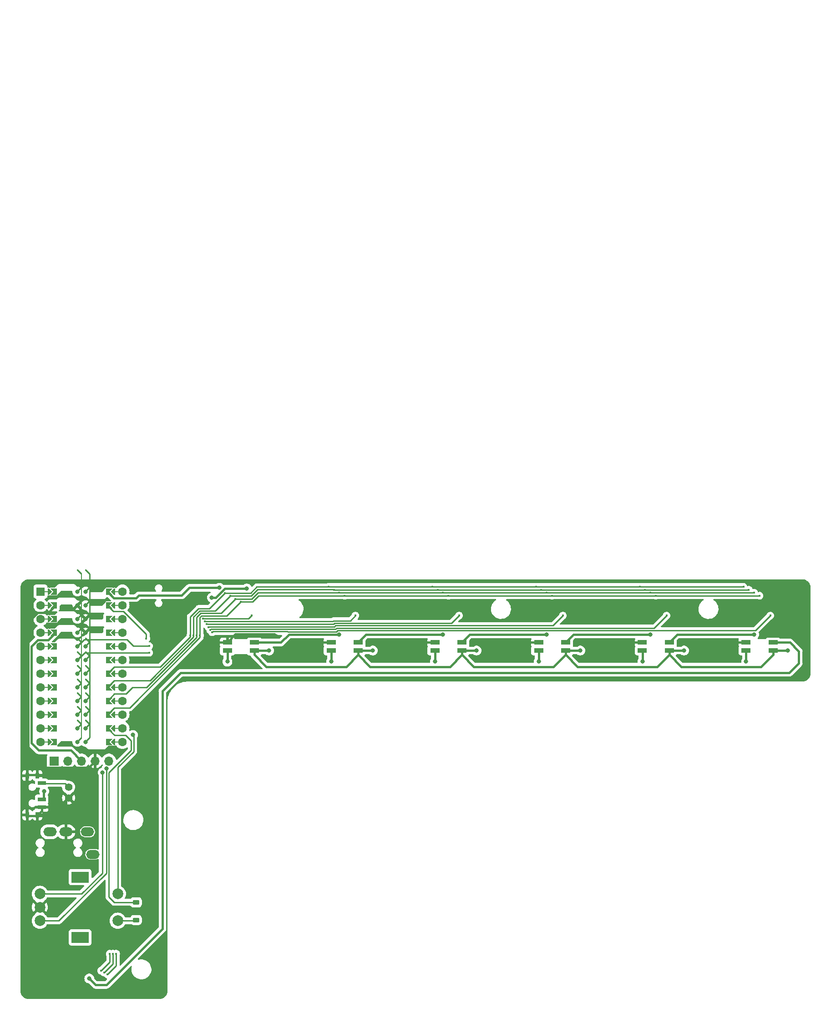
<source format=gtl>
G04 #@! TF.GenerationSoftware,KiCad,Pcbnew,7.0.8*
G04 #@! TF.CreationDate,2023-10-17T10:22:13-07:00*
G04 #@! TF.ProjectId,Seismos_CoreR,53656973-6d6f-4735-9f43-6f7265522e6b,rev?*
G04 #@! TF.SameCoordinates,Original*
G04 #@! TF.FileFunction,Copper,L1,Top*
G04 #@! TF.FilePolarity,Positive*
%FSLAX46Y46*%
G04 Gerber Fmt 4.6, Leading zero omitted, Abs format (unit mm)*
G04 Created by KiCad (PCBNEW 7.0.8) date 2023-10-17 10:22:13*
%MOMM*%
%LPD*%
G01*
G04 APERTURE LIST*
G04 Aperture macros list*
%AMRoundRect*
0 Rectangle with rounded corners*
0 $1 Rounding radius*
0 $2 $3 $4 $5 $6 $7 $8 $9 X,Y pos of 4 corners*
0 Add a 4 corners polygon primitive as box body*
4,1,4,$2,$3,$4,$5,$6,$7,$8,$9,$2,$3,0*
0 Add four circle primitives for the rounded corners*
1,1,$1+$1,$2,$3*
1,1,$1+$1,$4,$5*
1,1,$1+$1,$6,$7*
1,1,$1+$1,$8,$9*
0 Add four rect primitives between the rounded corners*
20,1,$1+$1,$2,$3,$4,$5,0*
20,1,$1+$1,$4,$5,$6,$7,0*
20,1,$1+$1,$6,$7,$8,$9,0*
20,1,$1+$1,$8,$9,$2,$3,0*%
%AMFreePoly0*
4,1,5,0.125000,-0.500000,-0.125000,-0.500000,-0.125000,0.500000,0.125000,0.500000,0.125000,-0.500000,0.125000,-0.500000,$1*%
%AMFreePoly1*
4,1,6,0.600000,0.200000,0.000000,-0.400000,-0.600000,0.200000,-0.600000,0.400000,0.600000,0.400000,0.600000,0.200000,0.600000,0.200000,$1*%
%AMFreePoly2*
4,1,6,0.600000,-0.250000,-0.600000,-0.250000,-0.600000,1.000000,0.000000,0.400000,0.600000,1.000000,0.600000,-0.250000,0.600000,-0.250000,$1*%
%AMFreePoly3*
4,1,49,0.088388,4.152388,0.854389,3.386388,0.867767,3.368517,0.871157,3.365580,0.871925,3.362962,0.875711,3.357906,0.882287,3.327671,0.891000,3.298000,0.891000,0.766000,0.887823,0.743906,0.888144,0.739429,0.886835,0.737032,0.885937,0.730783,0.869213,0.704760,0.854389,0.677612,0.088388,-0.088388,0.064431,-0.106321,0.062500,-0.108253,0.061490,-0.108523,0.059906,-0.109710,
0.044798,-0.112996,0.000000,-0.125000,-0.004652,-0.123753,-0.008917,-0.124682,-0.028634,-0.117327,-0.062500,-0.108253,-0.068172,-0.102580,-0.074910,-0.100068,-0.087486,-0.083266,-0.108253,-0.062500,-0.111163,-0.051638,-0.117119,-0.043683,-0.118510,-0.024217,-0.125000,0.000000,-0.121245,0.014013,-0.122144,0.026571,-0.113772,0.041902,-0.108253,0.062500,-0.095631,0.075121,-0.088388,0.088388,
0.641000,0.817776,0.641000,3.246223,-0.088388,3.975612,-0.109710,4.004094,-0.124682,4.072917,-0.100068,4.138910,-0.043683,4.181119,0.026571,4.186144,0.088388,4.152388,0.088388,4.152388,$1*%
%AMFreePoly4*
4,1,49,0.088388,4.152388,0.850389,3.390388,0.863767,3.372517,0.867157,3.369580,0.867925,3.366962,0.871711,3.361906,0.878287,3.331671,0.887000,3.302000,0.887000,0.762000,0.883823,0.739906,0.884144,0.735429,0.882835,0.733032,0.881937,0.726783,0.865213,0.700760,0.850389,0.673612,0.088388,-0.088388,0.064431,-0.106321,0.062500,-0.108253,0.061490,-0.108523,0.059906,-0.109710,
0.044798,-0.112996,0.000000,-0.125000,-0.004652,-0.123753,-0.008917,-0.124682,-0.028634,-0.117327,-0.062500,-0.108253,-0.068172,-0.102580,-0.074910,-0.100068,-0.087486,-0.083266,-0.108253,-0.062500,-0.111163,-0.051638,-0.117119,-0.043683,-0.118510,-0.024217,-0.125000,0.000000,-0.121245,0.014013,-0.122144,0.026571,-0.113772,0.041902,-0.108253,0.062500,-0.095631,0.075121,-0.088388,0.088388,
0.637000,0.813776,0.637000,3.250223,-0.088388,3.975612,-0.109710,4.004094,-0.124682,4.072917,-0.100068,4.138910,-0.043683,4.181119,0.026571,4.186144,0.088388,4.152388,0.088388,4.152388,$1*%
G04 Aperture macros list end*
G04 #@! TA.AperFunction,ComponentPad*
%ADD10C,2.000000*%
G04 #@! TD*
G04 #@! TA.AperFunction,ComponentPad*
%ADD11R,3.200000X2.000000*%
G04 #@! TD*
G04 #@! TA.AperFunction,ComponentPad*
%ADD12O,2.500000X1.700000*%
G04 #@! TD*
G04 #@! TA.AperFunction,ComponentPad*
%ADD13R,1.700000X1.700000*%
G04 #@! TD*
G04 #@! TA.AperFunction,ComponentPad*
%ADD14O,1.700000X1.700000*%
G04 #@! TD*
G04 #@! TA.AperFunction,SMDPad,CuDef*
%ADD15R,1.500000X0.700000*%
G04 #@! TD*
G04 #@! TA.AperFunction,SMDPad,CuDef*
%ADD16R,0.800000X1.000000*%
G04 #@! TD*
G04 #@! TA.AperFunction,ComponentPad*
%ADD17C,1.400000*%
G04 #@! TD*
G04 #@! TA.AperFunction,ComponentPad*
%ADD18C,1.600000*%
G04 #@! TD*
G04 #@! TA.AperFunction,SMDPad,CuDef*
%ADD19FreePoly0,270.000000*%
G04 #@! TD*
G04 #@! TA.AperFunction,SMDPad,CuDef*
%ADD20FreePoly1,270.000000*%
G04 #@! TD*
G04 #@! TA.AperFunction,SMDPad,CuDef*
%ADD21FreePoly1,90.000000*%
G04 #@! TD*
G04 #@! TA.AperFunction,SMDPad,CuDef*
%ADD22FreePoly0,90.000000*%
G04 #@! TD*
G04 #@! TA.AperFunction,ComponentPad*
%ADD23R,1.600000X1.600000*%
G04 #@! TD*
G04 #@! TA.AperFunction,SMDPad,CuDef*
%ADD24FreePoly2,270.000000*%
G04 #@! TD*
G04 #@! TA.AperFunction,SMDPad,CuDef*
%ADD25FreePoly3,270.000000*%
G04 #@! TD*
G04 #@! TA.AperFunction,ComponentPad*
%ADD26C,0.800000*%
G04 #@! TD*
G04 #@! TA.AperFunction,SMDPad,CuDef*
%ADD27FreePoly4,90.000000*%
G04 #@! TD*
G04 #@! TA.AperFunction,SMDPad,CuDef*
%ADD28FreePoly2,90.000000*%
G04 #@! TD*
G04 #@! TA.AperFunction,SMDPad,CuDef*
%ADD29RoundRect,0.225000X-0.375000X0.225000X-0.375000X-0.225000X0.375000X-0.225000X0.375000X0.225000X0*%
G04 #@! TD*
G04 #@! TA.AperFunction,SMDPad,CuDef*
%ADD30R,1.803400X0.812800*%
G04 #@! TD*
G04 #@! TA.AperFunction,ViaPad*
%ADD31C,0.400000*%
G04 #@! TD*
G04 #@! TA.AperFunction,ViaPad*
%ADD32C,0.800000*%
G04 #@! TD*
G04 #@! TA.AperFunction,Conductor*
%ADD33C,0.254000*%
G04 #@! TD*
G04 #@! TA.AperFunction,Conductor*
%ADD34C,0.381000*%
G04 #@! TD*
G04 APERTURE END LIST*
D10*
X33610000Y-78460000D03*
X33610000Y-83460000D03*
X33610000Y-80960000D03*
D11*
X41110000Y-75360000D03*
X41110000Y-86560000D03*
D10*
X48110000Y-83460000D03*
X48110000Y-78460000D03*
D12*
X42470000Y-66925000D03*
X38470000Y-66925000D03*
X35470000Y-66925000D03*
X43470000Y-71125000D03*
D13*
X36284000Y-53766000D03*
D14*
X38824000Y-53766000D03*
X41364000Y-53766000D03*
X43904000Y-53766000D03*
X46444000Y-53766000D03*
D15*
X33950000Y-60882000D03*
D16*
X33165000Y-56482000D03*
X31235000Y-56482000D03*
X33165000Y-63782000D03*
X31235000Y-63782000D03*
D15*
X33950000Y-62382000D03*
X33950000Y-57882000D03*
D17*
X38949500Y-60632000D03*
X38949500Y-58632000D03*
D18*
X48970000Y-22286000D03*
D19*
X47700000Y-22286000D03*
D20*
X47192000Y-22286000D03*
D21*
X35508000Y-22286000D03*
D22*
X35000000Y-22286000D03*
D18*
X33730000Y-22286000D03*
D23*
X33730000Y-22286000D03*
D18*
X48970000Y-24826000D03*
D19*
X47700000Y-24826000D03*
D20*
X47192000Y-24826000D03*
D21*
X35508000Y-24826000D03*
D22*
X35000000Y-24826000D03*
D18*
X33730000Y-24826000D03*
X48970000Y-27366000D03*
D19*
X47700000Y-27366000D03*
D20*
X47192000Y-27366000D03*
D21*
X35508000Y-27366000D03*
D22*
X35000000Y-27366000D03*
D18*
X33730000Y-27366000D03*
X48970000Y-29906000D03*
D19*
X47700000Y-29906000D03*
D20*
X47192000Y-29906000D03*
D21*
X35508000Y-29906000D03*
D22*
X35000000Y-29906000D03*
D18*
X33730000Y-29906000D03*
X48970000Y-32446000D03*
D19*
X47700000Y-32446000D03*
D20*
X47192000Y-32446000D03*
D21*
X35508000Y-32446000D03*
D22*
X35000000Y-32446000D03*
D18*
X33730000Y-32446000D03*
X48970000Y-34986000D03*
D19*
X47700000Y-34986000D03*
D20*
X47192000Y-34986000D03*
D21*
X35508000Y-34986000D03*
D22*
X35000000Y-34986000D03*
D18*
X33730000Y-34986000D03*
X48970000Y-37526000D03*
D19*
X47700000Y-37526000D03*
D20*
X47192000Y-37526000D03*
D21*
X35508000Y-37526000D03*
D22*
X35000000Y-37526000D03*
D18*
X33730000Y-37526000D03*
X48970000Y-40066000D03*
D19*
X47700000Y-40066000D03*
D20*
X47192000Y-40066000D03*
D21*
X35508000Y-40066000D03*
D22*
X35000000Y-40066000D03*
D18*
X33730000Y-40066000D03*
X48970000Y-42606000D03*
D19*
X47700000Y-42606000D03*
D20*
X47192000Y-42606000D03*
D21*
X35508000Y-42606000D03*
D22*
X35000000Y-42606000D03*
D18*
X33730000Y-42606000D03*
X48970000Y-45146000D03*
D19*
X47700000Y-45146000D03*
D20*
X47192000Y-45146000D03*
D21*
X35508000Y-45146000D03*
D22*
X35000000Y-45146000D03*
D18*
X33730000Y-45146000D03*
X48970000Y-47686000D03*
D19*
X47700000Y-47686000D03*
D20*
X47192000Y-47686000D03*
D21*
X35508000Y-47686000D03*
D22*
X35000000Y-47686000D03*
D18*
X33730000Y-47686000D03*
X48970000Y-50226000D03*
D19*
X47700000Y-50226000D03*
D20*
X47192000Y-50226000D03*
D21*
X35508000Y-50226000D03*
D22*
X35000000Y-50226000D03*
D18*
X33730000Y-50226000D03*
D24*
X46176000Y-22286000D03*
D25*
X42112000Y-22286000D03*
D26*
X42112000Y-22286000D03*
D24*
X46176000Y-24826000D03*
D25*
X42112000Y-24826000D03*
D26*
X42112000Y-24826000D03*
D24*
X46176000Y-27366000D03*
D25*
X42112000Y-27366000D03*
D26*
X42112000Y-27366000D03*
D24*
X46176000Y-29906000D03*
D25*
X42112000Y-29906000D03*
D26*
X42112000Y-29906000D03*
D24*
X46176000Y-32446000D03*
D25*
X42112000Y-32446000D03*
D26*
X42112000Y-32446000D03*
D24*
X46176000Y-34986000D03*
D25*
X42112000Y-34986000D03*
D26*
X42112000Y-34986000D03*
D24*
X46176000Y-37526000D03*
D25*
X42112000Y-37526000D03*
D26*
X42112000Y-37526000D03*
D24*
X46176000Y-40066000D03*
D25*
X42112000Y-40066000D03*
D26*
X42112000Y-40066000D03*
D24*
X46176000Y-42606000D03*
D25*
X42112000Y-42606000D03*
D26*
X42112000Y-42606000D03*
D24*
X46176000Y-45146000D03*
D25*
X42112000Y-45146000D03*
D26*
X42112000Y-45146000D03*
D24*
X46176000Y-47686000D03*
D25*
X42112000Y-47686000D03*
D26*
X42112000Y-47686000D03*
D24*
X46176000Y-50226000D03*
D25*
X42112000Y-50226000D03*
D26*
X42112000Y-50226000D03*
D27*
X40588000Y-50226000D03*
D26*
X40588000Y-50226000D03*
D28*
X36524000Y-50226000D03*
D27*
X40588000Y-47686000D03*
D26*
X40588000Y-47686000D03*
D28*
X36524000Y-47686000D03*
D27*
X40588000Y-45146000D03*
D26*
X40588000Y-45146000D03*
D28*
X36524000Y-45146000D03*
D27*
X40588000Y-42606000D03*
D26*
X40588000Y-42606000D03*
D28*
X36524000Y-42606000D03*
D27*
X40588000Y-40066000D03*
D26*
X40588000Y-40066000D03*
D28*
X36524000Y-40066000D03*
D27*
X40588000Y-37526000D03*
D26*
X40588000Y-37526000D03*
D28*
X36524000Y-37526000D03*
D27*
X40588000Y-34986000D03*
D26*
X40588000Y-34986000D03*
D28*
X36524000Y-34986000D03*
D27*
X40588000Y-32446000D03*
D26*
X40588000Y-32446000D03*
D28*
X36524000Y-32446000D03*
D27*
X40588000Y-29906000D03*
D26*
X40588000Y-29906000D03*
D28*
X36524000Y-29906000D03*
D27*
X40588000Y-27366000D03*
D26*
X40588000Y-27366000D03*
D28*
X36524000Y-27366000D03*
D27*
X40588000Y-24826000D03*
D26*
X40588000Y-24826000D03*
D28*
X36524000Y-24826000D03*
D27*
X40588000Y-22286000D03*
D26*
X40588000Y-22286000D03*
D28*
X36524000Y-22286000D03*
D29*
X51500000Y-80050000D03*
X51500000Y-83350000D03*
D30*
X73501900Y-33249300D03*
X73501900Y-31750700D03*
X68498100Y-31750700D03*
X68498100Y-33249300D03*
X170001900Y-33249300D03*
X170001900Y-31750700D03*
X164998100Y-31750700D03*
X164998100Y-33249300D03*
X131401900Y-33249300D03*
X131401900Y-31750700D03*
X126398100Y-31750700D03*
X126398100Y-33249300D03*
X112101900Y-33249300D03*
X112101900Y-31750700D03*
X107098100Y-31750700D03*
X107098100Y-33249300D03*
X150701900Y-33249300D03*
X150701900Y-31750700D03*
X145698100Y-31750700D03*
X145698100Y-33249300D03*
X92801900Y-33249300D03*
X92801900Y-31750700D03*
X87798100Y-31750700D03*
X87798100Y-33249300D03*
D31*
X46600000Y-89600000D03*
X47200000Y-89600000D03*
X47800000Y-89600000D03*
X46210000Y-93450000D03*
X45600000Y-93100000D03*
X44997750Y-92747750D03*
X53926500Y-33664000D03*
X53926500Y-32400000D03*
X53400000Y-31000000D03*
X61601491Y-30441891D03*
X62200994Y-30441891D03*
X62800497Y-30441891D03*
X63400000Y-30441891D03*
X63950000Y-27302500D03*
X64259579Y-27829000D03*
X64618966Y-28355500D03*
X64966804Y-28882000D03*
X65287696Y-29388391D03*
X65665466Y-29853894D03*
X169500000Y-26750000D03*
X150200000Y-26750000D03*
X130900000Y-26750000D03*
X111600000Y-26750000D03*
X92300000Y-26750000D03*
X73000000Y-26750000D03*
X69000000Y-23100000D03*
X71000000Y-24153000D03*
X70000000Y-23626500D03*
X68000000Y-22550000D03*
X89300000Y-22500000D03*
X87300000Y-21400000D03*
X88300000Y-21950000D03*
X90300000Y-23050000D03*
X108600000Y-22500000D03*
X106600000Y-21400000D03*
X107600000Y-21950000D03*
X109600000Y-23050000D03*
X127900000Y-22500000D03*
X125900000Y-21400000D03*
X126900000Y-21950000D03*
X128900000Y-23050000D03*
X166500000Y-22500000D03*
X164500000Y-21400000D03*
X165500000Y-21950000D03*
X167500000Y-23050000D03*
X148200000Y-23050000D03*
X147200000Y-22500000D03*
X146200000Y-21950000D03*
X145200000Y-21400000D03*
D32*
X142905200Y-31750000D03*
X62050000Y-23450000D03*
X123605200Y-31750000D03*
X162205200Y-31750000D03*
X55700000Y-29975000D03*
X77600000Y-30600000D03*
X104305200Y-31750000D03*
X85005200Y-31750000D03*
X172748100Y-33250700D03*
X114848100Y-33250700D03*
X76248100Y-33250700D03*
X134148100Y-33250700D03*
X153448100Y-33250700D03*
X72100000Y-21700000D03*
X95548100Y-33250700D03*
X65600000Y-23400000D03*
X67000000Y-21590000D03*
X50927500Y-48926500D03*
X34400000Y-59400000D03*
X45278634Y-55921350D03*
X46004645Y-55194858D03*
X68500000Y-35298800D03*
X89300000Y-30250000D03*
X87800000Y-35298800D03*
X108600000Y-30250000D03*
X107100000Y-35298800D03*
X127900000Y-30250000D03*
X126400000Y-35298800D03*
X147200000Y-30250000D03*
X145700000Y-35298800D03*
X166500000Y-30250000D03*
X165000000Y-35298800D03*
X42800000Y-94210000D03*
D33*
X46210000Y-93450000D02*
X47800000Y-91860000D01*
X47800000Y-91860000D02*
X47800000Y-89600000D01*
X45600000Y-93100000D02*
X47200000Y-91500000D01*
X47200000Y-91500000D02*
X47200000Y-89600000D01*
X44997750Y-92747750D02*
X46600000Y-91145500D01*
X46600000Y-91145500D02*
X46600000Y-89600000D01*
X49800000Y-31200000D02*
X41834000Y-31200000D01*
X51000000Y-32400000D02*
X49800000Y-31200000D01*
X53926500Y-32400000D02*
X51000000Y-32400000D01*
X41834000Y-31200000D02*
X40588000Y-32446000D01*
X53926500Y-33664000D02*
X41910000Y-33664000D01*
X41910000Y-33664000D02*
X40588000Y-34986000D01*
X61601491Y-30441891D02*
X61601491Y-30672353D01*
X61601491Y-30672353D02*
X55973844Y-36300000D01*
X47402000Y-36300000D02*
X46176000Y-37526000D01*
X55973844Y-36300000D02*
X47402000Y-36300000D01*
X68000000Y-22550000D02*
X65136000Y-25414000D01*
X65136000Y-25414000D02*
X63140501Y-25414000D01*
X63140501Y-25414000D02*
X61601491Y-26953010D01*
X61601491Y-26953010D02*
X61601491Y-30441891D01*
X62200994Y-30441891D02*
X62200994Y-30714902D01*
X62200994Y-30714902D02*
X54115896Y-38800000D01*
X54115896Y-38800000D02*
X47442000Y-38800000D01*
X47442000Y-38800000D02*
X46176000Y-40066000D01*
X62200994Y-30441891D02*
X62200994Y-26995559D01*
X62200994Y-26995559D02*
X63328553Y-25868000D01*
X63328553Y-25868000D02*
X66232000Y-25868000D01*
X66232000Y-25868000D02*
X69000000Y-23100000D01*
X62800497Y-30757451D02*
X62800497Y-30441891D01*
X62800497Y-30757451D02*
X53442129Y-40115819D01*
X50800000Y-40115819D02*
X49615819Y-41300000D01*
X47482000Y-41300000D02*
X46176000Y-42606000D01*
X53442129Y-40115819D02*
X50800000Y-40115819D01*
X49615819Y-41300000D02*
X47482000Y-41300000D01*
X70000000Y-23626500D02*
X67304500Y-26322000D01*
X67304500Y-26322000D02*
X63516605Y-26322000D01*
X63516605Y-26322000D02*
X62800497Y-27038108D01*
X62800497Y-27038108D02*
X62800497Y-30441891D01*
X63400000Y-30441891D02*
X63400000Y-30800000D01*
X50300000Y-43900000D02*
X47422000Y-43900000D01*
X47422000Y-43900000D02*
X46176000Y-45146000D01*
X63400000Y-30800000D02*
X50300000Y-43900000D01*
X63400000Y-27080657D02*
X63704657Y-26776000D01*
X68377000Y-26776000D02*
X71000000Y-24153000D01*
X63400000Y-30441891D02*
X63400000Y-27080657D01*
X63704657Y-26776000D02*
X68377000Y-26776000D01*
X65665466Y-29853894D02*
X65801860Y-29717500D01*
X65801860Y-29717500D02*
X66332500Y-29717500D01*
X66332500Y-29717500D02*
X66341000Y-29709000D01*
X66341000Y-29709000D02*
X79712144Y-29709000D01*
X79712144Y-29709000D02*
X79735644Y-29732500D01*
X79735644Y-29732500D02*
X88789366Y-29732500D01*
X88789366Y-29732500D02*
X88998866Y-29523000D01*
X88998866Y-29523000D02*
X166727000Y-29523000D01*
X166727000Y-29523000D02*
X169500000Y-26750000D01*
X65287696Y-29388391D02*
X65412587Y-29263500D01*
X88810813Y-29069000D02*
X147881000Y-29069000D01*
X147881000Y-29069000D02*
X150200000Y-26750000D01*
X65412587Y-29263500D02*
X66144447Y-29263500D01*
X66144447Y-29263500D02*
X66152947Y-29255000D01*
X66152947Y-29255000D02*
X88624813Y-29255000D01*
X88624813Y-29255000D02*
X88810813Y-29069000D01*
X64966804Y-28882000D02*
X65039304Y-28809500D01*
X65039304Y-28809500D02*
X65956394Y-28809500D01*
X88622760Y-28615000D02*
X129035000Y-28615000D01*
X65956394Y-28809500D02*
X65964894Y-28801000D01*
X65964894Y-28801000D02*
X88436760Y-28801000D01*
X88436760Y-28801000D02*
X88622760Y-28615000D01*
X129035000Y-28615000D02*
X130900000Y-26750000D01*
X88248707Y-28347000D02*
X88434707Y-28161000D01*
X110189000Y-28161000D02*
X111600000Y-26750000D01*
X64618966Y-28355500D02*
X65768341Y-28355500D01*
X65768341Y-28355500D02*
X65776841Y-28347000D01*
X65776841Y-28347000D02*
X88248707Y-28347000D01*
X88434707Y-28161000D02*
X110189000Y-28161000D01*
X64259579Y-27829000D02*
X88124654Y-27829000D01*
X88124654Y-27829000D02*
X88246654Y-27707000D01*
X91343000Y-27707000D02*
X92300000Y-26750000D01*
X88246654Y-27707000D02*
X91343000Y-27707000D01*
X63950000Y-27302500D02*
X72447500Y-27302500D01*
X72447500Y-27302500D02*
X73000000Y-26750000D01*
X71000000Y-24153000D02*
X73147000Y-24153000D01*
X73147000Y-24153000D02*
X74250000Y-23050000D01*
X74250000Y-23050000D02*
X90300000Y-23050000D01*
X70000000Y-23626500D02*
X73031448Y-23626500D01*
X73031448Y-23626500D02*
X74157948Y-22500000D01*
X74157948Y-22500000D02*
X89300000Y-22500000D01*
X69000000Y-23100000D02*
X72915896Y-23100000D01*
X72915896Y-23100000D02*
X74088896Y-21927000D01*
X88277000Y-21927000D02*
X88300000Y-21950000D01*
X74088896Y-21927000D02*
X88277000Y-21927000D01*
X72823844Y-22550000D02*
X73973844Y-21400000D01*
X68000000Y-22550000D02*
X72823844Y-22550000D01*
X73973844Y-21400000D02*
X87300000Y-21400000D01*
X109600000Y-23050000D02*
X90300000Y-23050000D01*
X89300000Y-22500000D02*
X108600000Y-22500000D01*
X88300000Y-21950000D02*
X107600000Y-21950000D01*
X87300000Y-21400000D02*
X87327000Y-21373000D01*
X87327000Y-21373000D02*
X106573000Y-21373000D01*
X128900000Y-23050000D02*
X109600000Y-23050000D01*
X108600000Y-22500000D02*
X127900000Y-22500000D01*
X107600000Y-21950000D02*
X126900000Y-21950000D01*
X106600000Y-21400000D02*
X106627000Y-21373000D01*
X106627000Y-21373000D02*
X125873000Y-21373000D01*
X148200000Y-23050000D02*
X128900000Y-23050000D01*
X127900000Y-22500000D02*
X147200000Y-22500000D01*
X126900000Y-21950000D02*
X146200000Y-21950000D01*
X125900000Y-21400000D02*
X125927000Y-21373000D01*
X125927000Y-21373000D02*
X145173000Y-21373000D01*
X167500000Y-23050000D02*
X148200000Y-23050000D01*
X147200000Y-22500000D02*
X166500000Y-22500000D01*
X146200000Y-21950000D02*
X165500000Y-21950000D01*
X145200000Y-21400000D02*
X145227000Y-21373000D01*
X145227000Y-21373000D02*
X164473000Y-21373000D01*
X164473000Y-21373000D02*
X164500000Y-21400000D01*
D34*
X35649500Y-63932000D02*
X33325000Y-63932000D01*
X31075000Y-56382000D02*
X31075000Y-63882000D01*
X69956092Y-30226500D02*
X68500000Y-31682592D01*
X31800000Y-75600000D02*
X31800000Y-79150000D01*
X33800000Y-73600000D02*
X31800000Y-75600000D01*
X38949500Y-60632000D02*
X35649500Y-63932000D01*
X68500000Y-31682592D02*
X68500000Y-31750000D01*
X142905200Y-31750000D02*
X145700000Y-31750000D01*
X104305200Y-31750000D02*
X107100000Y-31750000D01*
X43904000Y-53766000D02*
X43904000Y-55677500D01*
X42663500Y-55006500D02*
X34606500Y-55006500D01*
X33325000Y-56332000D02*
X43249500Y-56332000D01*
X43904000Y-53766000D02*
X42663500Y-55006500D01*
X123605200Y-31750000D02*
X126400000Y-31750000D01*
X43249500Y-56332000D02*
X43904000Y-55677500D01*
X31800000Y-79150000D02*
X33610000Y-80960000D01*
X33950000Y-62997000D02*
X33165000Y-63782000D01*
X31125000Y-63932000D02*
X31075000Y-63882000D01*
X38470000Y-71125000D02*
X35995000Y-73600000D01*
X77226500Y-30226500D02*
X69956092Y-30226500D01*
X43904000Y-55677500D02*
X38949500Y-60632000D01*
X33950000Y-62382000D02*
X33950000Y-62997000D01*
X38470000Y-61111500D02*
X38949500Y-60632000D01*
X162205200Y-31750000D02*
X165000000Y-31750000D01*
X31400000Y-28012378D02*
X33236878Y-26175500D01*
X38470000Y-71125000D02*
X38470000Y-61111500D01*
X34606500Y-55006500D02*
X31400000Y-51800000D01*
X33325000Y-63932000D02*
X31125000Y-63932000D01*
X33236878Y-26175500D02*
X35174500Y-26175500D01*
X35995000Y-73600000D02*
X33800000Y-73600000D01*
X85005200Y-31750000D02*
X87800000Y-31750000D01*
X31400000Y-51800000D02*
X31400000Y-28012378D01*
X33275000Y-56382000D02*
X33325000Y-56332000D01*
X31075000Y-56382000D02*
X33275000Y-56382000D01*
X35174500Y-26175500D02*
X36524000Y-24826000D01*
X77600000Y-30600000D02*
X77226500Y-30226500D01*
X112100000Y-33998800D02*
X112100000Y-33250000D01*
X75748100Y-36250700D02*
X73498100Y-34000700D01*
X112100700Y-33250700D02*
X112100000Y-33250000D01*
X148486700Y-36250700D02*
X133648100Y-36250700D01*
X172748100Y-33250700D02*
X170000700Y-33250700D01*
X32000000Y-32492378D02*
X33236878Y-31255500D01*
X150700700Y-33250700D02*
X150700000Y-33250000D01*
X150700000Y-33998800D02*
X150700000Y-33250000D01*
X33400000Y-51800000D02*
X32000000Y-50400000D01*
X109886700Y-36250700D02*
X95048100Y-36250700D01*
X73500700Y-33250700D02*
X73500000Y-33250000D01*
X72100000Y-21700000D02*
X68007936Y-21700000D01*
X73500000Y-33998800D02*
X73500000Y-33250000D01*
X33236878Y-31255500D02*
X35174500Y-31255500D01*
X150698100Y-34000700D02*
X150700000Y-33998800D01*
X66307936Y-23400000D02*
X65600000Y-23400000D01*
X92798100Y-34000700D02*
X92800000Y-33998800D01*
X170000000Y-34037400D02*
X170000000Y-33250000D01*
X167786700Y-36250700D02*
X170000000Y-34037400D01*
X131400700Y-33250700D02*
X131400000Y-33250000D01*
X90586700Y-36250700D02*
X92800000Y-34037400D01*
X152948100Y-36250700D02*
X150698100Y-34000700D01*
X167786700Y-36250700D02*
X152948100Y-36250700D01*
X35174500Y-31255500D02*
X36524000Y-29906000D01*
X114348100Y-36250700D02*
X112098100Y-34000700D01*
X129186700Y-36250700D02*
X114348100Y-36250700D01*
X148486700Y-36250700D02*
X150700000Y-34037400D01*
X131398100Y-34000700D02*
X131400000Y-33998800D01*
X90586700Y-36250700D02*
X75748100Y-36250700D01*
X133648100Y-36250700D02*
X131398100Y-34000700D01*
X131400000Y-33998800D02*
X131400000Y-33250000D01*
X68007936Y-21700000D02*
X66307936Y-23400000D01*
X134148100Y-33250700D02*
X131400700Y-33250700D01*
X150700000Y-34037400D02*
X150700000Y-33250000D01*
X112100000Y-34037400D02*
X112100000Y-33250000D01*
X114848100Y-33250700D02*
X112100700Y-33250700D01*
X92800000Y-33998800D02*
X92800000Y-33250000D01*
X73498100Y-34000700D02*
X73500000Y-33998800D01*
X95548100Y-33250700D02*
X92800700Y-33250700D01*
X112098100Y-34000700D02*
X112100000Y-33998800D01*
X41364000Y-53766000D02*
X39398000Y-51800000D01*
X153448100Y-33250700D02*
X150700700Y-33250700D01*
X39398000Y-51800000D02*
X33400000Y-51800000D01*
X95048100Y-36250700D02*
X92798100Y-34000700D01*
X92800700Y-33250700D02*
X92800000Y-33250000D01*
X109886700Y-36250700D02*
X112100000Y-34037400D01*
X131400000Y-34037400D02*
X131400000Y-33250000D01*
X76248100Y-33250700D02*
X73500700Y-33250700D01*
X32000000Y-50400000D02*
X32000000Y-32492378D01*
X129186700Y-36250700D02*
X131400000Y-34037400D01*
X92800000Y-34037400D02*
X92800000Y-33250000D01*
X170000700Y-33250700D02*
X170000000Y-33250000D01*
X67000000Y-21590000D02*
X61410000Y-21590000D01*
X52000000Y-23000000D02*
X51523500Y-23476500D01*
X47366500Y-23476500D02*
X46176000Y-22286000D01*
X61410000Y-21590000D02*
X60000000Y-23000000D01*
X51523500Y-23476500D02*
X47366500Y-23476500D01*
X60000000Y-23000000D02*
X52000000Y-23000000D01*
D33*
X51054000Y-49053000D02*
X51054000Y-51988053D01*
X48110000Y-54932052D02*
X48110000Y-78460000D01*
X51054000Y-51988053D02*
X48110000Y-54932052D01*
X50927500Y-48926500D02*
X51054000Y-49053000D01*
D34*
X34300000Y-59500000D02*
X34400000Y-59400000D01*
X34300000Y-60955000D02*
X34300000Y-59500000D01*
D33*
X45200000Y-55999984D02*
X45200000Y-74600000D01*
X41340000Y-78460000D02*
X33610000Y-78460000D01*
X45200000Y-74600000D02*
X41340000Y-78460000D01*
X45278634Y-55921350D02*
X45200000Y-55999984D01*
X46004645Y-74595355D02*
X37140000Y-83460000D01*
X46004645Y-55194858D02*
X46004645Y-74595355D01*
X37140000Y-83460000D02*
X33610000Y-83460000D01*
D34*
X68500000Y-33250000D02*
X68498100Y-33248100D01*
X68500000Y-35298800D02*
X68500000Y-33250000D01*
X89300000Y-30250000D02*
X79950000Y-30250000D01*
X78449300Y-31750700D02*
X73501900Y-31750700D01*
X79950000Y-30250000D02*
X78449300Y-31750700D01*
X87800000Y-35298800D02*
X87800000Y-33250000D01*
X87800000Y-33250000D02*
X87798100Y-33248100D01*
X94302600Y-30250000D02*
X92801900Y-31750700D01*
X108600000Y-30250000D02*
X94302600Y-30250000D01*
X107100000Y-33250000D02*
X107098100Y-33248100D01*
X107100000Y-35298800D02*
X107100000Y-33250000D01*
X113602600Y-30250000D02*
X112101900Y-31750700D01*
X127900000Y-30250000D02*
X113602600Y-30250000D01*
X126400000Y-33250000D02*
X126398100Y-33248100D01*
X126400000Y-35298800D02*
X126400000Y-33250000D01*
X132902600Y-30250000D02*
X131401900Y-31750700D01*
X147200000Y-30250000D02*
X132902600Y-30250000D01*
X145700000Y-33250000D02*
X145698100Y-33248100D01*
X145700000Y-35298800D02*
X145700000Y-33250000D01*
X166500000Y-30250000D02*
X152202600Y-30250000D01*
X152202600Y-30250000D02*
X150701900Y-31750700D01*
X165000000Y-35298800D02*
X165000000Y-33250000D01*
X165000000Y-33250000D02*
X164998100Y-33248100D01*
X59800000Y-37400000D02*
X173000000Y-37400000D01*
X173150700Y-31750700D02*
X170001900Y-31750700D01*
X43990000Y-95400000D02*
X46000000Y-95400000D01*
X46000000Y-95400000D02*
X56400000Y-85000000D01*
X173000000Y-37400000D02*
X174800000Y-35600000D01*
X42800000Y-94210000D02*
X43990000Y-95400000D01*
X174800000Y-35600000D02*
X174800000Y-33400000D01*
X56400000Y-40800000D02*
X59800000Y-37400000D01*
X56400000Y-85000000D02*
X56400000Y-40800000D01*
X174800000Y-33400000D02*
X173150700Y-31750700D01*
D33*
X34300000Y-57955000D02*
X38272500Y-57955000D01*
X38272500Y-57955000D02*
X38949500Y-58632000D01*
X47490000Y-49000000D02*
X46176000Y-47686000D01*
X50600000Y-51800000D02*
X50600000Y-50000000D01*
X47450000Y-80050000D02*
X46458645Y-79058645D01*
X46458645Y-79058645D02*
X46458645Y-55941355D01*
X46458645Y-55941355D02*
X50600000Y-51800000D01*
X51500000Y-80050000D02*
X47450000Y-80050000D01*
X50600000Y-50000000D02*
X49600000Y-49000000D01*
X49600000Y-49000000D02*
X47490000Y-49000000D01*
X48110000Y-83460000D02*
X51390000Y-83460000D01*
X51390000Y-83460000D02*
X51500000Y-83350000D01*
X53400000Y-31000000D02*
X53400000Y-30202181D01*
X49150819Y-25953000D02*
X47303000Y-25953000D01*
X47303000Y-25953000D02*
X46176000Y-24826000D01*
X53400000Y-30202181D02*
X49150819Y-25953000D01*
G04 #@! TA.AperFunction,Conductor*
G36*
X40373444Y-79115185D02*
G01*
X40419199Y-79167989D01*
X40429143Y-79237147D01*
X40400118Y-79300703D01*
X40394086Y-79307181D01*
X36913086Y-82788181D01*
X36851763Y-82821666D01*
X36825405Y-82824500D01*
X35059220Y-82824500D01*
X34992181Y-82804815D01*
X34953493Y-82765290D01*
X34834179Y-82570589D01*
X34834178Y-82570586D01*
X34736057Y-82455702D01*
X34679969Y-82390031D01*
X34525018Y-82257690D01*
X34486825Y-82199183D01*
X34485670Y-82189223D01*
X33742533Y-81446086D01*
X33752315Y-81444680D01*
X33883100Y-81384952D01*
X33991761Y-81290798D01*
X34069493Y-81169844D01*
X34093076Y-81089524D01*
X34833434Y-81829882D01*
X34933731Y-81676369D01*
X35033587Y-81448717D01*
X35094612Y-81207738D01*
X35094614Y-81207729D01*
X35115141Y-80960005D01*
X35115141Y-80959994D01*
X35094614Y-80712270D01*
X35094612Y-80712261D01*
X35033587Y-80471282D01*
X34933731Y-80243630D01*
X34833434Y-80090116D01*
X34093076Y-80830475D01*
X34069493Y-80750156D01*
X33991761Y-80629202D01*
X33883100Y-80535048D01*
X33752315Y-80475320D01*
X33742533Y-80473913D01*
X34490507Y-79725938D01*
X34497280Y-79696153D01*
X34525019Y-79662309D01*
X34538112Y-79651126D01*
X34679969Y-79529969D01*
X34834176Y-79349416D01*
X34933144Y-79187916D01*
X34953493Y-79154710D01*
X35005305Y-79107835D01*
X35059220Y-79095500D01*
X40306405Y-79095500D01*
X40373444Y-79115185D01*
G37*
G04 #@! TD.AperFunction*
G04 #@! TA.AperFunction,Conductor*
G36*
X39577107Y-50122414D02*
G01*
X39597749Y-50139048D01*
X39642247Y-50183546D01*
X39675732Y-50244869D01*
X39677887Y-50258265D01*
X39694458Y-50415928D01*
X39694459Y-50415931D01*
X39753470Y-50597549D01*
X39753473Y-50597556D01*
X39848960Y-50762944D01*
X39900775Y-50820490D01*
X39972239Y-50899860D01*
X39976747Y-50904866D01*
X40131248Y-51017118D01*
X40305712Y-51094794D01*
X40492513Y-51134500D01*
X40683487Y-51134500D01*
X40870288Y-51094794D01*
X41044752Y-51017118D01*
X41199253Y-50904866D01*
X41257850Y-50839786D01*
X41317336Y-50803138D01*
X41387193Y-50804468D01*
X41442150Y-50839787D01*
X41496239Y-50899860D01*
X41500747Y-50904866D01*
X41655248Y-51017118D01*
X41829712Y-51094794D01*
X42016513Y-51134500D01*
X42065839Y-51134500D01*
X42132878Y-51154185D01*
X42153519Y-51170818D01*
X42291984Y-51309284D01*
X42372619Y-51389919D01*
X42389249Y-51410554D01*
X42391295Y-51413737D01*
X42428152Y-51445673D01*
X42431384Y-51448682D01*
X42435851Y-51453149D01*
X42435851Y-51453150D01*
X42439060Y-51456359D01*
X42447761Y-51462872D01*
X42451195Y-51465639D01*
X42488822Y-51498243D01*
X42501805Y-51509493D01*
X42563545Y-51549171D01*
X42563549Y-51549173D01*
X42563555Y-51549177D01*
X42574164Y-51554022D01*
X42578098Y-51555991D01*
X42599930Y-51567910D01*
X42604143Y-51570210D01*
X42631904Y-51580562D01*
X42635962Y-51582243D01*
X42662888Y-51594540D01*
X42696560Y-51609918D01*
X42696561Y-51609918D01*
X42696563Y-51609919D01*
X42704911Y-51611119D01*
X42706245Y-51611311D01*
X42731930Y-51617866D01*
X42735817Y-51619315D01*
X42741109Y-51621289D01*
X42769434Y-51623314D01*
X42807607Y-51626044D01*
X42811994Y-51626515D01*
X42836078Y-51629978D01*
X42841296Y-51630729D01*
X42870890Y-51630729D01*
X42875313Y-51630886D01*
X42886960Y-51631720D01*
X42898607Y-51630886D01*
X42903030Y-51630729D01*
X45334005Y-51630729D01*
X45360363Y-51633563D01*
X45364050Y-51634365D01*
X45412686Y-51630886D01*
X45417107Y-51630729D01*
X45428002Y-51630729D01*
X45428005Y-51630729D01*
X45438791Y-51629176D01*
X45443169Y-51628706D01*
X45509900Y-51623935D01*
X45532633Y-51618990D01*
X45532632Y-51618989D01*
X45573649Y-51610068D01*
X45574339Y-51609918D01*
X45581617Y-51608335D01*
X45581710Y-51608315D01*
X45592768Y-51604188D01*
X45596982Y-51602785D01*
X45620478Y-51595890D01*
X45620479Y-51595891D01*
X45625083Y-51594540D01*
X45625178Y-51594512D01*
X45652113Y-51582209D01*
X45656148Y-51580537D01*
X45718706Y-51557195D01*
X45726507Y-51551352D01*
X45749325Y-51537811D01*
X45758185Y-51533766D01*
X45808628Y-51490054D01*
X45812055Y-51487292D01*
X45835750Y-51469550D01*
X45839144Y-51466155D01*
X45839143Y-51466154D01*
X45856586Y-51448707D01*
X45859823Y-51445692D01*
X45868691Y-51438009D01*
X45876359Y-51429158D01*
X45879330Y-51425966D01*
X46340510Y-50964788D01*
X46401833Y-50931303D01*
X46428191Y-50928469D01*
X47176002Y-50928469D01*
X47215208Y-50920670D01*
X47215208Y-50920669D01*
X47215213Y-50920669D01*
X47215217Y-50920666D01*
X47226493Y-50915996D01*
X47226924Y-50917038D01*
X47281788Y-50899860D01*
X47341415Y-50916218D01*
X47341507Y-50915996D01*
X47343274Y-50916728D01*
X47349168Y-50918345D01*
X47352774Y-50920663D01*
X47352784Y-50920667D01*
X47352787Y-50920669D01*
X47352790Y-50920669D01*
X47352791Y-50920670D01*
X47391997Y-50928469D01*
X47392000Y-50928469D01*
X47592002Y-50928469D01*
X47631208Y-50920670D01*
X47631208Y-50920669D01*
X47631213Y-50920669D01*
X47664457Y-50898457D01*
X47664457Y-50898456D01*
X47674614Y-50891671D01*
X47675797Y-50893441D01*
X47723190Y-50867563D01*
X47749548Y-50864729D01*
X47755309Y-50864729D01*
X47822348Y-50884414D01*
X47856882Y-50917603D01*
X47963802Y-51070300D01*
X48125700Y-51232198D01*
X48313251Y-51363523D01*
X48414112Y-51410555D01*
X48520750Y-51460281D01*
X48520752Y-51460281D01*
X48520757Y-51460284D01*
X48741913Y-51519543D01*
X48904483Y-51533766D01*
X48969998Y-51539498D01*
X48970000Y-51539498D01*
X48970002Y-51539498D01*
X49035517Y-51533766D01*
X49198087Y-51519543D01*
X49419243Y-51460284D01*
X49626749Y-51363523D01*
X49769379Y-51263651D01*
X49835582Y-51241326D01*
X49903349Y-51258336D01*
X49951163Y-51309284D01*
X49964500Y-51365228D01*
X49964500Y-51485404D01*
X49944815Y-51552443D01*
X49928181Y-51573085D01*
X47977445Y-53523820D01*
X47916122Y-53557305D01*
X47846430Y-53552321D01*
X47790497Y-53510449D01*
X47769558Y-53466579D01*
X47733296Y-53323385D01*
X47642859Y-53117207D01*
X47519723Y-52928734D01*
X47519715Y-52928723D01*
X47367243Y-52763097D01*
X47367238Y-52763092D01*
X47189577Y-52624812D01*
X47189572Y-52624808D01*
X46991580Y-52517661D01*
X46991577Y-52517659D01*
X46991574Y-52517658D01*
X46991571Y-52517657D01*
X46991569Y-52517656D01*
X46778637Y-52444556D01*
X46556569Y-52407500D01*
X46331431Y-52407500D01*
X46109362Y-52444556D01*
X45896430Y-52517656D01*
X45896419Y-52517661D01*
X45698427Y-52624808D01*
X45698422Y-52624812D01*
X45520761Y-52763092D01*
X45520756Y-52763097D01*
X45368284Y-52928723D01*
X45368276Y-52928734D01*
X45274251Y-53072650D01*
X45221105Y-53118007D01*
X45151873Y-53127430D01*
X45088538Y-53097928D01*
X45068868Y-53075951D01*
X44942113Y-52894926D01*
X44942108Y-52894920D01*
X44775082Y-52727894D01*
X44581578Y-52592399D01*
X44367492Y-52492570D01*
X44367486Y-52492567D01*
X44154000Y-52435364D01*
X44154000Y-53330498D01*
X44046315Y-53281320D01*
X43939763Y-53266000D01*
X43868237Y-53266000D01*
X43761685Y-53281320D01*
X43654000Y-53330498D01*
X43654000Y-52435364D01*
X43653999Y-52435364D01*
X43440513Y-52492567D01*
X43440507Y-52492570D01*
X43226422Y-52592399D01*
X43226420Y-52592400D01*
X43032926Y-52727886D01*
X43032920Y-52727891D01*
X42865891Y-52894920D01*
X42865890Y-52894922D01*
X42739131Y-53075952D01*
X42684554Y-53119577D01*
X42615055Y-53126769D01*
X42552701Y-53095247D01*
X42533752Y-53072656D01*
X42439722Y-52928732D01*
X42439715Y-52928725D01*
X42439715Y-52928723D01*
X42287243Y-52763097D01*
X42287238Y-52763092D01*
X42109577Y-52624812D01*
X42109572Y-52624808D01*
X41911580Y-52517661D01*
X41911577Y-52517659D01*
X41911574Y-52517658D01*
X41911571Y-52517657D01*
X41911569Y-52517656D01*
X41698637Y-52444556D01*
X41476569Y-52407500D01*
X41251431Y-52407500D01*
X41093801Y-52433803D01*
X41024436Y-52425421D01*
X40985711Y-52399175D01*
X40541690Y-51955154D01*
X39908505Y-51321969D01*
X39905971Y-51319277D01*
X39864927Y-51272948D01*
X39864926Y-51272947D01*
X39864925Y-51272946D01*
X39814003Y-51237797D01*
X39810988Y-51235578D01*
X39762272Y-51197414D01*
X39753080Y-51193277D01*
X39733532Y-51182252D01*
X39725226Y-51176519D01*
X39725225Y-51176518D01*
X39667364Y-51154574D01*
X39663904Y-51153141D01*
X39607485Y-51127750D01*
X39607483Y-51127749D01*
X39597557Y-51125929D01*
X39575949Y-51119906D01*
X39566510Y-51116327D01*
X39505078Y-51108867D01*
X39501378Y-51108304D01*
X39460902Y-51100887D01*
X39440516Y-51097151D01*
X39440512Y-51097150D01*
X39378748Y-51100887D01*
X39375004Y-51101000D01*
X36943110Y-51101000D01*
X36876071Y-51081315D01*
X36830316Y-51028511D01*
X36820372Y-50959353D01*
X36840006Y-50908112D01*
X36850991Y-50891671D01*
X36868669Y-50865213D01*
X36876469Y-50826000D01*
X36876469Y-50820490D01*
X36896154Y-50753451D01*
X36926159Y-50721222D01*
X36949696Y-50703603D01*
X37514252Y-50139048D01*
X37575575Y-50105563D01*
X37601933Y-50102729D01*
X39510068Y-50102729D01*
X39577107Y-50122414D01*
G37*
G04 #@! TD.AperFunction*
G04 #@! TA.AperFunction,Conductor*
G36*
X65347279Y-22308685D02*
G01*
X65393034Y-22361489D01*
X65402978Y-22430647D01*
X65373953Y-22494203D01*
X65323302Y-22527785D01*
X65323649Y-22528563D01*
X65319024Y-22530621D01*
X65318560Y-22530930D01*
X65317718Y-22531203D01*
X65143246Y-22608883D01*
X64988745Y-22721135D01*
X64860959Y-22863057D01*
X64765473Y-23028443D01*
X64765470Y-23028450D01*
X64711289Y-23195204D01*
X64706458Y-23210072D01*
X64686496Y-23400000D01*
X64706458Y-23589928D01*
X64706459Y-23589931D01*
X64765470Y-23771549D01*
X64765473Y-23771556D01*
X64860960Y-23936944D01*
X64988747Y-24078866D01*
X65143248Y-24191118D01*
X65197699Y-24215361D01*
X65250935Y-24260610D01*
X65271257Y-24327459D01*
X65252212Y-24394683D01*
X65234945Y-24416321D01*
X64909084Y-24742182D01*
X64847763Y-24775666D01*
X64821405Y-24778500D01*
X63224353Y-24778500D01*
X63208570Y-24776757D01*
X63208545Y-24777025D01*
X63200783Y-24776291D01*
X63200782Y-24776291D01*
X63130498Y-24778500D01*
X63100518Y-24778500D01*
X63100515Y-24778500D01*
X63100500Y-24778501D01*
X63093482Y-24779387D01*
X63087665Y-24779845D01*
X63040301Y-24781334D01*
X63040295Y-24781335D01*
X63020594Y-24787058D01*
X63001555Y-24791000D01*
X62981212Y-24793571D01*
X62981204Y-24793572D01*
X62981202Y-24793573D01*
X62981200Y-24793573D01*
X62981194Y-24793575D01*
X62937146Y-24811014D01*
X62931623Y-24812905D01*
X62886110Y-24826130D01*
X62886108Y-24826130D01*
X62886108Y-24826131D01*
X62868449Y-24836573D01*
X62850984Y-24845129D01*
X62831916Y-24852678D01*
X62831915Y-24852679D01*
X62793571Y-24880537D01*
X62788689Y-24883743D01*
X62747899Y-24907868D01*
X62733403Y-24922364D01*
X62718613Y-24934996D01*
X62702017Y-24947054D01*
X62702013Y-24947057D01*
X62671797Y-24983581D01*
X62667865Y-24987902D01*
X61211412Y-26444354D01*
X61199022Y-26454282D01*
X61199193Y-26454489D01*
X61193187Y-26459457D01*
X61182144Y-26471217D01*
X61145064Y-26510703D01*
X61137994Y-26517773D01*
X61123856Y-26531910D01*
X61123854Y-26531912D01*
X61119499Y-26537526D01*
X61115709Y-26541963D01*
X61083273Y-26576504D01*
X61083272Y-26576506D01*
X61073391Y-26594478D01*
X61062716Y-26610729D01*
X61050143Y-26626939D01*
X61050140Y-26626943D01*
X61031318Y-26670438D01*
X61028748Y-26675684D01*
X61005921Y-26717207D01*
X61000820Y-26737074D01*
X60994521Y-26755472D01*
X60986375Y-26774297D01*
X60986372Y-26774306D01*
X60978960Y-26821108D01*
X60977775Y-26826830D01*
X60965991Y-26872721D01*
X60965991Y-26893235D01*
X60964464Y-26912634D01*
X60961256Y-26932887D01*
X60965716Y-26980069D01*
X60965991Y-26985907D01*
X60965991Y-30096842D01*
X60957933Y-30140813D01*
X60908526Y-30271089D01*
X60886883Y-30449336D01*
X60883963Y-30448981D01*
X60868102Y-30503000D01*
X60851468Y-30523642D01*
X55746930Y-35628181D01*
X55685607Y-35661666D01*
X55659249Y-35664500D01*
X50292021Y-35664500D01*
X50224982Y-35644815D01*
X50179227Y-35592011D01*
X50169283Y-35522853D01*
X50179638Y-35488096D01*
X50181796Y-35483468D01*
X50204284Y-35435243D01*
X50263543Y-35214087D01*
X50283498Y-34986000D01*
X50263543Y-34757913D01*
X50204284Y-34536757D01*
X50175907Y-34475903D01*
X50165416Y-34406827D01*
X50193936Y-34343043D01*
X50252412Y-34304804D01*
X50288290Y-34299500D01*
X53582217Y-34299500D01*
X53639839Y-34313702D01*
X53673417Y-34331325D01*
X53673419Y-34331325D01*
X53673420Y-34331326D01*
X53840472Y-34372500D01*
X54012528Y-34372500D01*
X54179579Y-34331326D01*
X54179579Y-34331325D01*
X54179583Y-34331325D01*
X54331930Y-34251367D01*
X54460715Y-34137273D01*
X54558454Y-33995675D01*
X54619465Y-33834801D01*
X54640204Y-33664000D01*
X54639574Y-33658807D01*
X54619465Y-33493198D01*
X54558454Y-33332326D01*
X54558454Y-33332325D01*
X54460715Y-33190727D01*
X54460713Y-33190725D01*
X54460710Y-33190722D01*
X54386316Y-33124815D01*
X54349189Y-33065626D01*
X54349957Y-32995761D01*
X54386316Y-32939185D01*
X54440939Y-32890793D01*
X54460715Y-32873273D01*
X54558454Y-32731675D01*
X54619465Y-32570801D01*
X54640204Y-32400000D01*
X54625361Y-32277752D01*
X54619465Y-32229198D01*
X54560775Y-32074446D01*
X54558454Y-32068325D01*
X54460715Y-31926727D01*
X54460713Y-31926725D01*
X54460710Y-31926722D01*
X54331932Y-31812634D01*
X54200267Y-31743531D01*
X54179583Y-31732675D01*
X54179582Y-31732674D01*
X54179579Y-31732673D01*
X54012526Y-31691499D01*
X54005083Y-31690596D01*
X54005313Y-31688699D01*
X53947810Y-31671815D01*
X53902055Y-31619011D01*
X53892111Y-31549853D01*
X53921136Y-31486297D01*
X53932620Y-31474686D01*
X53934210Y-31473277D01*
X53934215Y-31473273D01*
X54031954Y-31331675D01*
X54092965Y-31170801D01*
X54113704Y-31000000D01*
X54092965Y-30829199D01*
X54052447Y-30722361D01*
X54043558Y-30698922D01*
X54035500Y-30654951D01*
X54035500Y-30286031D01*
X54037241Y-30270257D01*
X54036974Y-30270232D01*
X54037708Y-30262464D01*
X54035500Y-30192209D01*
X54035500Y-30162204D01*
X54035500Y-30162198D01*
X54034611Y-30155161D01*
X54034152Y-30149333D01*
X54032664Y-30101976D01*
X54029425Y-30090827D01*
X54026942Y-30082281D01*
X54022999Y-30063248D01*
X54020427Y-30042882D01*
X54002976Y-29998808D01*
X54001087Y-29993288D01*
X53987867Y-29947785D01*
X53977431Y-29930141D01*
X53968870Y-29912666D01*
X53961319Y-29893593D01*
X53933445Y-29855227D01*
X53930254Y-29850368D01*
X53906136Y-29809585D01*
X53906129Y-29809576D01*
X53891633Y-29795080D01*
X53878995Y-29780284D01*
X53876047Y-29776226D01*
X53866942Y-29763694D01*
X53830422Y-29733482D01*
X53826100Y-29729548D01*
X49959206Y-25862654D01*
X49925721Y-25801331D01*
X49930705Y-25731639D01*
X49959206Y-25687292D01*
X49959835Y-25686663D01*
X49976198Y-25670300D01*
X50107523Y-25482749D01*
X50204284Y-25275243D01*
X50263543Y-25054087D01*
X50281236Y-24851858D01*
X50283498Y-24826001D01*
X50283498Y-24825998D01*
X50276050Y-24740868D01*
X50263543Y-24597913D01*
X50204284Y-24376757D01*
X50192694Y-24351903D01*
X50182203Y-24282828D01*
X50210722Y-24219044D01*
X50269199Y-24180804D01*
X50305077Y-24175500D01*
X51500504Y-24175500D01*
X51504248Y-24175613D01*
X51566013Y-24179349D01*
X51566013Y-24179348D01*
X51566015Y-24179349D01*
X51587017Y-24175500D01*
X51626883Y-24168194D01*
X51630581Y-24167631D01*
X51692010Y-24160173D01*
X51701449Y-24156592D01*
X51723060Y-24150569D01*
X51732983Y-24148751D01*
X51789425Y-24123347D01*
X51792838Y-24121933D01*
X51850727Y-24099980D01*
X51859033Y-24094245D01*
X51878578Y-24083222D01*
X51887775Y-24079084D01*
X51936499Y-24040910D01*
X51939491Y-24038709D01*
X51990427Y-24003552D01*
X52031487Y-23957203D01*
X52033990Y-23954544D01*
X52253218Y-23735316D01*
X52314540Y-23701834D01*
X52340898Y-23699000D01*
X55168723Y-23699000D01*
X55235762Y-23718685D01*
X55281517Y-23771489D01*
X55291461Y-23840647D01*
X55262436Y-23904203D01*
X55249608Y-23915692D01*
X55250185Y-23916343D01*
X55244574Y-23921313D01*
X55131763Y-24048650D01*
X55052710Y-24199273D01*
X55016665Y-24345518D01*
X55012000Y-24364444D01*
X55012000Y-24534556D01*
X55024044Y-24583422D01*
X55052710Y-24699726D01*
X55131763Y-24850349D01*
X55133829Y-24852681D01*
X55244571Y-24977683D01*
X55334818Y-25039976D01*
X55384568Y-25074317D01*
X55384569Y-25074317D01*
X55384570Y-25074318D01*
X55543628Y-25134640D01*
X55619528Y-25143856D01*
X55670126Y-25150000D01*
X55670128Y-25150000D01*
X55754874Y-25150000D01*
X55797038Y-25144880D01*
X55881372Y-25134640D01*
X56040430Y-25074318D01*
X56180429Y-24977683D01*
X56293234Y-24850352D01*
X56295976Y-24845129D01*
X56350696Y-24740868D01*
X56372290Y-24699725D01*
X56413000Y-24534556D01*
X56413000Y-24364444D01*
X56372290Y-24199275D01*
X56361832Y-24179349D01*
X56293236Y-24048650D01*
X56226369Y-23973173D01*
X56180429Y-23921317D01*
X56180427Y-23921316D01*
X56180425Y-23921313D01*
X56174815Y-23916343D01*
X56176886Y-23914004D01*
X56141848Y-23870771D01*
X56134186Y-23801323D01*
X56165287Y-23738757D01*
X56225277Y-23702938D01*
X56256277Y-23699000D01*
X59977004Y-23699000D01*
X59980748Y-23699113D01*
X60042513Y-23702849D01*
X60042513Y-23702848D01*
X60042515Y-23702849D01*
X60063517Y-23699000D01*
X60103383Y-23691694D01*
X60107081Y-23691131D01*
X60168510Y-23683673D01*
X60177949Y-23680092D01*
X60199560Y-23674069D01*
X60209483Y-23672251D01*
X60265925Y-23646847D01*
X60269338Y-23645433D01*
X60327227Y-23623480D01*
X60335533Y-23617745D01*
X60355078Y-23606722D01*
X60364275Y-23602584D01*
X60412999Y-23564410D01*
X60415991Y-23562209D01*
X60466927Y-23527052D01*
X60507987Y-23480703D01*
X60510506Y-23478028D01*
X61663216Y-22325319D01*
X61724539Y-22291834D01*
X61750897Y-22289000D01*
X65280240Y-22289000D01*
X65347279Y-22308685D01*
G37*
G04 #@! TD.AperFunction*
G04 #@! TA.AperFunction,Conductor*
G36*
X86398636Y-30968685D02*
G01*
X86444391Y-31021489D01*
X86454335Y-31090647D01*
X86447779Y-31116333D01*
X86402803Y-31236919D01*
X86402801Y-31236927D01*
X86396400Y-31296455D01*
X86396400Y-31500700D01*
X87924100Y-31500700D01*
X87991139Y-31520385D01*
X88036894Y-31573189D01*
X88048100Y-31624700D01*
X88048100Y-31876700D01*
X88028415Y-31943739D01*
X87975611Y-31989494D01*
X87924100Y-32000700D01*
X86396400Y-32000700D01*
X86396400Y-32204944D01*
X86402801Y-32264472D01*
X86402803Y-32264479D01*
X86453045Y-32399186D01*
X86453048Y-32399192D01*
X86467577Y-32418600D01*
X86491993Y-32484064D01*
X86477141Y-32552337D01*
X86467578Y-32567217D01*
X86445512Y-32596693D01*
X86445510Y-32596699D01*
X86394411Y-32733695D01*
X86394411Y-32733697D01*
X86387900Y-32794245D01*
X86387900Y-33704354D01*
X86394411Y-33764902D01*
X86394411Y-33764904D01*
X86434480Y-33872329D01*
X86445511Y-33901904D01*
X86533139Y-34018961D01*
X86650196Y-34106589D01*
X86787199Y-34157689D01*
X86814450Y-34160618D01*
X86847745Y-34164199D01*
X86847762Y-34164200D01*
X86977000Y-34164200D01*
X87044039Y-34183885D01*
X87089794Y-34236689D01*
X87101000Y-34288200D01*
X87101000Y-34669788D01*
X87081315Y-34736827D01*
X87069150Y-34752760D01*
X87060959Y-34761856D01*
X86965473Y-34927243D01*
X86965470Y-34927250D01*
X86910570Y-35096216D01*
X86906458Y-35108872D01*
X86886496Y-35298800D01*
X86898681Y-35414739D01*
X86886113Y-35483468D01*
X86838381Y-35534492D01*
X86775361Y-35551700D01*
X76088997Y-35551700D01*
X76021958Y-35532015D01*
X76001316Y-35515381D01*
X74718236Y-34232300D01*
X74684751Y-34170977D01*
X74689735Y-34101285D01*
X74731604Y-34045353D01*
X74766861Y-34018961D01*
X74781512Y-33999388D01*
X74837446Y-33957518D01*
X74880779Y-33949700D01*
X75624268Y-33949700D01*
X75691307Y-33969385D01*
X75697153Y-33973382D01*
X75791343Y-34041815D01*
X75791345Y-34041816D01*
X75791348Y-34041818D01*
X75965812Y-34119494D01*
X76152613Y-34159200D01*
X76343587Y-34159200D01*
X76530388Y-34119494D01*
X76704852Y-34041818D01*
X76859353Y-33929566D01*
X76987140Y-33787644D01*
X77082627Y-33622256D01*
X77141642Y-33440628D01*
X77161604Y-33250700D01*
X77141642Y-33060772D01*
X77082627Y-32879144D01*
X76997486Y-32731675D01*
X76987141Y-32713757D01*
X76935741Y-32656672D01*
X76905511Y-32593681D01*
X76914136Y-32524346D01*
X76958877Y-32470680D01*
X77025530Y-32449722D01*
X77027891Y-32449700D01*
X78426304Y-32449700D01*
X78430048Y-32449813D01*
X78491813Y-32453549D01*
X78491813Y-32453548D01*
X78491815Y-32453549D01*
X78504085Y-32451300D01*
X78552683Y-32442394D01*
X78556381Y-32441831D01*
X78617810Y-32434373D01*
X78627249Y-32430792D01*
X78648860Y-32424769D01*
X78658783Y-32422951D01*
X78715225Y-32397547D01*
X78718638Y-32396133D01*
X78776527Y-32374180D01*
X78784833Y-32368445D01*
X78804378Y-32357422D01*
X78813575Y-32353284D01*
X78862299Y-32315110D01*
X78865291Y-32312909D01*
X78916227Y-32277752D01*
X78957287Y-32231403D01*
X78959806Y-32228728D01*
X80203216Y-30985319D01*
X80264539Y-30951834D01*
X80290897Y-30949000D01*
X86331597Y-30949000D01*
X86398636Y-30968685D01*
G37*
G04 #@! TD.AperFunction*
G04 #@! TA.AperFunction,Conductor*
G36*
X105698636Y-30968685D02*
G01*
X105744391Y-31021489D01*
X105754335Y-31090647D01*
X105747779Y-31116333D01*
X105702803Y-31236919D01*
X105702801Y-31236927D01*
X105696400Y-31296455D01*
X105696400Y-31500700D01*
X107224100Y-31500700D01*
X107291139Y-31520385D01*
X107336894Y-31573189D01*
X107348100Y-31624700D01*
X107348100Y-31876700D01*
X107328415Y-31943739D01*
X107275611Y-31989494D01*
X107224100Y-32000700D01*
X105696400Y-32000700D01*
X105696400Y-32204944D01*
X105702801Y-32264472D01*
X105702803Y-32264479D01*
X105753045Y-32399186D01*
X105753048Y-32399192D01*
X105767577Y-32418600D01*
X105791993Y-32484064D01*
X105777141Y-32552337D01*
X105767578Y-32567217D01*
X105745512Y-32596693D01*
X105745510Y-32596699D01*
X105694411Y-32733695D01*
X105694411Y-32733697D01*
X105687900Y-32794245D01*
X105687900Y-33704354D01*
X105694411Y-33764902D01*
X105694411Y-33764904D01*
X105734480Y-33872329D01*
X105745511Y-33901904D01*
X105833139Y-34018961D01*
X105950196Y-34106589D01*
X106087199Y-34157689D01*
X106114450Y-34160618D01*
X106147745Y-34164199D01*
X106147762Y-34164200D01*
X106277000Y-34164200D01*
X106344039Y-34183885D01*
X106389794Y-34236689D01*
X106401000Y-34288200D01*
X106401000Y-34669788D01*
X106381315Y-34736827D01*
X106369150Y-34752760D01*
X106360959Y-34761856D01*
X106265473Y-34927243D01*
X106265470Y-34927250D01*
X106210570Y-35096216D01*
X106206458Y-35108872D01*
X106186496Y-35298800D01*
X106198681Y-35414739D01*
X106186113Y-35483468D01*
X106138381Y-35534492D01*
X106075361Y-35551700D01*
X95388997Y-35551700D01*
X95321958Y-35532015D01*
X95301316Y-35515381D01*
X94018236Y-34232300D01*
X93984751Y-34170977D01*
X93989735Y-34101285D01*
X94031604Y-34045353D01*
X94066861Y-34018961D01*
X94081512Y-33999388D01*
X94137446Y-33957518D01*
X94180779Y-33949700D01*
X94924268Y-33949700D01*
X94991307Y-33969385D01*
X94997153Y-33973382D01*
X95091343Y-34041815D01*
X95091345Y-34041816D01*
X95091348Y-34041818D01*
X95265812Y-34119494D01*
X95452613Y-34159200D01*
X95643587Y-34159200D01*
X95830388Y-34119494D01*
X96004852Y-34041818D01*
X96159353Y-33929566D01*
X96287140Y-33787644D01*
X96382627Y-33622256D01*
X96441642Y-33440628D01*
X96461604Y-33250700D01*
X96441642Y-33060772D01*
X96382627Y-32879144D01*
X96287140Y-32713756D01*
X96159353Y-32571834D01*
X96004852Y-32459582D01*
X95830388Y-32381906D01*
X95830386Y-32381905D01*
X95643587Y-32342200D01*
X95452613Y-32342200D01*
X95265814Y-32381905D01*
X95091343Y-32459584D01*
X94997153Y-32528018D01*
X94931347Y-32551498D01*
X94924268Y-32551700D01*
X94277734Y-32551700D01*
X94210695Y-32532015D01*
X94164940Y-32479211D01*
X94154996Y-32410053D01*
X94161553Y-32384365D01*
X94205588Y-32266304D01*
X94205588Y-32266303D01*
X94205589Y-32266301D01*
X94210242Y-32223020D01*
X94212099Y-32205754D01*
X94212100Y-32205737D01*
X94212100Y-31380397D01*
X94231785Y-31313358D01*
X94248419Y-31292716D01*
X94555816Y-30985319D01*
X94617139Y-30951834D01*
X94643497Y-30949000D01*
X105631597Y-30949000D01*
X105698636Y-30968685D01*
G37*
G04 #@! TD.AperFunction*
G04 #@! TA.AperFunction,Conductor*
G36*
X124998636Y-30968685D02*
G01*
X125044391Y-31021489D01*
X125054335Y-31090647D01*
X125047779Y-31116333D01*
X125002803Y-31236919D01*
X125002801Y-31236927D01*
X124996400Y-31296455D01*
X124996400Y-31500700D01*
X126524100Y-31500700D01*
X126591139Y-31520385D01*
X126636894Y-31573189D01*
X126648100Y-31624700D01*
X126648100Y-31876700D01*
X126628415Y-31943739D01*
X126575611Y-31989494D01*
X126524100Y-32000700D01*
X124996400Y-32000700D01*
X124996400Y-32204944D01*
X125002801Y-32264472D01*
X125002803Y-32264479D01*
X125053045Y-32399186D01*
X125053048Y-32399192D01*
X125067577Y-32418600D01*
X125091993Y-32484064D01*
X125077141Y-32552337D01*
X125067578Y-32567217D01*
X125045512Y-32596693D01*
X125045510Y-32596699D01*
X124994411Y-32733695D01*
X124994411Y-32733697D01*
X124987900Y-32794245D01*
X124987900Y-33704354D01*
X124994411Y-33764902D01*
X124994411Y-33764904D01*
X125034480Y-33872329D01*
X125045511Y-33901904D01*
X125133139Y-34018961D01*
X125250196Y-34106589D01*
X125387199Y-34157689D01*
X125414450Y-34160618D01*
X125447745Y-34164199D01*
X125447762Y-34164200D01*
X125577000Y-34164200D01*
X125644039Y-34183885D01*
X125689794Y-34236689D01*
X125701000Y-34288200D01*
X125701000Y-34669788D01*
X125681315Y-34736827D01*
X125669150Y-34752760D01*
X125660959Y-34761856D01*
X125565473Y-34927243D01*
X125565470Y-34927250D01*
X125510570Y-35096216D01*
X125506458Y-35108872D01*
X125486496Y-35298800D01*
X125498681Y-35414739D01*
X125486113Y-35483468D01*
X125438381Y-35534492D01*
X125375361Y-35551700D01*
X114688997Y-35551700D01*
X114621958Y-35532015D01*
X114601316Y-35515381D01*
X113318236Y-34232300D01*
X113284751Y-34170977D01*
X113289735Y-34101285D01*
X113331604Y-34045353D01*
X113366861Y-34018961D01*
X113381512Y-33999388D01*
X113437446Y-33957518D01*
X113480779Y-33949700D01*
X114224268Y-33949700D01*
X114291307Y-33969385D01*
X114297153Y-33973382D01*
X114391343Y-34041815D01*
X114391345Y-34041816D01*
X114391348Y-34041818D01*
X114565812Y-34119494D01*
X114752613Y-34159200D01*
X114943587Y-34159200D01*
X115130388Y-34119494D01*
X115304852Y-34041818D01*
X115459353Y-33929566D01*
X115587140Y-33787644D01*
X115682627Y-33622256D01*
X115741642Y-33440628D01*
X115761604Y-33250700D01*
X115741642Y-33060772D01*
X115682627Y-32879144D01*
X115587140Y-32713756D01*
X115459353Y-32571834D01*
X115304852Y-32459582D01*
X115130388Y-32381906D01*
X115130386Y-32381905D01*
X114943587Y-32342200D01*
X114752613Y-32342200D01*
X114565814Y-32381905D01*
X114391343Y-32459584D01*
X114297153Y-32528018D01*
X114231347Y-32551498D01*
X114224268Y-32551700D01*
X113577734Y-32551700D01*
X113510695Y-32532015D01*
X113464940Y-32479211D01*
X113454996Y-32410053D01*
X113461553Y-32384365D01*
X113505588Y-32266304D01*
X113505588Y-32266303D01*
X113505589Y-32266301D01*
X113510242Y-32223020D01*
X113512099Y-32205754D01*
X113512100Y-32205737D01*
X113512100Y-31380397D01*
X113531785Y-31313358D01*
X113548419Y-31292716D01*
X113855816Y-30985319D01*
X113917139Y-30951834D01*
X113943497Y-30949000D01*
X124931597Y-30949000D01*
X124998636Y-30968685D01*
G37*
G04 #@! TD.AperFunction*
G04 #@! TA.AperFunction,Conductor*
G36*
X144298636Y-30968685D02*
G01*
X144344391Y-31021489D01*
X144354335Y-31090647D01*
X144347779Y-31116333D01*
X144302803Y-31236919D01*
X144302801Y-31236927D01*
X144296400Y-31296455D01*
X144296400Y-31500700D01*
X145824100Y-31500700D01*
X145891139Y-31520385D01*
X145936894Y-31573189D01*
X145948100Y-31624700D01*
X145948100Y-31876700D01*
X145928415Y-31943739D01*
X145875611Y-31989494D01*
X145824100Y-32000700D01*
X144296400Y-32000700D01*
X144296400Y-32204944D01*
X144302801Y-32264472D01*
X144302803Y-32264479D01*
X144353045Y-32399186D01*
X144353048Y-32399192D01*
X144367577Y-32418600D01*
X144391993Y-32484064D01*
X144377141Y-32552337D01*
X144367578Y-32567217D01*
X144345512Y-32596693D01*
X144345510Y-32596699D01*
X144294411Y-32733695D01*
X144294411Y-32733697D01*
X144287900Y-32794245D01*
X144287900Y-33704354D01*
X144294411Y-33764902D01*
X144294411Y-33764904D01*
X144334480Y-33872329D01*
X144345511Y-33901904D01*
X144433139Y-34018961D01*
X144550196Y-34106589D01*
X144687199Y-34157689D01*
X144714450Y-34160618D01*
X144747745Y-34164199D01*
X144747762Y-34164200D01*
X144877000Y-34164200D01*
X144944039Y-34183885D01*
X144989794Y-34236689D01*
X145001000Y-34288200D01*
X145001000Y-34669788D01*
X144981315Y-34736827D01*
X144969150Y-34752760D01*
X144960959Y-34761856D01*
X144865473Y-34927243D01*
X144865470Y-34927250D01*
X144810570Y-35096216D01*
X144806458Y-35108872D01*
X144786496Y-35298800D01*
X144798681Y-35414739D01*
X144786113Y-35483468D01*
X144738381Y-35534492D01*
X144675361Y-35551700D01*
X133988997Y-35551700D01*
X133921958Y-35532015D01*
X133901316Y-35515381D01*
X132618236Y-34232300D01*
X132584751Y-34170977D01*
X132589735Y-34101285D01*
X132631604Y-34045353D01*
X132666861Y-34018961D01*
X132681512Y-33999388D01*
X132737446Y-33957518D01*
X132780779Y-33949700D01*
X133524268Y-33949700D01*
X133591307Y-33969385D01*
X133597153Y-33973382D01*
X133691343Y-34041815D01*
X133691345Y-34041816D01*
X133691348Y-34041818D01*
X133865812Y-34119494D01*
X134052613Y-34159200D01*
X134243587Y-34159200D01*
X134430388Y-34119494D01*
X134604852Y-34041818D01*
X134759353Y-33929566D01*
X134887140Y-33787644D01*
X134982627Y-33622256D01*
X135041642Y-33440628D01*
X135061604Y-33250700D01*
X135041642Y-33060772D01*
X134982627Y-32879144D01*
X134887140Y-32713756D01*
X134759353Y-32571834D01*
X134604852Y-32459582D01*
X134430388Y-32381906D01*
X134430386Y-32381905D01*
X134243587Y-32342200D01*
X134052613Y-32342200D01*
X133865814Y-32381905D01*
X133691343Y-32459584D01*
X133597153Y-32528018D01*
X133531347Y-32551498D01*
X133524268Y-32551700D01*
X132877734Y-32551700D01*
X132810695Y-32532015D01*
X132764940Y-32479211D01*
X132754996Y-32410053D01*
X132761553Y-32384365D01*
X132805588Y-32266304D01*
X132805588Y-32266303D01*
X132805589Y-32266301D01*
X132810242Y-32223020D01*
X132812099Y-32205754D01*
X132812100Y-32205737D01*
X132812100Y-31380397D01*
X132831785Y-31313358D01*
X132848419Y-31292716D01*
X133155816Y-30985319D01*
X133217139Y-30951834D01*
X133243497Y-30949000D01*
X144231597Y-30949000D01*
X144298636Y-30968685D01*
G37*
G04 #@! TD.AperFunction*
G04 #@! TA.AperFunction,Conductor*
G36*
X163598636Y-30968685D02*
G01*
X163644391Y-31021489D01*
X163654335Y-31090647D01*
X163647779Y-31116333D01*
X163602803Y-31236919D01*
X163602801Y-31236927D01*
X163596400Y-31296455D01*
X163596400Y-31500700D01*
X165124100Y-31500700D01*
X165191139Y-31520385D01*
X165236894Y-31573189D01*
X165248100Y-31624700D01*
X165248100Y-31876700D01*
X165228415Y-31943739D01*
X165175611Y-31989494D01*
X165124100Y-32000700D01*
X163596400Y-32000700D01*
X163596400Y-32204944D01*
X163602801Y-32264472D01*
X163602803Y-32264479D01*
X163653045Y-32399186D01*
X163653048Y-32399192D01*
X163667577Y-32418600D01*
X163691993Y-32484064D01*
X163677141Y-32552337D01*
X163667578Y-32567217D01*
X163645512Y-32596693D01*
X163645510Y-32596699D01*
X163594411Y-32733695D01*
X163594411Y-32733697D01*
X163587900Y-32794245D01*
X163587900Y-33704354D01*
X163594411Y-33764902D01*
X163594411Y-33764904D01*
X163634480Y-33872329D01*
X163645511Y-33901904D01*
X163733139Y-34018961D01*
X163850196Y-34106589D01*
X163987199Y-34157689D01*
X164014450Y-34160618D01*
X164047745Y-34164199D01*
X164047762Y-34164200D01*
X164177000Y-34164200D01*
X164244039Y-34183885D01*
X164289794Y-34236689D01*
X164301000Y-34288200D01*
X164301000Y-34669788D01*
X164281315Y-34736827D01*
X164269150Y-34752760D01*
X164260959Y-34761856D01*
X164165473Y-34927243D01*
X164165470Y-34927250D01*
X164110570Y-35096216D01*
X164106458Y-35108872D01*
X164086496Y-35298800D01*
X164098681Y-35414739D01*
X164086113Y-35483468D01*
X164038381Y-35534492D01*
X163975361Y-35551700D01*
X153288997Y-35551700D01*
X153221958Y-35532015D01*
X153201316Y-35515381D01*
X151918236Y-34232300D01*
X151884751Y-34170977D01*
X151889735Y-34101285D01*
X151931604Y-34045353D01*
X151966861Y-34018961D01*
X151981512Y-33999388D01*
X152037446Y-33957518D01*
X152080779Y-33949700D01*
X152824268Y-33949700D01*
X152891307Y-33969385D01*
X152897153Y-33973382D01*
X152991343Y-34041815D01*
X152991345Y-34041816D01*
X152991348Y-34041818D01*
X153165812Y-34119494D01*
X153352613Y-34159200D01*
X153543587Y-34159200D01*
X153730388Y-34119494D01*
X153904852Y-34041818D01*
X154059353Y-33929566D01*
X154187140Y-33787644D01*
X154282627Y-33622256D01*
X154341642Y-33440628D01*
X154361604Y-33250700D01*
X154341642Y-33060772D01*
X154282627Y-32879144D01*
X154187140Y-32713756D01*
X154059353Y-32571834D01*
X153904852Y-32459582D01*
X153730388Y-32381906D01*
X153730386Y-32381905D01*
X153543587Y-32342200D01*
X153352613Y-32342200D01*
X153165814Y-32381905D01*
X152991343Y-32459584D01*
X152897153Y-32528018D01*
X152831347Y-32551498D01*
X152824268Y-32551700D01*
X152177734Y-32551700D01*
X152110695Y-32532015D01*
X152064940Y-32479211D01*
X152054996Y-32410053D01*
X152061553Y-32384365D01*
X152105588Y-32266304D01*
X152105588Y-32266303D01*
X152105589Y-32266301D01*
X152110242Y-32223020D01*
X152112099Y-32205754D01*
X152112100Y-32205737D01*
X152112100Y-31380397D01*
X152131785Y-31313358D01*
X152148419Y-31292716D01*
X152455816Y-30985319D01*
X152517139Y-30951834D01*
X152543497Y-30949000D01*
X163531597Y-30949000D01*
X163598636Y-30968685D01*
G37*
G04 #@! TD.AperFunction*
G04 #@! TA.AperFunction,Conductor*
G36*
X39577107Y-22182414D02*
G01*
X39597749Y-22199048D01*
X39642247Y-22243546D01*
X39675732Y-22304869D01*
X39677887Y-22318265D01*
X39678692Y-22325926D01*
X39694458Y-22475928D01*
X39694459Y-22475931D01*
X39753470Y-22657549D01*
X39753473Y-22657556D01*
X39848960Y-22822944D01*
X39900775Y-22880490D01*
X39972754Y-22960432D01*
X39976747Y-22964866D01*
X40131248Y-23077118D01*
X40305712Y-23154794D01*
X40492513Y-23194500D01*
X40683487Y-23194500D01*
X40870288Y-23154794D01*
X41044752Y-23077118D01*
X41199253Y-22964866D01*
X41257850Y-22899786D01*
X41317336Y-22863138D01*
X41387193Y-22864468D01*
X41442150Y-22899787D01*
X41496754Y-22960432D01*
X41500747Y-22964866D01*
X41655248Y-23077118D01*
X41829712Y-23154794D01*
X42016513Y-23194500D01*
X42065839Y-23194500D01*
X42132878Y-23214185D01*
X42153519Y-23230818D01*
X42304373Y-23381673D01*
X42372619Y-23449919D01*
X42389249Y-23470554D01*
X42391295Y-23473737D01*
X42428152Y-23505673D01*
X42431384Y-23508682D01*
X42435851Y-23513149D01*
X42435851Y-23513150D01*
X42439060Y-23516359D01*
X42447761Y-23522872D01*
X42451195Y-23525639D01*
X42488822Y-23558243D01*
X42501805Y-23569493D01*
X42563545Y-23609171D01*
X42563549Y-23609173D01*
X42563555Y-23609177D01*
X42574164Y-23614022D01*
X42578098Y-23615991D01*
X42599930Y-23627910D01*
X42604143Y-23630210D01*
X42631904Y-23640562D01*
X42635962Y-23642243D01*
X42662888Y-23654540D01*
X42696560Y-23669918D01*
X42696561Y-23669918D01*
X42696563Y-23669919D01*
X42704911Y-23671119D01*
X42706245Y-23671311D01*
X42731930Y-23677866D01*
X42735817Y-23679315D01*
X42741109Y-23681289D01*
X42769434Y-23683314D01*
X42807607Y-23686044D01*
X42811994Y-23686515D01*
X42836078Y-23689978D01*
X42841296Y-23690729D01*
X42870890Y-23690729D01*
X42875313Y-23690886D01*
X42886960Y-23691720D01*
X42898607Y-23690886D01*
X42903030Y-23690729D01*
X45334005Y-23690729D01*
X45360363Y-23693563D01*
X45364050Y-23694365D01*
X45412686Y-23690886D01*
X45417107Y-23690729D01*
X45428002Y-23690729D01*
X45428005Y-23690729D01*
X45438791Y-23689176D01*
X45443169Y-23688706D01*
X45509900Y-23683935D01*
X45532633Y-23678990D01*
X45532632Y-23678989D01*
X45573649Y-23670068D01*
X45574339Y-23669918D01*
X45581617Y-23668335D01*
X45581710Y-23668315D01*
X45592768Y-23664188D01*
X45596982Y-23662785D01*
X45620478Y-23655890D01*
X45620479Y-23655891D01*
X45625083Y-23654540D01*
X45625178Y-23654512D01*
X45652113Y-23642209D01*
X45656148Y-23640537D01*
X45718706Y-23617195D01*
X45726507Y-23611352D01*
X45749325Y-23597811D01*
X45758185Y-23593766D01*
X45808628Y-23550054D01*
X45812055Y-23547292D01*
X45835750Y-23529550D01*
X45839144Y-23526155D01*
X45839143Y-23526154D01*
X45856586Y-23508707D01*
X45859823Y-23505692D01*
X45868691Y-23498009D01*
X45876359Y-23489158D01*
X45879331Y-23485965D01*
X46045699Y-23319596D01*
X46107022Y-23286112D01*
X46176714Y-23291096D01*
X46221061Y-23319597D01*
X46813315Y-23911850D01*
X46846800Y-23973173D01*
X46841816Y-24042864D01*
X46799945Y-24098798D01*
X46734480Y-24123215D01*
X46725634Y-24123531D01*
X45925998Y-24123531D01*
X45886791Y-24131329D01*
X45886785Y-24131332D01*
X45853542Y-24153542D01*
X45831332Y-24186785D01*
X45831329Y-24186791D01*
X45823531Y-24225997D01*
X45823531Y-24231510D01*
X45803846Y-24298549D01*
X45773088Y-24331337D01*
X45771091Y-24332808D01*
X45752399Y-24345512D01*
X45752391Y-24345518D01*
X45747795Y-24350732D01*
X45745133Y-24353566D01*
X45181748Y-24916952D01*
X45120425Y-24950437D01*
X45094067Y-24953271D01*
X43193932Y-24953271D01*
X43126893Y-24933586D01*
X43106251Y-24916952D01*
X43057752Y-24868453D01*
X43024267Y-24807130D01*
X43022113Y-24793744D01*
X43005542Y-24636072D01*
X42946527Y-24454444D01*
X42851040Y-24289056D01*
X42723253Y-24147134D01*
X42568752Y-24034882D01*
X42394288Y-23957206D01*
X42394286Y-23957205D01*
X42207487Y-23917500D01*
X42016513Y-23917500D01*
X41829714Y-23957205D01*
X41774697Y-23981700D01*
X41663029Y-24031418D01*
X41655246Y-24034883D01*
X41500745Y-24147135D01*
X41372958Y-24289057D01*
X41277474Y-24454441D01*
X41269519Y-24478922D01*
X41239271Y-24528281D01*
X40941553Y-24826000D01*
X41239270Y-25123717D01*
X41269519Y-25173078D01*
X41277472Y-25197555D01*
X41277473Y-25197557D01*
X41372958Y-25362942D01*
X41464608Y-25464729D01*
X41500747Y-25504866D01*
X41655248Y-25617118D01*
X41829712Y-25694794D01*
X42016513Y-25734500D01*
X42065839Y-25734500D01*
X42132878Y-25754185D01*
X42153520Y-25770819D01*
X42372619Y-25989919D01*
X42389249Y-26010554D01*
X42391295Y-26013737D01*
X42428152Y-26045673D01*
X42431384Y-26048682D01*
X42435851Y-26053149D01*
X42435851Y-26053150D01*
X42439060Y-26056359D01*
X42447761Y-26062872D01*
X42451195Y-26065639D01*
X42475278Y-26086507D01*
X42501805Y-26109493D01*
X42563545Y-26149171D01*
X42563549Y-26149173D01*
X42563555Y-26149177D01*
X42574164Y-26154022D01*
X42578098Y-26155991D01*
X42599930Y-26167910D01*
X42604143Y-26170210D01*
X42631904Y-26180562D01*
X42635962Y-26182243D01*
X42662888Y-26194540D01*
X42696560Y-26209918D01*
X42696561Y-26209918D01*
X42696563Y-26209919D01*
X42704911Y-26211119D01*
X42706245Y-26211311D01*
X42731930Y-26217866D01*
X42735817Y-26219315D01*
X42741109Y-26221289D01*
X42769434Y-26223314D01*
X42807607Y-26226044D01*
X42811994Y-26226515D01*
X42836078Y-26229978D01*
X42841296Y-26230729D01*
X42870890Y-26230729D01*
X42875313Y-26230886D01*
X42886960Y-26231720D01*
X42898607Y-26230886D01*
X42903030Y-26230729D01*
X45334005Y-26230729D01*
X45360363Y-26233563D01*
X45364050Y-26234365D01*
X45412686Y-26230886D01*
X45417107Y-26230729D01*
X45428001Y-26230729D01*
X45428005Y-26230729D01*
X45429761Y-26230476D01*
X45430352Y-26230561D01*
X45432424Y-26230413D01*
X45432456Y-26230863D01*
X45498920Y-26240408D01*
X45551731Y-26286154D01*
X45571427Y-26353190D01*
X45551754Y-26420233D01*
X45541140Y-26434414D01*
X45494248Y-26488530D01*
X45494245Y-26488533D01*
X45433566Y-26621401D01*
X45433564Y-26621408D01*
X45412776Y-26766001D01*
X45412776Y-27175277D01*
X45393091Y-27242316D01*
X45376457Y-27262958D01*
X45181958Y-27457457D01*
X45120635Y-27490942D01*
X45094277Y-27493776D01*
X43193722Y-27493776D01*
X43126683Y-27474091D01*
X43106041Y-27457457D01*
X43048285Y-27399701D01*
X43014800Y-27338378D01*
X43012645Y-27324981D01*
X42997180Y-27177845D01*
X42938721Y-26997927D01*
X42938718Y-26997920D01*
X42900253Y-26931297D01*
X42112000Y-27719553D01*
X41674961Y-28156589D01*
X41832355Y-28226665D01*
X42017406Y-28266000D01*
X42058053Y-28266000D01*
X42125092Y-28285685D01*
X42145734Y-28302319D01*
X42372997Y-28529582D01*
X42389632Y-28550224D01*
X42391678Y-28553407D01*
X42391681Y-28553411D01*
X42428542Y-28585350D01*
X42431783Y-28588367D01*
X42439411Y-28595995D01*
X42439423Y-28596006D01*
X42448072Y-28602482D01*
X42451517Y-28605258D01*
X42502076Y-28649066D01*
X42510690Y-28654602D01*
X42563823Y-28688749D01*
X42563834Y-28688755D01*
X42574435Y-28693596D01*
X42578392Y-28695576D01*
X42604378Y-28709763D01*
X42604388Y-28709768D01*
X42632072Y-28720091D01*
X42636169Y-28721787D01*
X42696707Y-28749435D01*
X42706372Y-28750825D01*
X42732052Y-28757378D01*
X42741219Y-28760796D01*
X42807651Y-28765546D01*
X42812056Y-28766019D01*
X42841300Y-28770224D01*
X42870839Y-28770224D01*
X42875263Y-28770382D01*
X42886922Y-28771215D01*
X42898582Y-28770382D01*
X42903007Y-28770224D01*
X45334037Y-28770224D01*
X45360394Y-28773058D01*
X45364082Y-28773860D01*
X45364089Y-28773860D01*
X45412727Y-28770382D01*
X45417152Y-28770224D01*
X45427999Y-28770224D01*
X45430264Y-28769898D01*
X45431027Y-28770007D01*
X45432420Y-28769908D01*
X45432441Y-28770210D01*
X45499424Y-28779833D01*
X45552234Y-28825581D01*
X45571927Y-28892618D01*
X45552251Y-28959660D01*
X45541640Y-28973837D01*
X45494248Y-29028530D01*
X45494245Y-29028533D01*
X45433566Y-29161401D01*
X45433564Y-29161408D01*
X45412776Y-29306001D01*
X45412776Y-29715277D01*
X45393091Y-29782316D01*
X45376457Y-29802958D01*
X45181958Y-29997457D01*
X45120635Y-30030942D01*
X45094277Y-30033776D01*
X43193722Y-30033776D01*
X43126683Y-30014091D01*
X43106041Y-29997457D01*
X43048285Y-29939701D01*
X43014800Y-29878378D01*
X43012645Y-29864981D01*
X42997180Y-29717845D01*
X42938721Y-29537927D01*
X42938718Y-29537920D01*
X42900253Y-29471297D01*
X42112000Y-30259553D01*
X41841219Y-30530333D01*
X41779896Y-30563818D01*
X41757437Y-30566591D01*
X41733800Y-30567334D01*
X41733794Y-30567335D01*
X41714093Y-30573058D01*
X41695054Y-30577000D01*
X41674711Y-30579571D01*
X41674703Y-30579572D01*
X41674701Y-30579573D01*
X41674699Y-30579573D01*
X41674693Y-30579575D01*
X41630645Y-30597014D01*
X41625122Y-30598905D01*
X41579609Y-30612130D01*
X41579607Y-30612130D01*
X41579607Y-30612131D01*
X41561948Y-30622573D01*
X41544483Y-30631129D01*
X41525415Y-30638678D01*
X41525414Y-30638679D01*
X41487070Y-30666537D01*
X41482188Y-30669743D01*
X41441398Y-30693868D01*
X41426902Y-30708364D01*
X41412109Y-30720999D01*
X41396607Y-30732262D01*
X41383317Y-30737003D01*
X41375464Y-30757176D01*
X41372812Y-30760496D01*
X41365298Y-30769579D01*
X41361365Y-30773902D01*
X40677964Y-31457302D01*
X40616641Y-31490787D01*
X40546949Y-31485803D01*
X40502602Y-31457302D01*
X40331380Y-31286080D01*
X40314746Y-31265439D01*
X40312705Y-31262263D01*
X40312702Y-31262260D01*
X40312700Y-31262258D01*
X40275857Y-31230334D01*
X40272615Y-31227317D01*
X40264943Y-31219644D01*
X40264940Y-31219641D01*
X40264936Y-31219638D01*
X40264929Y-31219632D01*
X40256242Y-31213129D01*
X40252794Y-31210351D01*
X40248283Y-31206442D01*
X40202196Y-31166508D01*
X40182627Y-31153932D01*
X40140447Y-31126824D01*
X40129842Y-31121980D01*
X40125889Y-31120002D01*
X40104069Y-31108090D01*
X40104070Y-31108090D01*
X40099857Y-31105790D01*
X40099855Y-31105789D01*
X40072121Y-31095446D01*
X40068032Y-31093752D01*
X40007435Y-31066080D01*
X39997745Y-31064687D01*
X39972074Y-31058135D01*
X39962893Y-31054711D01*
X39962885Y-31054710D01*
X39896395Y-31049955D01*
X39891993Y-31049482D01*
X39862704Y-31045271D01*
X39862703Y-31045271D01*
X39857905Y-31045271D01*
X39833113Y-31045271D01*
X39828690Y-31045113D01*
X39823729Y-31044758D01*
X39817041Y-31044280D01*
X39817040Y-31044280D01*
X39805392Y-31045113D01*
X39800970Y-31045271D01*
X37361987Y-31045271D01*
X37335630Y-31042437D01*
X37331940Y-31041634D01*
X37287729Y-31044796D01*
X37283301Y-31045113D01*
X37278880Y-31045271D01*
X37268012Y-31045271D01*
X37257256Y-31046817D01*
X37252863Y-31047289D01*
X37186086Y-31052067D01*
X37114371Y-31067668D01*
X37114291Y-31067685D01*
X37114281Y-31067688D01*
X37103262Y-31071800D01*
X37099052Y-31073201D01*
X37075483Y-31080120D01*
X37070877Y-31081472D01*
X37070821Y-31081488D01*
X37070818Y-31081489D01*
X37070812Y-31081491D01*
X37043893Y-31093784D01*
X37039815Y-31095474D01*
X36977293Y-31118806D01*
X36977290Y-31118807D01*
X36969491Y-31124648D01*
X36946689Y-31138179D01*
X36937822Y-31142229D01*
X36937815Y-31142233D01*
X36887366Y-31185947D01*
X36883930Y-31188717D01*
X36860260Y-31206442D01*
X36860237Y-31206462D01*
X36839414Y-31227292D01*
X36836172Y-31230311D01*
X36827311Y-31237989D01*
X36827305Y-31237995D01*
X36819655Y-31246824D01*
X36816642Y-31250060D01*
X36359490Y-31707212D01*
X36298167Y-31740697D01*
X36271809Y-31743531D01*
X35974366Y-31743531D01*
X35907327Y-31723846D01*
X35861572Y-31671042D01*
X35851628Y-31601884D01*
X35880653Y-31538328D01*
X35886685Y-31531850D01*
X36119558Y-31298977D01*
X36818598Y-30599935D01*
X36837381Y-30584520D01*
X36846457Y-30578457D01*
X36852518Y-30569384D01*
X36867929Y-30550604D01*
X37048165Y-30370370D01*
X37126584Y-30270275D01*
X37169277Y-30175413D01*
X37194665Y-30138632D01*
X37514253Y-29819046D01*
X37575575Y-29785563D01*
X37601933Y-29782729D01*
X39510068Y-29782729D01*
X39577107Y-29802414D01*
X39597749Y-29819048D01*
X39642247Y-29863546D01*
X39675732Y-29924869D01*
X39677887Y-29938265D01*
X39694458Y-30095928D01*
X39694459Y-30095931D01*
X39753470Y-30277549D01*
X39753472Y-30277554D01*
X39753473Y-30277556D01*
X39848960Y-30442944D01*
X39950919Y-30556181D01*
X39969120Y-30576396D01*
X39976747Y-30584866D01*
X40131248Y-30697118D01*
X40305712Y-30774794D01*
X40492513Y-30814500D01*
X40683487Y-30814500D01*
X40870288Y-30774794D01*
X41044752Y-30697118D01*
X41199253Y-30584866D01*
X41199257Y-30584861D01*
X41204382Y-30581138D01*
X41217671Y-30576396D01*
X41225525Y-30556224D01*
X41231546Y-30549000D01*
X41327040Y-30442944D01*
X41422527Y-30277556D01*
X41430479Y-30253080D01*
X41460729Y-30203715D01*
X41712796Y-29951649D01*
X41912000Y-29951649D01*
X41951613Y-30033905D01*
X42022992Y-30090827D01*
X42089468Y-30106000D01*
X42134532Y-30106000D01*
X42201008Y-30090827D01*
X42272387Y-30033905D01*
X42312000Y-29951649D01*
X42312000Y-29860351D01*
X42272387Y-29778095D01*
X42201008Y-29721173D01*
X42134532Y-29706000D01*
X42089468Y-29706000D01*
X42022992Y-29721173D01*
X41951613Y-29778095D01*
X41912000Y-29860351D01*
X41912000Y-29951649D01*
X41712796Y-29951649D01*
X41758446Y-29905999D01*
X41460729Y-29608282D01*
X41430479Y-29558919D01*
X41422527Y-29534444D01*
X41327040Y-29369056D01*
X41199253Y-29227134D01*
X41045477Y-29115409D01*
X41674961Y-29115409D01*
X42112000Y-29552447D01*
X42112001Y-29552447D01*
X42549037Y-29115409D01*
X42391644Y-29045334D01*
X42206594Y-29006000D01*
X42017406Y-29006000D01*
X41832355Y-29045334D01*
X41674961Y-29115409D01*
X41045477Y-29115409D01*
X41044752Y-29114882D01*
X40870288Y-29037206D01*
X40870286Y-29037205D01*
X40683487Y-28997500D01*
X40634161Y-28997500D01*
X40567122Y-28977815D01*
X40546480Y-28961181D01*
X40331380Y-28746080D01*
X40314746Y-28725439D01*
X40312705Y-28722263D01*
X40312702Y-28722260D01*
X40312700Y-28722258D01*
X40275857Y-28690334D01*
X40272615Y-28687317D01*
X40264943Y-28679644D01*
X40264940Y-28679641D01*
X40264936Y-28679638D01*
X40264929Y-28679632D01*
X40256242Y-28673129D01*
X40252794Y-28670351D01*
X40230610Y-28651129D01*
X40202196Y-28626508D01*
X40182627Y-28613932D01*
X40140447Y-28586824D01*
X40129842Y-28581980D01*
X40125889Y-28580002D01*
X40104069Y-28568090D01*
X40104070Y-28568090D01*
X40099857Y-28565790D01*
X40099855Y-28565789D01*
X40072121Y-28555446D01*
X40068032Y-28553752D01*
X40007435Y-28526080D01*
X39997745Y-28524687D01*
X39972074Y-28518135D01*
X39962893Y-28514711D01*
X39962885Y-28514710D01*
X39896395Y-28509955D01*
X39891993Y-28509482D01*
X39862704Y-28505271D01*
X39862703Y-28505271D01*
X39857905Y-28505271D01*
X39833113Y-28505271D01*
X39828690Y-28505113D01*
X39823729Y-28504758D01*
X39817041Y-28504280D01*
X39817040Y-28504280D01*
X39805392Y-28505113D01*
X39800970Y-28505271D01*
X37361987Y-28505271D01*
X37335630Y-28502437D01*
X37331940Y-28501634D01*
X37287729Y-28504796D01*
X37283301Y-28505113D01*
X37278880Y-28505271D01*
X37268012Y-28505271D01*
X37257256Y-28506817D01*
X37252863Y-28507289D01*
X37186086Y-28512067D01*
X37114371Y-28527668D01*
X37114291Y-28527685D01*
X37114281Y-28527688D01*
X37103262Y-28531800D01*
X37099052Y-28533201D01*
X37075483Y-28540120D01*
X37070877Y-28541472D01*
X37070821Y-28541488D01*
X37070818Y-28541489D01*
X37070812Y-28541491D01*
X37043893Y-28553784D01*
X37039815Y-28555474D01*
X36977293Y-28578806D01*
X36977290Y-28578807D01*
X36969491Y-28584648D01*
X36946689Y-28598179D01*
X36937822Y-28602229D01*
X36937815Y-28602233D01*
X36887366Y-28645947D01*
X36883930Y-28648717D01*
X36860260Y-28666442D01*
X36860237Y-28666462D01*
X36839414Y-28687292D01*
X36836172Y-28690311D01*
X36827311Y-28697989D01*
X36827305Y-28697995D01*
X36819655Y-28706824D01*
X36816642Y-28710060D01*
X36359490Y-29167212D01*
X36298167Y-29200697D01*
X36271809Y-29203531D01*
X35523998Y-29203531D01*
X35484791Y-29211329D01*
X35473507Y-29216004D01*
X35473075Y-29214963D01*
X35418196Y-29232140D01*
X35358586Y-29215778D01*
X35358493Y-29216004D01*
X35356692Y-29215258D01*
X35350819Y-29213646D01*
X35347224Y-29211336D01*
X35347208Y-29211329D01*
X35308002Y-29203531D01*
X35308000Y-29203531D01*
X35108000Y-29203531D01*
X35107998Y-29203531D01*
X35068791Y-29211329D01*
X35068785Y-29211332D01*
X35025386Y-29240329D01*
X35024202Y-29238558D01*
X34976810Y-29264437D01*
X34950452Y-29267271D01*
X34944691Y-29267271D01*
X34877652Y-29247586D01*
X34843116Y-29214395D01*
X34842612Y-29213675D01*
X34736198Y-29061700D01*
X34574300Y-28899802D01*
X34386749Y-28768477D01*
X34380463Y-28765546D01*
X34343655Y-28748382D01*
X34291215Y-28702210D01*
X34272063Y-28635017D01*
X34292278Y-28568136D01*
X34343655Y-28523618D01*
X34346882Y-28522112D01*
X34386749Y-28503523D01*
X34574300Y-28372198D01*
X34736198Y-28210300D01*
X34843117Y-28057604D01*
X34897694Y-28013980D01*
X34944691Y-28004729D01*
X34950452Y-28004729D01*
X35017491Y-28024414D01*
X35031885Y-28036013D01*
X35035543Y-28038457D01*
X35068787Y-28060669D01*
X35068790Y-28060669D01*
X35068791Y-28060670D01*
X35107997Y-28068469D01*
X35108000Y-28068469D01*
X35308002Y-28068469D01*
X35347208Y-28060670D01*
X35347208Y-28060669D01*
X35347213Y-28060669D01*
X35347217Y-28060666D01*
X35358493Y-28055996D01*
X35358924Y-28057038D01*
X35413782Y-28039860D01*
X35473415Y-28056217D01*
X35473507Y-28055996D01*
X35475266Y-28056725D01*
X35481162Y-28058342D01*
X35484773Y-28060662D01*
X35484783Y-28060666D01*
X35484787Y-28060669D01*
X35484790Y-28060669D01*
X35484791Y-28060670D01*
X35523997Y-28068469D01*
X35524000Y-28068469D01*
X36774002Y-28068469D01*
X36813208Y-28060670D01*
X36813208Y-28060669D01*
X36813213Y-28060669D01*
X36846457Y-28038457D01*
X36868669Y-28005213D01*
X36873952Y-27978656D01*
X36876469Y-27966002D01*
X36876469Y-27960490D01*
X36896154Y-27893451D01*
X36926159Y-27861222D01*
X36949696Y-27843603D01*
X37514252Y-27279048D01*
X37575575Y-27245563D01*
X37601933Y-27242729D01*
X39510068Y-27242729D01*
X39577107Y-27262414D01*
X39597749Y-27279048D01*
X39642247Y-27323546D01*
X39675732Y-27384869D01*
X39677887Y-27398265D01*
X39694458Y-27555928D01*
X39694459Y-27555931D01*
X39753470Y-27737549D01*
X39753472Y-27737554D01*
X39753473Y-27737556D01*
X39848960Y-27902944D01*
X39921870Y-27983919D01*
X39972239Y-28039860D01*
X39976747Y-28044866D01*
X40131248Y-28157118D01*
X40305712Y-28234794D01*
X40492513Y-28274500D01*
X40683487Y-28274500D01*
X40870288Y-28234794D01*
X41044752Y-28157118D01*
X41199253Y-28044866D01*
X41327040Y-27902944D01*
X41422527Y-27737556D01*
X41430479Y-27713080D01*
X41460729Y-27663715D01*
X41712796Y-27411649D01*
X41912000Y-27411649D01*
X41951613Y-27493905D01*
X42022992Y-27550827D01*
X42089468Y-27566000D01*
X42134532Y-27566000D01*
X42201008Y-27550827D01*
X42272387Y-27493905D01*
X42312000Y-27411649D01*
X42312000Y-27320351D01*
X42272387Y-27238095D01*
X42201008Y-27181173D01*
X42134532Y-27166000D01*
X42089468Y-27166000D01*
X42022992Y-27181173D01*
X41951613Y-27238095D01*
X41912000Y-27320351D01*
X41912000Y-27411649D01*
X41712796Y-27411649D01*
X41758446Y-27365999D01*
X41460729Y-27068282D01*
X41430479Y-27018919D01*
X41422527Y-26994444D01*
X41327040Y-26829056D01*
X41199253Y-26687134D01*
X41045477Y-26575409D01*
X41674961Y-26575409D01*
X42112000Y-27012447D01*
X42112001Y-27012447D01*
X42549037Y-26575409D01*
X42391644Y-26505334D01*
X42206594Y-26466000D01*
X42017406Y-26466000D01*
X41832355Y-26505334D01*
X41674961Y-26575409D01*
X41045477Y-26575409D01*
X41044752Y-26574882D01*
X40870288Y-26497206D01*
X40870286Y-26497205D01*
X40683487Y-26457500D01*
X40634161Y-26457500D01*
X40567122Y-26437815D01*
X40546480Y-26421181D01*
X40331380Y-26206080D01*
X40314746Y-26185439D01*
X40312705Y-26182263D01*
X40312702Y-26182260D01*
X40312700Y-26182258D01*
X40275857Y-26150334D01*
X40272615Y-26147317D01*
X40264943Y-26139644D01*
X40264940Y-26139641D01*
X40264936Y-26139638D01*
X40264929Y-26139632D01*
X40256242Y-26133129D01*
X40252794Y-26130351D01*
X40216707Y-26099082D01*
X40202196Y-26086508D01*
X40182627Y-26073932D01*
X40140447Y-26046824D01*
X40129842Y-26041980D01*
X40125889Y-26040002D01*
X40104069Y-26028090D01*
X40104070Y-26028090D01*
X40099857Y-26025790D01*
X40099855Y-26025789D01*
X40072121Y-26015446D01*
X40068032Y-26013752D01*
X40007435Y-25986080D01*
X39997745Y-25984687D01*
X39972074Y-25978135D01*
X39962893Y-25974711D01*
X39962885Y-25974710D01*
X39896395Y-25969955D01*
X39891993Y-25969482D01*
X39862704Y-25965271D01*
X39862703Y-25965271D01*
X39857905Y-25965271D01*
X39833113Y-25965271D01*
X39828690Y-25965113D01*
X39823729Y-25964758D01*
X39817041Y-25964280D01*
X39817040Y-25964280D01*
X39805392Y-25965113D01*
X39800970Y-25965271D01*
X37361987Y-25965271D01*
X37335630Y-25962437D01*
X37331940Y-25961634D01*
X37287729Y-25964796D01*
X37283301Y-25965113D01*
X37278880Y-25965271D01*
X37272563Y-25965271D01*
X37268023Y-25965271D01*
X37268022Y-25965271D01*
X37268007Y-25965272D01*
X37266804Y-25965445D01*
X37266400Y-25965386D01*
X37263601Y-25965587D01*
X37263557Y-25964977D01*
X37197648Y-25955489D01*
X37144852Y-25909725D01*
X37125179Y-25842682D01*
X37144875Y-25775646D01*
X37155467Y-25761500D01*
X37205751Y-25703469D01*
X37205754Y-25703466D01*
X37245430Y-25616589D01*
X40150961Y-25616589D01*
X40308355Y-25686665D01*
X40493406Y-25726000D01*
X40682594Y-25726000D01*
X40867646Y-25686665D01*
X40867651Y-25686663D01*
X41025036Y-25616590D01*
X41025037Y-25616589D01*
X40588001Y-25179553D01*
X40588000Y-25179553D01*
X40150961Y-25616589D01*
X37245430Y-25616589D01*
X37266433Y-25570598D01*
X37266435Y-25570591D01*
X37287223Y-25425998D01*
X37287224Y-25425997D01*
X37287224Y-25016722D01*
X37306909Y-24949683D01*
X37323543Y-24929041D01*
X37514042Y-24738543D01*
X37575365Y-24705058D01*
X37601723Y-24702224D01*
X39510278Y-24702224D01*
X39577317Y-24721909D01*
X39597959Y-24738543D01*
X39651714Y-24792298D01*
X39685199Y-24853621D01*
X39687354Y-24867017D01*
X39702819Y-25014154D01*
X39761278Y-25194072D01*
X39761281Y-25194079D01*
X39799745Y-25260700D01*
X39799746Y-25260701D01*
X40188798Y-24871649D01*
X40388000Y-24871649D01*
X40427613Y-24953905D01*
X40498992Y-25010827D01*
X40565468Y-25026000D01*
X40610532Y-25026000D01*
X40677008Y-25010827D01*
X40748387Y-24953905D01*
X40788000Y-24871649D01*
X40788000Y-24780351D01*
X40748387Y-24698095D01*
X40677008Y-24641173D01*
X40610532Y-24626000D01*
X40565468Y-24626000D01*
X40498992Y-24641173D01*
X40427613Y-24698095D01*
X40388000Y-24780351D01*
X40388000Y-24871649D01*
X40188798Y-24871649D01*
X41025037Y-24035409D01*
X40867644Y-23965334D01*
X40682594Y-23926000D01*
X40641947Y-23926000D01*
X40574908Y-23906315D01*
X40554266Y-23889681D01*
X40331002Y-23666416D01*
X40314367Y-23645773D01*
X40312325Y-23642595D01*
X40312321Y-23642591D01*
X40275459Y-23610650D01*
X40272219Y-23607633D01*
X40264593Y-23600007D01*
X40264585Y-23600000D01*
X40255938Y-23593527D01*
X40252491Y-23590749D01*
X40201921Y-23546932D01*
X40140173Y-23507248D01*
X40129563Y-23502403D01*
X40125610Y-23500424D01*
X40099623Y-23486237D01*
X40099620Y-23486235D01*
X40071921Y-23475906D01*
X40067828Y-23474210D01*
X40007293Y-23446564D01*
X39997624Y-23445174D01*
X39971950Y-23438622D01*
X39962782Y-23435203D01*
X39896337Y-23430451D01*
X39891937Y-23429978D01*
X39862710Y-23425776D01*
X39833164Y-23425776D01*
X39828741Y-23425618D01*
X39817078Y-23424784D01*
X39817077Y-23424784D01*
X39805418Y-23425618D01*
X39800993Y-23425776D01*
X37361960Y-23425776D01*
X37335602Y-23422942D01*
X37331903Y-23422137D01*
X37283246Y-23425618D01*
X37278822Y-23425776D01*
X37268018Y-23425776D01*
X37257317Y-23427314D01*
X37252923Y-23427786D01*
X37186194Y-23432561D01*
X37114478Y-23448162D01*
X37114398Y-23448179D01*
X37114393Y-23448180D01*
X37103359Y-23452297D01*
X37099151Y-23453698D01*
X37071019Y-23461956D01*
X37070968Y-23461971D01*
X37044080Y-23474249D01*
X37040001Y-23475939D01*
X36977536Y-23499248D01*
X36977536Y-23499249D01*
X36969744Y-23505083D01*
X36946947Y-23518612D01*
X36938086Y-23522659D01*
X36887687Y-23566333D01*
X36884248Y-23569105D01*
X36860614Y-23586802D01*
X36860597Y-23586817D01*
X36839812Y-23607609D01*
X36836568Y-23610629D01*
X36827685Y-23618327D01*
X36820023Y-23627170D01*
X36817010Y-23630405D01*
X36770960Y-23676456D01*
X36709637Y-23709942D01*
X36683278Y-23712776D01*
X35524001Y-23712776D01*
X35487384Y-23714084D01*
X35344646Y-23745135D01*
X35344645Y-23745135D01*
X35216435Y-23815143D01*
X35113143Y-23918435D01*
X35043135Y-24046645D01*
X35043134Y-24046647D01*
X35041385Y-24054688D01*
X35007897Y-24116010D01*
X34946572Y-24149492D01*
X34876880Y-24144503D01*
X34820949Y-24102629D01*
X34818683Y-24099500D01*
X34736198Y-23981700D01*
X34574300Y-23819802D01*
X34566627Y-23814429D01*
X34523006Y-23759853D01*
X34515814Y-23690355D01*
X34547338Y-23628001D01*
X34607568Y-23592588D01*
X34624489Y-23589570D01*
X34639201Y-23587989D01*
X34776204Y-23536889D01*
X34893261Y-23449261D01*
X34980889Y-23332204D01*
X35031989Y-23195201D01*
X35036333Y-23154794D01*
X35038499Y-23134654D01*
X35038500Y-23134637D01*
X35038500Y-23112469D01*
X35058185Y-23045430D01*
X35110989Y-22999675D01*
X35162500Y-22988469D01*
X35308002Y-22988469D01*
X35347208Y-22980670D01*
X35347208Y-22980669D01*
X35347213Y-22980669D01*
X35347217Y-22980666D01*
X35358493Y-22975996D01*
X35358924Y-22977038D01*
X35413782Y-22959860D01*
X35473415Y-22976217D01*
X35473507Y-22975996D01*
X35475266Y-22976725D01*
X35481162Y-22978342D01*
X35484773Y-22980662D01*
X35484783Y-22980666D01*
X35484787Y-22980669D01*
X35484790Y-22980669D01*
X35484791Y-22980670D01*
X35523997Y-22988469D01*
X35524000Y-22988469D01*
X36774002Y-22988469D01*
X36813208Y-22980670D01*
X36813208Y-22980669D01*
X36813213Y-22980669D01*
X36846457Y-22958457D01*
X36868669Y-22925213D01*
X36876469Y-22886000D01*
X36876469Y-22880490D01*
X36896154Y-22813451D01*
X36926159Y-22781222D01*
X36934917Y-22774666D01*
X36949696Y-22763603D01*
X37514252Y-22199048D01*
X37575575Y-22165563D01*
X37601933Y-22162729D01*
X39510068Y-22162729D01*
X39577107Y-22182414D01*
G37*
G04 #@! TD.AperFunction*
G04 #@! TA.AperFunction,Conductor*
G36*
X35007288Y-25530096D02*
G01*
X35041410Y-25585580D01*
X35057154Y-25639200D01*
X35057155Y-25639203D01*
X35136127Y-25762085D01*
X35136132Y-25762092D01*
X35246525Y-25857749D01*
X35246533Y-25857754D01*
X35379401Y-25918433D01*
X35379408Y-25918435D01*
X35524001Y-25939223D01*
X35524003Y-25939224D01*
X36747324Y-25939224D01*
X36814363Y-25958909D01*
X36860118Y-26011713D01*
X36870062Y-26080871D01*
X36841037Y-26144427D01*
X36828535Y-26156930D01*
X36827305Y-26157995D01*
X36819655Y-26166824D01*
X36816642Y-26170060D01*
X36359490Y-26627212D01*
X36298167Y-26660697D01*
X36271809Y-26663531D01*
X35523998Y-26663531D01*
X35484791Y-26671329D01*
X35473507Y-26676004D01*
X35473075Y-26674963D01*
X35418196Y-26692140D01*
X35358586Y-26675778D01*
X35358493Y-26676004D01*
X35356692Y-26675258D01*
X35350819Y-26673646D01*
X35347224Y-26671336D01*
X35347208Y-26671329D01*
X35308002Y-26663531D01*
X35308000Y-26663531D01*
X35108000Y-26663531D01*
X35107998Y-26663531D01*
X35068791Y-26671329D01*
X35068785Y-26671332D01*
X35025386Y-26700329D01*
X35024202Y-26698558D01*
X34976810Y-26724437D01*
X34950452Y-26727271D01*
X34944691Y-26727271D01*
X34877652Y-26707586D01*
X34843116Y-26674395D01*
X34842225Y-26673122D01*
X34736198Y-26521700D01*
X34574300Y-26359802D01*
X34386749Y-26228477D01*
X34385818Y-26228043D01*
X34343655Y-26208382D01*
X34291215Y-26162210D01*
X34272063Y-26095017D01*
X34292278Y-26028136D01*
X34343655Y-25983618D01*
X34346882Y-25982112D01*
X34386749Y-25963523D01*
X34574300Y-25832198D01*
X34736198Y-25670300D01*
X34820860Y-25549390D01*
X34875435Y-25505767D01*
X34944933Y-25498573D01*
X35007288Y-25530096D01*
G37*
G04 #@! TD.AperFunction*
G04 #@! TA.AperFunction,Conductor*
G36*
X175502207Y-20000657D02*
G01*
X175569755Y-20005489D01*
X175716644Y-20017049D01*
X175724947Y-20018274D01*
X175819760Y-20038899D01*
X175936225Y-20066860D01*
X175943401Y-20069051D01*
X176039737Y-20104983D01*
X176117922Y-20137368D01*
X176145856Y-20148939D01*
X176151847Y-20151805D01*
X176242937Y-20201543D01*
X176245580Y-20203073D01*
X176340903Y-20261488D01*
X176345643Y-20264705D01*
X176429440Y-20327435D01*
X176432520Y-20329898D01*
X176516937Y-20401997D01*
X176520513Y-20405303D01*
X176594695Y-20479485D01*
X176598001Y-20483061D01*
X176670094Y-20567471D01*
X176672576Y-20570574D01*
X176735289Y-20654349D01*
X176738521Y-20659111D01*
X176796910Y-20754393D01*
X176798463Y-20757076D01*
X176848193Y-20848151D01*
X176851059Y-20854141D01*
X176895014Y-20960256D01*
X176897350Y-20966519D01*
X176930942Y-21056582D01*
X176933140Y-21063781D01*
X176961098Y-21180231D01*
X176981723Y-21275044D01*
X176982950Y-21283367D01*
X176994517Y-21430331D01*
X176997835Y-21476727D01*
X176999342Y-21497789D01*
X176999500Y-21502213D01*
X176999500Y-37497786D01*
X176999342Y-37502210D01*
X176994517Y-37569668D01*
X176982950Y-37716632D01*
X176981723Y-37724955D01*
X176961101Y-37819755D01*
X176933140Y-37936217D01*
X176930942Y-37943416D01*
X176895016Y-38039739D01*
X176851059Y-38145857D01*
X176848193Y-38151847D01*
X176798463Y-38242922D01*
X176796910Y-38245605D01*
X176738521Y-38340887D01*
X176735289Y-38345649D01*
X176672576Y-38429424D01*
X176670087Y-38432536D01*
X176598001Y-38516937D01*
X176594695Y-38520513D01*
X176520513Y-38594695D01*
X176516937Y-38598001D01*
X176432536Y-38670087D01*
X176429424Y-38672576D01*
X176345649Y-38735289D01*
X176340887Y-38738521D01*
X176245605Y-38796910D01*
X176242922Y-38798463D01*
X176151847Y-38848193D01*
X176145857Y-38851059D01*
X176039739Y-38895016D01*
X175943416Y-38930942D01*
X175936217Y-38933140D01*
X175819755Y-38961101D01*
X175724955Y-38981723D01*
X175716632Y-38982950D01*
X175569668Y-38994517D01*
X175521555Y-38997958D01*
X175502208Y-38999342D01*
X175497786Y-38999500D01*
X61176500Y-38999500D01*
X61176000Y-38999500D01*
X60988802Y-38999500D01*
X60904800Y-39007773D01*
X60616219Y-39036196D01*
X60616202Y-39036199D01*
X60249028Y-39109233D01*
X60249017Y-39109236D01*
X59890731Y-39217920D01*
X59544834Y-39361196D01*
X59544829Y-39361198D01*
X59214660Y-39537677D01*
X59214642Y-39537688D01*
X58903359Y-39745681D01*
X58903345Y-39745691D01*
X58613933Y-39983205D01*
X58349205Y-40247933D01*
X58111691Y-40537345D01*
X58111681Y-40537359D01*
X57903688Y-40848642D01*
X57903677Y-40848660D01*
X57727198Y-41178829D01*
X57727196Y-41178834D01*
X57583920Y-41524731D01*
X57475236Y-41883017D01*
X57475233Y-41883028D01*
X57402199Y-42250202D01*
X57402196Y-42250219D01*
X57383839Y-42436604D01*
X57366246Y-42615234D01*
X57365500Y-42622805D01*
X57365500Y-96497786D01*
X57365342Y-96502210D01*
X57360517Y-96569668D01*
X57348950Y-96716632D01*
X57347723Y-96724955D01*
X57327101Y-96819755D01*
X57299140Y-96936217D01*
X57296942Y-96943416D01*
X57261016Y-97039739D01*
X57217059Y-97145857D01*
X57214193Y-97151847D01*
X57164463Y-97242922D01*
X57162910Y-97245605D01*
X57104521Y-97340887D01*
X57101289Y-97345649D01*
X57038576Y-97429424D01*
X57036087Y-97432536D01*
X56964001Y-97516937D01*
X56960695Y-97520513D01*
X56886513Y-97594695D01*
X56882937Y-97598001D01*
X56798536Y-97670087D01*
X56795424Y-97672576D01*
X56711649Y-97735289D01*
X56706887Y-97738521D01*
X56611605Y-97796910D01*
X56608922Y-97798463D01*
X56517847Y-97848193D01*
X56511857Y-97851059D01*
X56405739Y-97895016D01*
X56309416Y-97930942D01*
X56302217Y-97933140D01*
X56185755Y-97961101D01*
X56090955Y-97981723D01*
X56082632Y-97982950D01*
X55935668Y-97994517D01*
X55887555Y-97997958D01*
X55868208Y-97999342D01*
X55863786Y-97999500D01*
X31502214Y-97999500D01*
X31497791Y-97999342D01*
X31469525Y-97997320D01*
X31430331Y-97994517D01*
X31283366Y-97982950D01*
X31275043Y-97981723D01*
X31180244Y-97961101D01*
X31063781Y-97933140D01*
X31056582Y-97930942D01*
X30960260Y-97895016D01*
X30854141Y-97851059D01*
X30848151Y-97848193D01*
X30757076Y-97798463D01*
X30754393Y-97796910D01*
X30659106Y-97738517D01*
X30654349Y-97735289D01*
X30570574Y-97672576D01*
X30567471Y-97670094D01*
X30483061Y-97598001D01*
X30479485Y-97594695D01*
X30405303Y-97520513D01*
X30401997Y-97516937D01*
X30329898Y-97432520D01*
X30327435Y-97429440D01*
X30264705Y-97345643D01*
X30261488Y-97340903D01*
X30203073Y-97245580D01*
X30201535Y-97242922D01*
X30151805Y-97151847D01*
X30148939Y-97145856D01*
X30137368Y-97117922D01*
X30104983Y-97039737D01*
X30069051Y-96943401D01*
X30066860Y-96936225D01*
X30038899Y-96819760D01*
X30018274Y-96724947D01*
X30017049Y-96716644D01*
X30005489Y-96569755D01*
X30000657Y-96502207D01*
X30000500Y-96497787D01*
X30000500Y-87608654D01*
X39001500Y-87608654D01*
X39008011Y-87669202D01*
X39008011Y-87669204D01*
X39059111Y-87806204D01*
X39146739Y-87923261D01*
X39263796Y-88010889D01*
X39400799Y-88061989D01*
X39428050Y-88064918D01*
X39461345Y-88068499D01*
X39461362Y-88068500D01*
X42758638Y-88068500D01*
X42758654Y-88068499D01*
X42785692Y-88065591D01*
X42819201Y-88061989D01*
X42956204Y-88010889D01*
X43073261Y-87923261D01*
X43160889Y-87806204D01*
X43211989Y-87669201D01*
X43215591Y-87635692D01*
X43218499Y-87608654D01*
X43218500Y-87608637D01*
X43218500Y-85511362D01*
X43218499Y-85511345D01*
X43213723Y-85466927D01*
X43211989Y-85450799D01*
X43160889Y-85313796D01*
X43073261Y-85196739D01*
X42956204Y-85109111D01*
X42940847Y-85103383D01*
X42819203Y-85058011D01*
X42758654Y-85051500D01*
X42758638Y-85051500D01*
X39461362Y-85051500D01*
X39461345Y-85051500D01*
X39400797Y-85058011D01*
X39400795Y-85058011D01*
X39263795Y-85109111D01*
X39146739Y-85196739D01*
X39059111Y-85313795D01*
X39008011Y-85450795D01*
X39008011Y-85450797D01*
X39001500Y-85511345D01*
X39001500Y-87608654D01*
X30000500Y-87608654D01*
X30000500Y-70728685D01*
X32815740Y-70728685D01*
X32825755Y-70913406D01*
X32825755Y-70913411D01*
X32875244Y-71091656D01*
X32875247Y-71091662D01*
X32961898Y-71255102D01*
X33065503Y-71377075D01*
X33081663Y-71396100D01*
X33228936Y-71508054D01*
X33396833Y-71585732D01*
X33396834Y-71585732D01*
X33396836Y-71585733D01*
X33451648Y-71597797D01*
X33577503Y-71625500D01*
X33577506Y-71625500D01*
X33716107Y-71625500D01*
X33716113Y-71625500D01*
X33853910Y-71610514D01*
X34029221Y-71551444D01*
X34187736Y-71456070D01*
X34322041Y-71328849D01*
X34425858Y-71175730D01*
X34494331Y-71003875D01*
X34524260Y-70821317D01*
X34519238Y-70728685D01*
X39815740Y-70728685D01*
X39825755Y-70913406D01*
X39825755Y-70913411D01*
X39875244Y-71091656D01*
X39875247Y-71091662D01*
X39961898Y-71255102D01*
X40065503Y-71377075D01*
X40081663Y-71396100D01*
X40228936Y-71508054D01*
X40396833Y-71585732D01*
X40396834Y-71585732D01*
X40396836Y-71585733D01*
X40451648Y-71597797D01*
X40577503Y-71625500D01*
X40577506Y-71625500D01*
X40716107Y-71625500D01*
X40716113Y-71625500D01*
X40853910Y-71610514D01*
X41029221Y-71551444D01*
X41187736Y-71456070D01*
X41322041Y-71328849D01*
X41425858Y-71175730D01*
X41494331Y-71003875D01*
X41524260Y-70821317D01*
X41514245Y-70636593D01*
X41514244Y-70636588D01*
X41464755Y-70458343D01*
X41464752Y-70458337D01*
X41378101Y-70294897D01*
X41258337Y-70153900D01*
X41111063Y-70041945D01*
X41111061Y-70041944D01*
X41051103Y-70014205D01*
X40998525Y-69968191D01*
X40979171Y-69901055D01*
X40999185Y-69834114D01*
X41039241Y-69795415D01*
X41187736Y-69706070D01*
X41322041Y-69578849D01*
X41425858Y-69425730D01*
X41494331Y-69253875D01*
X41524260Y-69071317D01*
X41514245Y-68886593D01*
X41464754Y-68708341D01*
X41378100Y-68544896D01*
X41315460Y-68471151D01*
X41258337Y-68403900D01*
X41179449Y-68343931D01*
X41111064Y-68291946D01*
X40943167Y-68214268D01*
X40943163Y-68214266D01*
X40762497Y-68174500D01*
X40623887Y-68174500D01*
X40623883Y-68174500D01*
X40486088Y-68189486D01*
X40310776Y-68248557D01*
X40310774Y-68248558D01*
X40152262Y-68343931D01*
X40152261Y-68343932D01*
X40017959Y-68471149D01*
X39914138Y-68624276D01*
X39845669Y-68796122D01*
X39815740Y-68978685D01*
X39825755Y-69163406D01*
X39825755Y-69163411D01*
X39875244Y-69341656D01*
X39875247Y-69341662D01*
X39961898Y-69505102D01*
X40024540Y-69578850D01*
X40081663Y-69646100D01*
X40228936Y-69758054D01*
X40288897Y-69785795D01*
X40341474Y-69831807D01*
X40360829Y-69898943D01*
X40340815Y-69965885D01*
X40300759Y-70004583D01*
X40152262Y-70093931D01*
X40152261Y-70093932D01*
X40017959Y-70221149D01*
X39914138Y-70374276D01*
X39845669Y-70546122D01*
X39815740Y-70728685D01*
X34519238Y-70728685D01*
X34514245Y-70636593D01*
X34514244Y-70636588D01*
X34464755Y-70458343D01*
X34464752Y-70458337D01*
X34378101Y-70294897D01*
X34258337Y-70153900D01*
X34111063Y-70041945D01*
X34111061Y-70041944D01*
X34051103Y-70014205D01*
X33998525Y-69968191D01*
X33979171Y-69901055D01*
X33999185Y-69834114D01*
X34039241Y-69795415D01*
X34187736Y-69706070D01*
X34322041Y-69578849D01*
X34425858Y-69425730D01*
X34494331Y-69253875D01*
X34524260Y-69071317D01*
X34514245Y-68886593D01*
X34464754Y-68708341D01*
X34378100Y-68544896D01*
X34315460Y-68471151D01*
X34258337Y-68403900D01*
X34179449Y-68343931D01*
X34111064Y-68291946D01*
X33943167Y-68214268D01*
X33943163Y-68214266D01*
X33762497Y-68174500D01*
X33623887Y-68174500D01*
X33623883Y-68174500D01*
X33486088Y-68189486D01*
X33310776Y-68248557D01*
X33310774Y-68248558D01*
X33152262Y-68343931D01*
X33152261Y-68343932D01*
X33017959Y-68471149D01*
X32914138Y-68624276D01*
X32845669Y-68796122D01*
X32815740Y-68978685D01*
X32825755Y-69163406D01*
X32825755Y-69163411D01*
X32875244Y-69341656D01*
X32875247Y-69341662D01*
X32961898Y-69505102D01*
X33024540Y-69578850D01*
X33081663Y-69646100D01*
X33228936Y-69758054D01*
X33288897Y-69785795D01*
X33341474Y-69831807D01*
X33360829Y-69898943D01*
X33340815Y-69965885D01*
X33300759Y-70004583D01*
X33152262Y-70093931D01*
X33152261Y-70093932D01*
X33017959Y-70221149D01*
X32914138Y-70374276D01*
X32845669Y-70546122D01*
X32815740Y-70728685D01*
X30000500Y-70728685D01*
X30000500Y-66867135D01*
X33707816Y-66867135D01*
X33717630Y-67098172D01*
X33717630Y-67098178D01*
X33766351Y-67324240D01*
X33852572Y-67538809D01*
X33852574Y-67538813D01*
X33973821Y-67735730D01*
X34126602Y-67909324D01*
X34126605Y-67909327D01*
X34306517Y-68054595D01*
X34306523Y-68054600D01*
X34415142Y-68115278D01*
X34508409Y-68167380D01*
X34726450Y-68244419D01*
X34726456Y-68244420D01*
X34954365Y-68283499D01*
X34954373Y-68283499D01*
X34954375Y-68283500D01*
X34954376Y-68283500D01*
X35927719Y-68283500D01*
X36100413Y-68268802D01*
X36100416Y-68268801D01*
X36100418Y-68268801D01*
X36324207Y-68210530D01*
X36324208Y-68210529D01*
X36324210Y-68210529D01*
X36534919Y-68115283D01*
X36534922Y-68115280D01*
X36534929Y-68115278D01*
X36726523Y-67985783D01*
X36891675Y-67827497D01*
X36953691Y-67795324D01*
X37023262Y-67801786D01*
X37065153Y-67829341D01*
X37198920Y-67963108D01*
X37198926Y-67963113D01*
X37392420Y-68098599D01*
X37392422Y-68098600D01*
X37606507Y-68198429D01*
X37606516Y-68198433D01*
X37834673Y-68259567D01*
X37834683Y-68259569D01*
X38011055Y-68275000D01*
X38220000Y-68275000D01*
X38220000Y-67425000D01*
X38720000Y-67425000D01*
X38720000Y-68275000D01*
X38928945Y-68275000D01*
X39105316Y-68259569D01*
X39105326Y-68259567D01*
X39333483Y-68198433D01*
X39333492Y-68198429D01*
X39547577Y-68098600D01*
X39547579Y-68098599D01*
X39741073Y-67963113D01*
X39741079Y-67963108D01*
X39908105Y-67796082D01*
X40043600Y-67602578D01*
X40143429Y-67388492D01*
X40143432Y-67388486D01*
X40200636Y-67175000D01*
X39153686Y-67175000D01*
X39179493Y-67134844D01*
X39220000Y-66996889D01*
X39220000Y-66975936D01*
X41065631Y-66975936D01*
X41096442Y-67177063D01*
X41096445Y-67177075D01*
X41167111Y-67367881D01*
X41167113Y-67367884D01*
X41167114Y-67367887D01*
X41213005Y-67441513D01*
X41274745Y-67540567D01*
X41274747Y-67540569D01*
X41274748Y-67540571D01*
X41414941Y-67688053D01*
X41543344Y-67777424D01*
X41581949Y-67804294D01*
X41581950Y-67804294D01*
X41581951Y-67804295D01*
X41768942Y-67884540D01*
X41968259Y-67925500D01*
X42920743Y-67925500D01*
X43072439Y-67910074D01*
X43266579Y-67849162D01*
X43266580Y-67849161D01*
X43266588Y-67849159D01*
X43444502Y-67750409D01*
X43598895Y-67617866D01*
X43723448Y-67456958D01*
X43813060Y-67274271D01*
X43864063Y-67077285D01*
X43874369Y-66874064D01*
X43843556Y-66672929D01*
X43802123Y-66561057D01*
X43772888Y-66482118D01*
X43772887Y-66482117D01*
X43772886Y-66482113D01*
X43665252Y-66309429D01*
X43525059Y-66161947D01*
X43426587Y-66093409D01*
X43358050Y-66045705D01*
X43171056Y-65965459D01*
X42971741Y-65924500D01*
X42019258Y-65924500D01*
X42019257Y-65924500D01*
X41867560Y-65939925D01*
X41673420Y-66000837D01*
X41673405Y-66000844D01*
X41495500Y-66099589D01*
X41495495Y-66099592D01*
X41341106Y-66232132D01*
X41341104Y-66232134D01*
X41216554Y-66393037D01*
X41216553Y-66393040D01*
X41126940Y-66575728D01*
X41075937Y-66772714D01*
X41065631Y-66975936D01*
X39220000Y-66975936D01*
X39220000Y-66853111D01*
X39179493Y-66715156D01*
X39153686Y-66675000D01*
X40200636Y-66675000D01*
X40200635Y-66674999D01*
X40143432Y-66461513D01*
X40143429Y-66461507D01*
X40043600Y-66247422D01*
X40043599Y-66247420D01*
X39908113Y-66053926D01*
X39908108Y-66053920D01*
X39741079Y-65886891D01*
X39741073Y-65886886D01*
X39547579Y-65751400D01*
X39547577Y-65751399D01*
X39333492Y-65651570D01*
X39333483Y-65651566D01*
X39105326Y-65590432D01*
X39105316Y-65590430D01*
X38928945Y-65575000D01*
X38720000Y-65575000D01*
X38720000Y-66425000D01*
X38220000Y-66425000D01*
X38220000Y-65575000D01*
X38011055Y-65575000D01*
X37834683Y-65590430D01*
X37834673Y-65590432D01*
X37606516Y-65651566D01*
X37606507Y-65651570D01*
X37392422Y-65751399D01*
X37392420Y-65751400D01*
X37198926Y-65886886D01*
X37062140Y-66023672D01*
X37000817Y-66057156D01*
X36931125Y-66052172D01*
X36881376Y-66017914D01*
X36850755Y-65983123D01*
X36813398Y-65940676D01*
X36813396Y-65940674D01*
X36813394Y-65940672D01*
X36633482Y-65795404D01*
X36633476Y-65795399D01*
X36431594Y-65682621D01*
X36213553Y-65605582D01*
X36213543Y-65605579D01*
X35985634Y-65566500D01*
X35985625Y-65566500D01*
X35012287Y-65566500D01*
X35012281Y-65566500D01*
X34839586Y-65581197D01*
X34615793Y-65639469D01*
X34615789Y-65639470D01*
X34405080Y-65734716D01*
X34405068Y-65734723D01*
X34213486Y-65864209D01*
X34213477Y-65864217D01*
X34046528Y-66024223D01*
X34046525Y-66024227D01*
X34046524Y-66024228D01*
X34030640Y-66045705D01*
X33909013Y-66210155D01*
X33804905Y-66416641D01*
X33737188Y-66637759D01*
X33707816Y-66867135D01*
X30000500Y-66867135D01*
X30000500Y-64032000D01*
X30335000Y-64032000D01*
X30335000Y-64329844D01*
X30341401Y-64389372D01*
X30341403Y-64389379D01*
X30391645Y-64524086D01*
X30391649Y-64524093D01*
X30477809Y-64639187D01*
X30477812Y-64639190D01*
X30592906Y-64725350D01*
X30592913Y-64725354D01*
X30727620Y-64775596D01*
X30727627Y-64775598D01*
X30787155Y-64781999D01*
X30787172Y-64782000D01*
X30985000Y-64782000D01*
X31485000Y-64782000D01*
X31682828Y-64782000D01*
X31682844Y-64781999D01*
X31742372Y-64775598D01*
X31742379Y-64775596D01*
X31877086Y-64725354D01*
X31877093Y-64725350D01*
X31992187Y-64639190D01*
X31992190Y-64639187D01*
X32078350Y-64524093D01*
X32078355Y-64524084D01*
X32083818Y-64509438D01*
X32125688Y-64453504D01*
X32191152Y-64429086D01*
X32259425Y-64443937D01*
X32308831Y-64493342D01*
X32316182Y-64509438D01*
X32321644Y-64524084D01*
X32321649Y-64524093D01*
X32407809Y-64639187D01*
X32407812Y-64639190D01*
X32522906Y-64725350D01*
X32522913Y-64725354D01*
X32657620Y-64775596D01*
X32657627Y-64775598D01*
X32717155Y-64781999D01*
X32717172Y-64782000D01*
X32915000Y-64782000D01*
X32915000Y-64032000D01*
X33415000Y-64032000D01*
X33415000Y-64782000D01*
X33612828Y-64782000D01*
X33612844Y-64781999D01*
X33672372Y-64775598D01*
X33672379Y-64775596D01*
X33807086Y-64725354D01*
X33807093Y-64725350D01*
X33922187Y-64639190D01*
X33922190Y-64639187D01*
X34008350Y-64524093D01*
X34008354Y-64524086D01*
X34058596Y-64389379D01*
X34058598Y-64389372D01*
X34064999Y-64329844D01*
X34065000Y-64329827D01*
X34065000Y-64032000D01*
X33415000Y-64032000D01*
X32915000Y-64032000D01*
X32915000Y-63656000D01*
X32934685Y-63588961D01*
X32987489Y-63543206D01*
X33039000Y-63532000D01*
X34065000Y-63532000D01*
X34065000Y-63356000D01*
X34084685Y-63288961D01*
X34137489Y-63243206D01*
X34189000Y-63232000D01*
X34747828Y-63232000D01*
X34747844Y-63231999D01*
X34807372Y-63225598D01*
X34807379Y-63225596D01*
X34942086Y-63175354D01*
X34942093Y-63175350D01*
X35057187Y-63089190D01*
X35057190Y-63089187D01*
X35143350Y-62974093D01*
X35143354Y-62974086D01*
X35193596Y-62839379D01*
X35193598Y-62839372D01*
X35199999Y-62779844D01*
X35200000Y-62779827D01*
X35200000Y-62632000D01*
X32700000Y-62632000D01*
X32700000Y-62686501D01*
X32680315Y-62753540D01*
X32627511Y-62799295D01*
X32619334Y-62802683D01*
X32522911Y-62838646D01*
X32522906Y-62838649D01*
X32407812Y-62924809D01*
X32407809Y-62924812D01*
X32321649Y-63039906D01*
X32321646Y-63039911D01*
X32316182Y-63054563D01*
X32274310Y-63110496D01*
X32208846Y-63134913D01*
X32140573Y-63120061D01*
X32091168Y-63070656D01*
X32083818Y-63054563D01*
X32078353Y-63039911D01*
X32078350Y-63039906D01*
X31992190Y-62924812D01*
X31992187Y-62924809D01*
X31877093Y-62838649D01*
X31877086Y-62838645D01*
X31742379Y-62788403D01*
X31742372Y-62788401D01*
X31682844Y-62782000D01*
X31485000Y-62782000D01*
X31485000Y-64782000D01*
X30985000Y-64782000D01*
X30985000Y-64032000D01*
X30335000Y-64032000D01*
X30000500Y-64032000D01*
X30000500Y-63532000D01*
X30335000Y-63532000D01*
X30985000Y-63532000D01*
X30985000Y-62782000D01*
X30787155Y-62782000D01*
X30727627Y-62788401D01*
X30727620Y-62788403D01*
X30592913Y-62838645D01*
X30592906Y-62838649D01*
X30477812Y-62924809D01*
X30477809Y-62924812D01*
X30391649Y-63039906D01*
X30391645Y-63039913D01*
X30341403Y-63174620D01*
X30341401Y-63174627D01*
X30335000Y-63234155D01*
X30335000Y-63532000D01*
X30000500Y-63532000D01*
X30000500Y-56732000D01*
X30335000Y-56732000D01*
X30335000Y-57029844D01*
X30341401Y-57089372D01*
X30341403Y-57089379D01*
X30391645Y-57224086D01*
X30391649Y-57224093D01*
X30477809Y-57339187D01*
X30477812Y-57339190D01*
X30592906Y-57425350D01*
X30592913Y-57425354D01*
X30727620Y-57475596D01*
X30727627Y-57475598D01*
X30787155Y-57481999D01*
X30787172Y-57482000D01*
X30985000Y-57482000D01*
X30985000Y-56732000D01*
X30335000Y-56732000D01*
X30000500Y-56732000D01*
X30000500Y-56232000D01*
X30335000Y-56232000D01*
X30985000Y-56232000D01*
X30985000Y-55482000D01*
X31485000Y-55482000D01*
X31485000Y-57482000D01*
X31682828Y-57482000D01*
X31682844Y-57481999D01*
X31742372Y-57475598D01*
X31742379Y-57475596D01*
X31877086Y-57425354D01*
X31877093Y-57425350D01*
X31992187Y-57339190D01*
X31992190Y-57339187D01*
X32078350Y-57224093D01*
X32078355Y-57224084D01*
X32083818Y-57209438D01*
X32125688Y-57153504D01*
X32191152Y-57129086D01*
X32259425Y-57143937D01*
X32308831Y-57193342D01*
X32316182Y-57209438D01*
X32321644Y-57224084D01*
X32321649Y-57224093D01*
X32407809Y-57339187D01*
X32407812Y-57339190D01*
X32522906Y-57425350D01*
X32522913Y-57425354D01*
X32610833Y-57458146D01*
X32666767Y-57500017D01*
X32691184Y-57565481D01*
X32691500Y-57574328D01*
X32691500Y-57889571D01*
X32671815Y-57956610D01*
X32619011Y-58002365D01*
X32549853Y-58012309D01*
X32523529Y-58005513D01*
X32515228Y-58002365D01*
X32368872Y-57946860D01*
X32368870Y-57946859D01*
X32368868Y-57946859D01*
X32242374Y-57931500D01*
X32242372Y-57931500D01*
X32157628Y-57931500D01*
X32157626Y-57931500D01*
X32031131Y-57946859D01*
X32031125Y-57946860D01*
X31872068Y-58007182D01*
X31732072Y-58103816D01*
X31619263Y-58231150D01*
X31540210Y-58381773D01*
X31499500Y-58546944D01*
X31499500Y-58717056D01*
X31505730Y-58742332D01*
X31540210Y-58882226D01*
X31619263Y-59032849D01*
X31619266Y-59032852D01*
X31732071Y-59160183D01*
X31804347Y-59210072D01*
X31872068Y-59256817D01*
X31872069Y-59256817D01*
X31872070Y-59256818D01*
X32031128Y-59317140D01*
X32107028Y-59326356D01*
X32157626Y-59332500D01*
X32157628Y-59332500D01*
X32242374Y-59332500D01*
X32284538Y-59327380D01*
X32368872Y-59317140D01*
X32527930Y-59256818D01*
X32667929Y-59160183D01*
X32780734Y-59032852D01*
X32783045Y-59028450D01*
X32859790Y-58882225D01*
X32859790Y-58882224D01*
X32864514Y-58863057D01*
X32879388Y-58802710D01*
X32914542Y-58742332D01*
X32976761Y-58710542D01*
X33043118Y-58716204D01*
X33056334Y-58721134D01*
X33090798Y-58733989D01*
X33151345Y-58740499D01*
X33151362Y-58740500D01*
X33516943Y-58740500D01*
X33583982Y-58760185D01*
X33629737Y-58812989D01*
X33639681Y-58882147D01*
X33624330Y-58926499D01*
X33565475Y-59028438D01*
X33565470Y-59028450D01*
X33522668Y-59160183D01*
X33506458Y-59210072D01*
X33486496Y-59400000D01*
X33506458Y-59589928D01*
X33506459Y-59589931D01*
X33565470Y-59771549D01*
X33565471Y-59771551D01*
X33565473Y-59771556D01*
X33584387Y-59804317D01*
X33601000Y-59866315D01*
X33601000Y-59899500D01*
X33581315Y-59966539D01*
X33528511Y-60012294D01*
X33477000Y-60023500D01*
X33151345Y-60023500D01*
X33090797Y-60030011D01*
X33090795Y-60030011D01*
X32953795Y-60081111D01*
X32836739Y-60168739D01*
X32749111Y-60285795D01*
X32698011Y-60422795D01*
X32698011Y-60422797D01*
X32691500Y-60483345D01*
X32691500Y-60889571D01*
X32671815Y-60956610D01*
X32619011Y-61002365D01*
X32549853Y-61012309D01*
X32523529Y-61005513D01*
X32418283Y-60965599D01*
X32368872Y-60946860D01*
X32368870Y-60946859D01*
X32368868Y-60946859D01*
X32242374Y-60931500D01*
X32242372Y-60931500D01*
X32157628Y-60931500D01*
X32157626Y-60931500D01*
X32031131Y-60946859D01*
X32031125Y-60946860D01*
X31872068Y-61007182D01*
X31732072Y-61103816D01*
X31619263Y-61231150D01*
X31540210Y-61381773D01*
X31499500Y-61546944D01*
X31499500Y-61717056D01*
X31517456Y-61789906D01*
X31540210Y-61882226D01*
X31619263Y-62032849D01*
X31619266Y-62032852D01*
X31732071Y-62160183D01*
X31822318Y-62222476D01*
X31872068Y-62256817D01*
X31872069Y-62256817D01*
X31872070Y-62256818D01*
X32031128Y-62317140D01*
X32107028Y-62326356D01*
X32157626Y-62332500D01*
X32157628Y-62332500D01*
X32242374Y-62332500D01*
X32284538Y-62327380D01*
X32368872Y-62317140D01*
X32527930Y-62256818D01*
X32667929Y-62160183D01*
X32667929Y-62160182D01*
X32674102Y-62155922D01*
X32675544Y-62158011D01*
X32727776Y-62133463D01*
X32746768Y-62132000D01*
X35200000Y-62132000D01*
X35200000Y-61984172D01*
X35199999Y-61984155D01*
X35193598Y-61924627D01*
X35193596Y-61924620D01*
X35143354Y-61789913D01*
X35143350Y-61789906D01*
X35086079Y-61713402D01*
X35061661Y-61647938D01*
X35076512Y-61579665D01*
X35086072Y-61564788D01*
X35150889Y-61478204D01*
X35201989Y-61341201D01*
X35207783Y-61287308D01*
X35208499Y-61280654D01*
X35208500Y-61280637D01*
X35208500Y-60483362D01*
X35208499Y-60483345D01*
X35205157Y-60452270D01*
X35201989Y-60422799D01*
X35197424Y-60410560D01*
X35150888Y-60285793D01*
X35150887Y-60285792D01*
X35063974Y-60169692D01*
X35039556Y-60104228D01*
X35054407Y-60035955D01*
X35071087Y-60012413D01*
X35139040Y-59936944D01*
X35234527Y-59771556D01*
X35293542Y-59589928D01*
X35313504Y-59400000D01*
X35293542Y-59210072D01*
X35234527Y-59028444D01*
X35139040Y-58863056D01*
X35079988Y-58797472D01*
X35049758Y-58734480D01*
X35058383Y-58665145D01*
X35103125Y-58611480D01*
X35169777Y-58590522D01*
X35172138Y-58590500D01*
X37619128Y-58590500D01*
X37686167Y-58610185D01*
X37731922Y-58662989D01*
X37742656Y-58703692D01*
X37754813Y-58842650D01*
X37754815Y-58842660D01*
X37809541Y-59046902D01*
X37809543Y-59046906D01*
X37809544Y-59046910D01*
X37862364Y-59160183D01*
X37898910Y-59238556D01*
X37898911Y-59238558D01*
X38020200Y-59411778D01*
X38169721Y-59561299D01*
X38169724Y-59561301D01*
X38342942Y-59682589D01*
X38343169Y-59682695D01*
X38343371Y-59682836D01*
X38347633Y-59685297D01*
X38347417Y-59685669D01*
X38378451Y-59707398D01*
X38861268Y-60190215D01*
X38815362Y-60197135D01*
X38693143Y-60255993D01*
X38593702Y-60348260D01*
X38525875Y-60465740D01*
X38508000Y-60544053D01*
X37940638Y-59976691D01*
X37940637Y-59976691D01*
X37924868Y-59997574D01*
X37825740Y-60196649D01*
X37764878Y-60410560D01*
X37744359Y-60631999D01*
X37744359Y-60632000D01*
X37764878Y-60853439D01*
X37825740Y-61067350D01*
X37924869Y-61266428D01*
X37940637Y-61287308D01*
X37940638Y-61287308D01*
X38505050Y-60722896D01*
X38505827Y-60733265D01*
X38555387Y-60859541D01*
X38639965Y-60965599D01*
X38752047Y-61042016D01*
X38859799Y-61075253D01*
X38296172Y-61638879D01*
X38296172Y-61638880D01*
X38412321Y-61710797D01*
X38412322Y-61710798D01*
X38619695Y-61791134D01*
X38838307Y-61832000D01*
X39060693Y-61832000D01*
X39279309Y-61791133D01*
X39486668Y-61710801D01*
X39486681Y-61710795D01*
X39602826Y-61638879D01*
X39037732Y-61073784D01*
X39083638Y-61066865D01*
X39205857Y-61008007D01*
X39305298Y-60915740D01*
X39373125Y-60798260D01*
X39390999Y-60719946D01*
X39958361Y-61287308D01*
X39974131Y-61266425D01*
X39974133Y-61266422D01*
X40073259Y-61067350D01*
X40134121Y-60853439D01*
X40154641Y-60632000D01*
X40154641Y-60631999D01*
X40134121Y-60410560D01*
X40073259Y-60196649D01*
X39974135Y-59997580D01*
X39974130Y-59997572D01*
X39958360Y-59976690D01*
X39393949Y-60541101D01*
X39393173Y-60530735D01*
X39343613Y-60404459D01*
X39259035Y-60298401D01*
X39146953Y-60221984D01*
X39039200Y-60188747D01*
X39520545Y-59707400D01*
X39551586Y-59685667D01*
X39551371Y-59685295D01*
X39555632Y-59682834D01*
X39555835Y-59682693D01*
X39555837Y-59682691D01*
X39556058Y-59682589D01*
X39729276Y-59561301D01*
X39878801Y-59411776D01*
X40000089Y-59238558D01*
X40089456Y-59046910D01*
X40144186Y-58842655D01*
X40162616Y-58632000D01*
X40160707Y-58610185D01*
X40157350Y-58571812D01*
X40144186Y-58421345D01*
X40089456Y-58217090D01*
X40000089Y-58025442D01*
X39878801Y-57852224D01*
X39878799Y-57852221D01*
X39729278Y-57702700D01*
X39556058Y-57581411D01*
X39556056Y-57581410D01*
X39521896Y-57565481D01*
X39364410Y-57492044D01*
X39364406Y-57492043D01*
X39364402Y-57492041D01*
X39160160Y-57437315D01*
X39160156Y-57437314D01*
X39160155Y-57437314D01*
X39160154Y-57437313D01*
X39160149Y-57437313D01*
X38949502Y-57418884D01*
X38949499Y-57418884D01*
X38738850Y-57437313D01*
X38738831Y-57437317D01*
X38727233Y-57440424D01*
X38657384Y-57438756D01*
X38635424Y-57429316D01*
X38633628Y-57428329D01*
X38631046Y-57426909D01*
X38614774Y-57416222D01*
X38598564Y-57403648D01*
X38555071Y-57384827D01*
X38549823Y-57382256D01*
X38508305Y-57359432D01*
X38508304Y-57359431D01*
X38508303Y-57359431D01*
X38488437Y-57354330D01*
X38470038Y-57348030D01*
X38451209Y-57339883D01*
X38451208Y-57339882D01*
X38404402Y-57332469D01*
X38398681Y-57331284D01*
X38352783Y-57319500D01*
X38352782Y-57319500D01*
X38332274Y-57319500D01*
X38312876Y-57317973D01*
X38302269Y-57316293D01*
X38292622Y-57314765D01*
X38292621Y-57314764D01*
X38245439Y-57319225D01*
X38239601Y-57319500D01*
X35238190Y-57319500D01*
X35171151Y-57299815D01*
X35138923Y-57269811D01*
X35123685Y-57249456D01*
X35063261Y-57168739D01*
X34946204Y-57081111D01*
X34809203Y-57030011D01*
X34748654Y-57023500D01*
X34748638Y-57023500D01*
X34189000Y-57023500D01*
X34121961Y-57003815D01*
X34076206Y-56951011D01*
X34065000Y-56899500D01*
X34065000Y-56732000D01*
X33039000Y-56732000D01*
X32971961Y-56712315D01*
X32926206Y-56659511D01*
X32915000Y-56608000D01*
X32915000Y-55482000D01*
X33415000Y-55482000D01*
X33415000Y-56232000D01*
X34065000Y-56232000D01*
X34065000Y-55934172D01*
X34064999Y-55934155D01*
X34058598Y-55874627D01*
X34058596Y-55874620D01*
X34008354Y-55739913D01*
X34008350Y-55739906D01*
X33922190Y-55624812D01*
X33922187Y-55624809D01*
X33807093Y-55538649D01*
X33807086Y-55538645D01*
X33672379Y-55488403D01*
X33672372Y-55488401D01*
X33612844Y-55482000D01*
X33415000Y-55482000D01*
X32915000Y-55482000D01*
X32717155Y-55482000D01*
X32657627Y-55488401D01*
X32657620Y-55488403D01*
X32522913Y-55538645D01*
X32522906Y-55538649D01*
X32407812Y-55624809D01*
X32407809Y-55624812D01*
X32321649Y-55739906D01*
X32321646Y-55739911D01*
X32316182Y-55754563D01*
X32274310Y-55810496D01*
X32208846Y-55834913D01*
X32140573Y-55820061D01*
X32091168Y-55770656D01*
X32083818Y-55754563D01*
X32078353Y-55739911D01*
X32078350Y-55739906D01*
X31992190Y-55624812D01*
X31992187Y-55624809D01*
X31877093Y-55538649D01*
X31877086Y-55538645D01*
X31742379Y-55488403D01*
X31742372Y-55488401D01*
X31682844Y-55482000D01*
X31485000Y-55482000D01*
X30985000Y-55482000D01*
X30787155Y-55482000D01*
X30727627Y-55488401D01*
X30727620Y-55488403D01*
X30592913Y-55538645D01*
X30592906Y-55538649D01*
X30477812Y-55624809D01*
X30477809Y-55624812D01*
X30391649Y-55739906D01*
X30391645Y-55739913D01*
X30341403Y-55874620D01*
X30341401Y-55874627D01*
X30335000Y-55934155D01*
X30335000Y-56232000D01*
X30000500Y-56232000D01*
X30000500Y-50442512D01*
X31297150Y-50442512D01*
X31297151Y-50442515D01*
X31308304Y-50503375D01*
X31308867Y-50507078D01*
X31316327Y-50568510D01*
X31319906Y-50577949D01*
X31325930Y-50599558D01*
X31327749Y-50609482D01*
X31327750Y-50609485D01*
X31353141Y-50665904D01*
X31354574Y-50669364D01*
X31376518Y-50727225D01*
X31376519Y-50727226D01*
X31382252Y-50735532D01*
X31393277Y-50755080D01*
X31397414Y-50764272D01*
X31435578Y-50812988D01*
X31437797Y-50816003D01*
X31472946Y-50866925D01*
X31472947Y-50866926D01*
X31472948Y-50866927D01*
X31519277Y-50907971D01*
X31521969Y-50910505D01*
X32889491Y-52278027D01*
X32892043Y-52280739D01*
X32933068Y-52327047D01*
X32933070Y-52327049D01*
X32933073Y-52327052D01*
X32933076Y-52327054D01*
X32984005Y-52362208D01*
X32987021Y-52364428D01*
X33035719Y-52402580D01*
X33035725Y-52402584D01*
X33044916Y-52406720D01*
X33064468Y-52417747D01*
X33072773Y-52423480D01*
X33130652Y-52445430D01*
X33134061Y-52446841D01*
X33168801Y-52462477D01*
X33190514Y-52472250D01*
X33190516Y-52472250D01*
X33190518Y-52472251D01*
X33200444Y-52474070D01*
X33222061Y-52480097D01*
X33231484Y-52483671D01*
X33231485Y-52483671D01*
X33231490Y-52483673D01*
X33292913Y-52491130D01*
X33296616Y-52491694D01*
X33317298Y-52495484D01*
X33357485Y-52502849D01*
X33357485Y-52502848D01*
X33357486Y-52502849D01*
X33419252Y-52499113D01*
X33422996Y-52499000D01*
X34868221Y-52499000D01*
X34935260Y-52518685D01*
X34981015Y-52571489D01*
X34990959Y-52640647D01*
X34984402Y-52666335D01*
X34932011Y-52806795D01*
X34932011Y-52806797D01*
X34925500Y-52867345D01*
X34925500Y-54664654D01*
X34932011Y-54725202D01*
X34932011Y-54725204D01*
X34968601Y-54823302D01*
X34983111Y-54862204D01*
X35070739Y-54979261D01*
X35187796Y-55066889D01*
X35324799Y-55117989D01*
X35352050Y-55120918D01*
X35385345Y-55124499D01*
X35385362Y-55124500D01*
X37182638Y-55124500D01*
X37182654Y-55124499D01*
X37209692Y-55121591D01*
X37243201Y-55117989D01*
X37380204Y-55066889D01*
X37497261Y-54979261D01*
X37584889Y-54862204D01*
X37630138Y-54740887D01*
X37672009Y-54684956D01*
X37737474Y-54660539D01*
X37805746Y-54675391D01*
X37837545Y-54700236D01*
X37900760Y-54768906D01*
X38078424Y-54907189D01*
X38078425Y-54907189D01*
X38078427Y-54907191D01*
X38205135Y-54975761D01*
X38276426Y-55014342D01*
X38489365Y-55087444D01*
X38711431Y-55124500D01*
X38936569Y-55124500D01*
X39158635Y-55087444D01*
X39371574Y-55014342D01*
X39569576Y-54907189D01*
X39747240Y-54768906D01*
X39868594Y-54637082D01*
X39899715Y-54603276D01*
X39899715Y-54603275D01*
X39899722Y-54603268D01*
X39990193Y-54464790D01*
X40043338Y-54419437D01*
X40112569Y-54410013D01*
X40175905Y-54439515D01*
X40197804Y-54464787D01*
X40288278Y-54603268D01*
X40288283Y-54603273D01*
X40288284Y-54603276D01*
X40414968Y-54740889D01*
X40440760Y-54768906D01*
X40618424Y-54907189D01*
X40618425Y-54907189D01*
X40618427Y-54907191D01*
X40745135Y-54975761D01*
X40816426Y-55014342D01*
X41029365Y-55087444D01*
X41251431Y-55124500D01*
X41476569Y-55124500D01*
X41698635Y-55087444D01*
X41911574Y-55014342D01*
X42109576Y-54907189D01*
X42287240Y-54768906D01*
X42408594Y-54637082D01*
X42439715Y-54603276D01*
X42439715Y-54603275D01*
X42439722Y-54603268D01*
X42533749Y-54459347D01*
X42586894Y-54413994D01*
X42656125Y-54404570D01*
X42719461Y-54434072D01*
X42739130Y-54456048D01*
X42865890Y-54637078D01*
X43032917Y-54804105D01*
X43226421Y-54939600D01*
X43440507Y-55039429D01*
X43440516Y-55039433D01*
X43654000Y-55096634D01*
X43654000Y-54201501D01*
X43761685Y-54250680D01*
X43868237Y-54266000D01*
X43939763Y-54266000D01*
X44046315Y-54250680D01*
X44154000Y-54201501D01*
X44154000Y-55096633D01*
X44367483Y-55039433D01*
X44367492Y-55039429D01*
X44581578Y-54939600D01*
X44775082Y-54804105D01*
X44942105Y-54637082D01*
X45068868Y-54456048D01*
X45123445Y-54412423D01*
X45192944Y-54405231D01*
X45255298Y-54436753D01*
X45274252Y-54459351D01*
X45293604Y-54488972D01*
X45313792Y-54555862D01*
X45294611Y-54623047D01*
X45281948Y-54639762D01*
X45265606Y-54657912D01*
X45265602Y-54657917D01*
X45170118Y-54823301D01*
X45170116Y-54823305D01*
X45125116Y-54961800D01*
X45085678Y-55019475D01*
X45032969Y-55044771D01*
X44996346Y-55052556D01*
X44834757Y-55124500D01*
X44821878Y-55130234D01*
X44667379Y-55242485D01*
X44539593Y-55384407D01*
X44444107Y-55549793D01*
X44444104Y-55549800D01*
X44385093Y-55731418D01*
X44385092Y-55731422D01*
X44365130Y-55921350D01*
X44385092Y-56111278D01*
X44385093Y-56111281D01*
X44444104Y-56292899D01*
X44444107Y-56292906D01*
X44539590Y-56458288D01*
X44540811Y-56459968D01*
X44541217Y-56461105D01*
X44542843Y-56463922D01*
X44542328Y-56464219D01*
X44564297Y-56525772D01*
X44564500Y-56532863D01*
X44564500Y-70152013D01*
X44544815Y-70219052D01*
X44492011Y-70264807D01*
X44422853Y-70274751D01*
X44369666Y-70253790D01*
X44358051Y-70245706D01*
X44171056Y-70165459D01*
X43971741Y-70124500D01*
X43019258Y-70124500D01*
X43019257Y-70124500D01*
X42867560Y-70139925D01*
X42673420Y-70200837D01*
X42673405Y-70200844D01*
X42495500Y-70299589D01*
X42495495Y-70299592D01*
X42341106Y-70432132D01*
X42341104Y-70432134D01*
X42216554Y-70593037D01*
X42216553Y-70593040D01*
X42126940Y-70775728D01*
X42075937Y-70972714D01*
X42065631Y-71175936D01*
X42096442Y-71377063D01*
X42096445Y-71377075D01*
X42167111Y-71567881D01*
X42167113Y-71567884D01*
X42167114Y-71567887D01*
X42203024Y-71625499D01*
X42274745Y-71740567D01*
X42274749Y-71740572D01*
X42376290Y-71847393D01*
X42414941Y-71888053D01*
X42504531Y-71950409D01*
X42581949Y-72004294D01*
X42581950Y-72004294D01*
X42581951Y-72004295D01*
X42768942Y-72084540D01*
X42968259Y-72125500D01*
X43920743Y-72125500D01*
X44072439Y-72110074D01*
X44266579Y-72049162D01*
X44266579Y-72049161D01*
X44266588Y-72049159D01*
X44380324Y-71986030D01*
X44448491Y-71970708D01*
X44514123Y-71994672D01*
X44556379Y-72050314D01*
X44564500Y-72094450D01*
X44564500Y-74285405D01*
X44544815Y-74352444D01*
X44528181Y-74373086D01*
X43430181Y-75471086D01*
X43368858Y-75504571D01*
X43299166Y-75499587D01*
X43243233Y-75457715D01*
X43218816Y-75392251D01*
X43218500Y-75383405D01*
X43218500Y-74311362D01*
X43218499Y-74311345D01*
X43215157Y-74280270D01*
X43211989Y-74250799D01*
X43160889Y-74113796D01*
X43073261Y-73996739D01*
X42956204Y-73909111D01*
X42819203Y-73858011D01*
X42758654Y-73851500D01*
X42758638Y-73851500D01*
X39461362Y-73851500D01*
X39461345Y-73851500D01*
X39400797Y-73858011D01*
X39400795Y-73858011D01*
X39263795Y-73909111D01*
X39146739Y-73996739D01*
X39059111Y-74113795D01*
X39008011Y-74250795D01*
X39008011Y-74250797D01*
X39001500Y-74311345D01*
X39001500Y-76408654D01*
X39008011Y-76469202D01*
X39008011Y-76469204D01*
X39059111Y-76606204D01*
X39146739Y-76723261D01*
X39263796Y-76810889D01*
X39400799Y-76861989D01*
X39428050Y-76864918D01*
X39461345Y-76868499D01*
X39461362Y-76868500D01*
X41733405Y-76868500D01*
X41800444Y-76888185D01*
X41846199Y-76940989D01*
X41856143Y-77010147D01*
X41827118Y-77073703D01*
X41821086Y-77080181D01*
X41113086Y-77788181D01*
X41051763Y-77821666D01*
X41025405Y-77824500D01*
X35059220Y-77824500D01*
X34992181Y-77804815D01*
X34953493Y-77765290D01*
X34834179Y-77570589D01*
X34834178Y-77570586D01*
X34799340Y-77529797D01*
X34679969Y-77390031D01*
X34560596Y-77288076D01*
X34499413Y-77235821D01*
X34499410Y-77235820D01*
X34296962Y-77111759D01*
X34296959Y-77111757D01*
X34077596Y-77020895D01*
X33846714Y-76965465D01*
X33610000Y-76946835D01*
X33373285Y-76965465D01*
X33142404Y-77020895D01*
X33142402Y-77020895D01*
X32923040Y-77111757D01*
X32923037Y-77111759D01*
X32720589Y-77235820D01*
X32720586Y-77235821D01*
X32540031Y-77390031D01*
X32385821Y-77570586D01*
X32385820Y-77570589D01*
X32261759Y-77773037D01*
X32261757Y-77773040D01*
X32170895Y-77992402D01*
X32170895Y-77992404D01*
X32115465Y-78223285D01*
X32096835Y-78460000D01*
X32115465Y-78696714D01*
X32170895Y-78927595D01*
X32170895Y-78927597D01*
X32261757Y-79146959D01*
X32261759Y-79146962D01*
X32385820Y-79349410D01*
X32385821Y-79349413D01*
X32401197Y-79367416D01*
X32540031Y-79529969D01*
X32621327Y-79599402D01*
X32694980Y-79662309D01*
X32733173Y-79720816D01*
X32734327Y-79730774D01*
X33477466Y-80473913D01*
X33467685Y-80475320D01*
X33336900Y-80535048D01*
X33228239Y-80629202D01*
X33150507Y-80750156D01*
X33126923Y-80830475D01*
X32386564Y-80090116D01*
X32286267Y-80243632D01*
X32186412Y-80471282D01*
X32125387Y-80712261D01*
X32125385Y-80712270D01*
X32104859Y-80959994D01*
X32104859Y-80960005D01*
X32125385Y-81207729D01*
X32125387Y-81207738D01*
X32186412Y-81448717D01*
X32286266Y-81676364D01*
X32386564Y-81829882D01*
X33126923Y-81089523D01*
X33150507Y-81169844D01*
X33228239Y-81290798D01*
X33336900Y-81384952D01*
X33467685Y-81444680D01*
X33477466Y-81446086D01*
X32729489Y-82194062D01*
X32722715Y-82223851D01*
X32694980Y-82257691D01*
X32540031Y-82390031D01*
X32385821Y-82570586D01*
X32385820Y-82570589D01*
X32261759Y-82773037D01*
X32261757Y-82773040D01*
X32170895Y-82992402D01*
X32170895Y-82992404D01*
X32115465Y-83223285D01*
X32096835Y-83460000D01*
X32115465Y-83696714D01*
X32170895Y-83927595D01*
X32170895Y-83927597D01*
X32261757Y-84146959D01*
X32261759Y-84146962D01*
X32385820Y-84349410D01*
X32385821Y-84349413D01*
X32385824Y-84349416D01*
X32540031Y-84529969D01*
X32679797Y-84649340D01*
X32720586Y-84684178D01*
X32720589Y-84684179D01*
X32923037Y-84808240D01*
X32923040Y-84808242D01*
X33142403Y-84899104D01*
X33142404Y-84899104D01*
X33142406Y-84899105D01*
X33373289Y-84954535D01*
X33610000Y-84973165D01*
X33846711Y-84954535D01*
X34077594Y-84899105D01*
X34077596Y-84899104D01*
X34077597Y-84899104D01*
X34296959Y-84808242D01*
X34296960Y-84808241D01*
X34296963Y-84808240D01*
X34499416Y-84684176D01*
X34679969Y-84529969D01*
X34834176Y-84349416D01*
X34953493Y-84154710D01*
X35005305Y-84107835D01*
X35059220Y-84095500D01*
X37056153Y-84095500D01*
X37071932Y-84097241D01*
X37071958Y-84096974D01*
X37079711Y-84097706D01*
X37079719Y-84097708D01*
X37149985Y-84095500D01*
X37179983Y-84095500D01*
X37187013Y-84094611D01*
X37192836Y-84094153D01*
X37240205Y-84092665D01*
X37259906Y-84086940D01*
X37278951Y-84082997D01*
X37299299Y-84080427D01*
X37343393Y-84062968D01*
X37348856Y-84061098D01*
X37394393Y-84047869D01*
X37412054Y-84037423D01*
X37429512Y-84028871D01*
X37448588Y-84021319D01*
X37486928Y-83993462D01*
X37491800Y-83990261D01*
X37532598Y-83966134D01*
X37547094Y-83951637D01*
X37561892Y-83938998D01*
X37578487Y-83926942D01*
X37608707Y-83890410D01*
X37612621Y-83886109D01*
X38038730Y-83460000D01*
X46596835Y-83460000D01*
X46615465Y-83696714D01*
X46670895Y-83927595D01*
X46670895Y-83927597D01*
X46761757Y-84146959D01*
X46761759Y-84146962D01*
X46885820Y-84349410D01*
X46885821Y-84349413D01*
X46885824Y-84349416D01*
X47040031Y-84529969D01*
X47179797Y-84649340D01*
X47220586Y-84684178D01*
X47220589Y-84684179D01*
X47423037Y-84808240D01*
X47423040Y-84808242D01*
X47642403Y-84899104D01*
X47642404Y-84899104D01*
X47642406Y-84899105D01*
X47873289Y-84954535D01*
X48110000Y-84973165D01*
X48346711Y-84954535D01*
X48577594Y-84899105D01*
X48577596Y-84899104D01*
X48577597Y-84899104D01*
X48796959Y-84808242D01*
X48796960Y-84808241D01*
X48796963Y-84808240D01*
X48999416Y-84684176D01*
X49179969Y-84529969D01*
X49334176Y-84349416D01*
X49453493Y-84154710D01*
X49505305Y-84107835D01*
X49559220Y-84095500D01*
X50556813Y-84095500D01*
X50623852Y-84115185D01*
X50644494Y-84131819D01*
X50666959Y-84154284D01*
X50666963Y-84154287D01*
X50812890Y-84244297D01*
X50812893Y-84244298D01*
X50812899Y-84244302D01*
X50975664Y-84298236D01*
X51076128Y-84308500D01*
X51076133Y-84308500D01*
X51923867Y-84308500D01*
X51923872Y-84308500D01*
X52024336Y-84298236D01*
X52187101Y-84244302D01*
X52333040Y-84154285D01*
X52454285Y-84033040D01*
X52544302Y-83887101D01*
X52598236Y-83724336D01*
X52608500Y-83623872D01*
X52608500Y-83076128D01*
X52598236Y-82975664D01*
X52544302Y-82812899D01*
X52544298Y-82812893D01*
X52544297Y-82812890D01*
X52454287Y-82666963D01*
X52454284Y-82666959D01*
X52333040Y-82545715D01*
X52333036Y-82545712D01*
X52187109Y-82455702D01*
X52187103Y-82455699D01*
X52187101Y-82455698D01*
X52024336Y-82401764D01*
X51923879Y-82391500D01*
X51923872Y-82391500D01*
X51076128Y-82391500D01*
X51076120Y-82391500D01*
X50975663Y-82401764D01*
X50812901Y-82455697D01*
X50812890Y-82455702D01*
X50666963Y-82545712D01*
X50666959Y-82545715D01*
X50545715Y-82666959D01*
X50545712Y-82666963D01*
X50484874Y-82765597D01*
X50432926Y-82812322D01*
X50379336Y-82824500D01*
X49559220Y-82824500D01*
X49492181Y-82804815D01*
X49453493Y-82765290D01*
X49334179Y-82570589D01*
X49334178Y-82570586D01*
X49236057Y-82455702D01*
X49179969Y-82390031D01*
X49025018Y-82257690D01*
X48999413Y-82235821D01*
X48999410Y-82235820D01*
X48796962Y-82111759D01*
X48796959Y-82111757D01*
X48577596Y-82020895D01*
X48346714Y-81965465D01*
X48110000Y-81946835D01*
X47873285Y-81965465D01*
X47642404Y-82020895D01*
X47642402Y-82020895D01*
X47423040Y-82111757D01*
X47423037Y-82111759D01*
X47220589Y-82235820D01*
X47220586Y-82235821D01*
X47040031Y-82390031D01*
X46885821Y-82570586D01*
X46885820Y-82570589D01*
X46761759Y-82773037D01*
X46761757Y-82773040D01*
X46670895Y-82992402D01*
X46670895Y-82992404D01*
X46615465Y-83223285D01*
X46596835Y-83460000D01*
X38038730Y-83460000D01*
X45611466Y-75887265D01*
X45672787Y-75853782D01*
X45742479Y-75858766D01*
X45798412Y-75900638D01*
X45822829Y-75966102D01*
X45823145Y-75974948D01*
X45823145Y-78974796D01*
X45821403Y-78990572D01*
X45821671Y-78990598D01*
X45820937Y-78998363D01*
X45823145Y-79068630D01*
X45823145Y-79098628D01*
X45824032Y-79105658D01*
X45824490Y-79111477D01*
X45825979Y-79158848D01*
X45825980Y-79158852D01*
X45831702Y-79178550D01*
X45835645Y-79197591D01*
X45838216Y-79217933D01*
X45838219Y-79217948D01*
X45855661Y-79262004D01*
X45857552Y-79267528D01*
X45870775Y-79313036D01*
X45881215Y-79330689D01*
X45889773Y-79348159D01*
X45897324Y-79367230D01*
X45897327Y-79367236D01*
X45925187Y-79405581D01*
X45928394Y-79410464D01*
X45952511Y-79451243D01*
X45952515Y-79451247D01*
X45967009Y-79465741D01*
X45979641Y-79480530D01*
X45991703Y-79497132D01*
X46010765Y-79512901D01*
X46028220Y-79527341D01*
X46032531Y-79531263D01*
X46744897Y-80243630D01*
X46941342Y-80440075D01*
X46951267Y-80452463D01*
X46951474Y-80452292D01*
X46956445Y-80458301D01*
X47007692Y-80506426D01*
X47028907Y-80527640D01*
X47034501Y-80531979D01*
X47038949Y-80535777D01*
X47073487Y-80568211D01*
X47073490Y-80568213D01*
X47073494Y-80568217D01*
X47073497Y-80568219D01*
X47073499Y-80568220D01*
X47091462Y-80578095D01*
X47107726Y-80588778D01*
X47123933Y-80601350D01*
X47167422Y-80620169D01*
X47172665Y-80622736D01*
X47214197Y-80645569D01*
X47214201Y-80645570D01*
X47234054Y-80650667D01*
X47252469Y-80656972D01*
X47271286Y-80665115D01*
X47271288Y-80665115D01*
X47271292Y-80665117D01*
X47304358Y-80670353D01*
X47318098Y-80672530D01*
X47323817Y-80673714D01*
X47369718Y-80685500D01*
X47390226Y-80685500D01*
X47409623Y-80687026D01*
X47429877Y-80690234D01*
X47429878Y-80690235D01*
X47429878Y-80690234D01*
X47429879Y-80690235D01*
X47451987Y-80688145D01*
X47477061Y-80685775D01*
X47482899Y-80685500D01*
X50448092Y-80685500D01*
X50515131Y-80705185D01*
X50540425Y-80728115D01*
X50540608Y-80727933D01*
X50544337Y-80731662D01*
X50545354Y-80732584D01*
X50545713Y-80733038D01*
X50666959Y-80854284D01*
X50666963Y-80854287D01*
X50812890Y-80944297D01*
X50812893Y-80944298D01*
X50812899Y-80944302D01*
X50975664Y-80998236D01*
X51076128Y-81008500D01*
X51076133Y-81008500D01*
X51923867Y-81008500D01*
X51923872Y-81008500D01*
X52024336Y-80998236D01*
X52187101Y-80944302D01*
X52333040Y-80854285D01*
X52454285Y-80733040D01*
X52544302Y-80587101D01*
X52598236Y-80424336D01*
X52608500Y-80323872D01*
X52608500Y-79776128D01*
X52598236Y-79675664D01*
X52544302Y-79512899D01*
X52544298Y-79512893D01*
X52544297Y-79512890D01*
X52454287Y-79366963D01*
X52454286Y-79366961D01*
X52454285Y-79366960D01*
X52333040Y-79245715D01*
X52333036Y-79245712D01*
X52187109Y-79155702D01*
X52187103Y-79155699D01*
X52187101Y-79155698D01*
X52024336Y-79101764D01*
X51923879Y-79091500D01*
X51923872Y-79091500D01*
X51076128Y-79091500D01*
X51076120Y-79091500D01*
X50975663Y-79101764D01*
X50812901Y-79155697D01*
X50812890Y-79155702D01*
X50666963Y-79245712D01*
X50666959Y-79245715D01*
X50545713Y-79366961D01*
X50545354Y-79367416D01*
X50545028Y-79367646D01*
X50540608Y-79372067D01*
X50539852Y-79371311D01*
X50488330Y-79407790D01*
X50448092Y-79414500D01*
X49515711Y-79414500D01*
X49448672Y-79394815D01*
X49402917Y-79342011D01*
X49392973Y-79272853D01*
X49409984Y-79225710D01*
X49450954Y-79158852D01*
X49458240Y-79146963D01*
X49474448Y-79107835D01*
X49549104Y-78927597D01*
X49549104Y-78927596D01*
X49549105Y-78927594D01*
X49604535Y-78696711D01*
X49623165Y-78460000D01*
X49604535Y-78223289D01*
X49549105Y-77992406D01*
X49549104Y-77992403D01*
X49549104Y-77992402D01*
X49458242Y-77773040D01*
X49458240Y-77773037D01*
X49334179Y-77570589D01*
X49334178Y-77570586D01*
X49299340Y-77529797D01*
X49179969Y-77390031D01*
X49060596Y-77288076D01*
X48999413Y-77235821D01*
X48999410Y-77235820D01*
X48804710Y-77116506D01*
X48757835Y-77064694D01*
X48745500Y-77010779D01*
X48745500Y-64817763D01*
X49145787Y-64817763D01*
X49175413Y-65087013D01*
X49175415Y-65087024D01*
X49243926Y-65349082D01*
X49243928Y-65349088D01*
X49349870Y-65598390D01*
X49443251Y-65751400D01*
X49490979Y-65829605D01*
X49490986Y-65829615D01*
X49664253Y-66037819D01*
X49664259Y-66037824D01*
X49802792Y-66161949D01*
X49865998Y-66218582D01*
X50091910Y-66368044D01*
X50337176Y-66483020D01*
X50337183Y-66483022D01*
X50337185Y-66483023D01*
X50596557Y-66561057D01*
X50596564Y-66561058D01*
X50596569Y-66561060D01*
X50864561Y-66600500D01*
X50864566Y-66600500D01*
X51067636Y-66600500D01*
X51119133Y-66596730D01*
X51270156Y-66585677D01*
X51382758Y-66560593D01*
X51534546Y-66526782D01*
X51534548Y-66526781D01*
X51534553Y-66526780D01*
X51787558Y-66430014D01*
X52023777Y-66297441D01*
X52238177Y-66131888D01*
X52426186Y-65936881D01*
X52583799Y-65716579D01*
X52660960Y-65566500D01*
X52707649Y-65475690D01*
X52707651Y-65475684D01*
X52707656Y-65475675D01*
X52795118Y-65219305D01*
X52844319Y-64952933D01*
X52854212Y-64682235D01*
X52824586Y-64412982D01*
X52756072Y-64150912D01*
X52650130Y-63901610D01*
X52509018Y-63670390D01*
X52419747Y-63563119D01*
X52335746Y-63462180D01*
X52335740Y-63462175D01*
X52134002Y-63281418D01*
X51908092Y-63131957D01*
X51908090Y-63131956D01*
X51662824Y-63016980D01*
X51662819Y-63016978D01*
X51662814Y-63016976D01*
X51403442Y-62938942D01*
X51403428Y-62938939D01*
X51287791Y-62921921D01*
X51135439Y-62899500D01*
X50932369Y-62899500D01*
X50932364Y-62899500D01*
X50729844Y-62914323D01*
X50729831Y-62914325D01*
X50465453Y-62973217D01*
X50465446Y-62973220D01*
X50212439Y-63069987D01*
X49976226Y-63202557D01*
X49976224Y-63202558D01*
X49976223Y-63202559D01*
X49923583Y-63243206D01*
X49761822Y-63368112D01*
X49573822Y-63563109D01*
X49573816Y-63563116D01*
X49416202Y-63783419D01*
X49416199Y-63783424D01*
X49292350Y-64024309D01*
X49292343Y-64024327D01*
X49204884Y-64280685D01*
X49204881Y-64280699D01*
X49184807Y-64389379D01*
X49159925Y-64524093D01*
X49155681Y-64547068D01*
X49155680Y-64547075D01*
X49145787Y-64817763D01*
X48745500Y-64817763D01*
X48745500Y-55246646D01*
X48765185Y-55179607D01*
X48781819Y-55158965D01*
X49964940Y-53975844D01*
X51444075Y-52496709D01*
X51456458Y-52486791D01*
X51456286Y-52486583D01*
X51462292Y-52481612D01*
X51462303Y-52481606D01*
X51510426Y-52430359D01*
X51531639Y-52409147D01*
X51535993Y-52403532D01*
X51539768Y-52399111D01*
X51572217Y-52364559D01*
X51582097Y-52346585D01*
X51592778Y-52330324D01*
X51605349Y-52314120D01*
X51624172Y-52270620D01*
X51626740Y-52265381D01*
X51649569Y-52223856D01*
X51654670Y-52203984D01*
X51660973Y-52185579D01*
X51669117Y-52166761D01*
X51676533Y-52119928D01*
X51677708Y-52114254D01*
X51689500Y-52068335D01*
X51689500Y-52047827D01*
X51691027Y-52028427D01*
X51694235Y-52008174D01*
X51689775Y-51960992D01*
X51689500Y-51955154D01*
X51689500Y-49456901D01*
X51706113Y-49394901D01*
X51713735Y-49381700D01*
X51762027Y-49298056D01*
X51821042Y-49116428D01*
X51841004Y-48926500D01*
X51821042Y-48736572D01*
X51762027Y-48554944D01*
X51666540Y-48389556D01*
X51538753Y-48247634D01*
X51384252Y-48135382D01*
X51209788Y-48057706D01*
X51209786Y-48057705D01*
X51022987Y-48018000D01*
X50832013Y-48018000D01*
X50645214Y-48057705D01*
X50470743Y-48135384D01*
X50423113Y-48169990D01*
X50357307Y-48193470D01*
X50289253Y-48177644D01*
X50240558Y-48127538D01*
X50226683Y-48059060D01*
X50230453Y-48037578D01*
X50235699Y-48018000D01*
X50263543Y-47914087D01*
X50283498Y-47686000D01*
X50263543Y-47457913D01*
X50204284Y-47236757D01*
X50192148Y-47210732D01*
X50163389Y-47149056D01*
X50107523Y-47029251D01*
X49976198Y-46841700D01*
X49814300Y-46679802D01*
X49626749Y-46548477D01*
X49621531Y-46546044D01*
X49583655Y-46528382D01*
X49531215Y-46482210D01*
X49512063Y-46415017D01*
X49532278Y-46348136D01*
X49583655Y-46303618D01*
X49586882Y-46302112D01*
X49626749Y-46283523D01*
X49814300Y-46152198D01*
X49976198Y-45990300D01*
X50107523Y-45802749D01*
X50204284Y-45595243D01*
X50263543Y-45374087D01*
X50283498Y-45146000D01*
X50263543Y-44917913D01*
X50225102Y-44774450D01*
X50202901Y-44691593D01*
X50204564Y-44621744D01*
X50243727Y-44563881D01*
X50307955Y-44536377D01*
X50322676Y-44535500D01*
X50339977Y-44535500D01*
X50339983Y-44535500D01*
X50347013Y-44534611D01*
X50352836Y-44534153D01*
X50400205Y-44532665D01*
X50419906Y-44526940D01*
X50438951Y-44522997D01*
X50459299Y-44520427D01*
X50503393Y-44502968D01*
X50508856Y-44501098D01*
X50554393Y-44487869D01*
X50572054Y-44477423D01*
X50589512Y-44468871D01*
X50608588Y-44461319D01*
X50646928Y-44433462D01*
X50651800Y-44430261D01*
X50692598Y-44406134D01*
X50707094Y-44391637D01*
X50721892Y-44378998D01*
X50738487Y-44366942D01*
X50768707Y-44330410D01*
X50772621Y-44326109D01*
X63598031Y-31500700D01*
X67096400Y-31500700D01*
X68248100Y-31500700D01*
X68248100Y-30844300D01*
X67548555Y-30844300D01*
X67489027Y-30850701D01*
X67489020Y-30850703D01*
X67354313Y-30900945D01*
X67354306Y-30900949D01*
X67239212Y-30987109D01*
X67239209Y-30987112D01*
X67153049Y-31102206D01*
X67153045Y-31102213D01*
X67102803Y-31236920D01*
X67102801Y-31236927D01*
X67096400Y-31296455D01*
X67096400Y-31500700D01*
X63598031Y-31500700D01*
X63790075Y-31308656D01*
X63802458Y-31298738D01*
X63802286Y-31298530D01*
X63808292Y-31293559D01*
X63808303Y-31293553D01*
X63856426Y-31242306D01*
X63877639Y-31221094D01*
X63881993Y-31215479D01*
X63885768Y-31211058D01*
X63918217Y-31176506D01*
X63928094Y-31158537D01*
X63938779Y-31142272D01*
X63951350Y-31126067D01*
X63970183Y-31082543D01*
X63972732Y-31077341D01*
X63995569Y-31035803D01*
X64000670Y-31015930D01*
X64006969Y-30997534D01*
X64015117Y-30978708D01*
X64019995Y-30947903D01*
X64022530Y-30931902D01*
X64023715Y-30926178D01*
X64030194Y-30900945D01*
X64035500Y-30880282D01*
X64035500Y-30859773D01*
X64037027Y-30840373D01*
X64038200Y-30832966D01*
X64040235Y-30820120D01*
X64037772Y-30794066D01*
X64045279Y-30738428D01*
X64092965Y-30612692D01*
X64113704Y-30441891D01*
X64092965Y-30271090D01*
X64043558Y-30140813D01*
X64035500Y-30096842D01*
X64035500Y-29100999D01*
X64055185Y-29033960D01*
X64107989Y-28988205D01*
X64177147Y-28978261D01*
X64240703Y-29007286D01*
X64275442Y-29057028D01*
X64289006Y-29092795D01*
X64334850Y-29213675D01*
X64432589Y-29355273D01*
X64432590Y-29355274D01*
X64432593Y-29355277D01*
X64551329Y-29460468D01*
X64588456Y-29519657D01*
X64592198Y-29538334D01*
X64594730Y-29559191D01*
X64594731Y-29559195D01*
X64655741Y-29720064D01*
X64655742Y-29720066D01*
X64749057Y-29855255D01*
X64753482Y-29861665D01*
X64753485Y-29861668D01*
X64882264Y-29975757D01*
X64882266Y-29975758D01*
X64930112Y-30000869D01*
X64980325Y-30049453D01*
X64988429Y-30066695D01*
X65033511Y-30185567D01*
X65033512Y-30185569D01*
X65131251Y-30327167D01*
X65131252Y-30327168D01*
X65131255Y-30327171D01*
X65260033Y-30441259D01*
X65260034Y-30441259D01*
X65260036Y-30441261D01*
X65412383Y-30521219D01*
X65412385Y-30521219D01*
X65412386Y-30521220D01*
X65579438Y-30562394D01*
X65751494Y-30562394D01*
X65918545Y-30521220D01*
X65918545Y-30521219D01*
X65918549Y-30521219D01*
X66070896Y-30441261D01*
X66098293Y-30416989D01*
X66135322Y-30384185D01*
X66198555Y-30354463D01*
X66217549Y-30353000D01*
X66248653Y-30353000D01*
X66264432Y-30354741D01*
X66264458Y-30354474D01*
X66272211Y-30355206D01*
X66272219Y-30355208D01*
X66342485Y-30353000D01*
X66372483Y-30353000D01*
X66379513Y-30352111D01*
X66385336Y-30351653D01*
X66432705Y-30350165D01*
X66435257Y-30349423D01*
X66469851Y-30344500D01*
X78567603Y-30344500D01*
X78634642Y-30364185D01*
X78680397Y-30416989D01*
X78690341Y-30486147D01*
X78661316Y-30549703D01*
X78655288Y-30556176D01*
X78424522Y-30786942D01*
X78196083Y-31015381D01*
X78134760Y-31048866D01*
X78108402Y-31051700D01*
X74881827Y-31051700D01*
X74814788Y-31032015D01*
X74782560Y-31002011D01*
X74779201Y-30997524D01*
X74766861Y-30981039D01*
X74649804Y-30893411D01*
X74512803Y-30842311D01*
X74452254Y-30835800D01*
X74452238Y-30835800D01*
X72551562Y-30835800D01*
X72551545Y-30835800D01*
X72490997Y-30842311D01*
X72490995Y-30842311D01*
X72353995Y-30893411D01*
X72236938Y-30981039D01*
X72202224Y-31027412D01*
X72146290Y-31069282D01*
X72102958Y-31077100D01*
X69886425Y-31077100D01*
X69819386Y-31057415D01*
X69787159Y-31027412D01*
X69756991Y-30987114D01*
X69756985Y-30987108D01*
X69641893Y-30900949D01*
X69641886Y-30900945D01*
X69507179Y-30850703D01*
X69507172Y-30850701D01*
X69447644Y-30844300D01*
X68748100Y-30844300D01*
X68748100Y-31876700D01*
X68728415Y-31943739D01*
X68675611Y-31989494D01*
X68624100Y-32000700D01*
X67096400Y-32000700D01*
X67096400Y-32204944D01*
X67102801Y-32264472D01*
X67102803Y-32264479D01*
X67153045Y-32399186D01*
X67153048Y-32399192D01*
X67167577Y-32418600D01*
X67191993Y-32484064D01*
X67177141Y-32552337D01*
X67167578Y-32567217D01*
X67145512Y-32596693D01*
X67145510Y-32596699D01*
X67094411Y-32733695D01*
X67094411Y-32733697D01*
X67087900Y-32794245D01*
X67087900Y-33704354D01*
X67094411Y-33764902D01*
X67094411Y-33764904D01*
X67134480Y-33872329D01*
X67145511Y-33901904D01*
X67233139Y-34018961D01*
X67350196Y-34106589D01*
X67487199Y-34157689D01*
X67514450Y-34160618D01*
X67547745Y-34164199D01*
X67547762Y-34164200D01*
X67677000Y-34164200D01*
X67744039Y-34183885D01*
X67789794Y-34236689D01*
X67801000Y-34288200D01*
X67801000Y-34669788D01*
X67781315Y-34736827D01*
X67769150Y-34752760D01*
X67760959Y-34761856D01*
X67665473Y-34927243D01*
X67665470Y-34927250D01*
X67610570Y-35096216D01*
X67606458Y-35108872D01*
X67586496Y-35298800D01*
X67606458Y-35488728D01*
X67606459Y-35488731D01*
X67665470Y-35670349D01*
X67665473Y-35670356D01*
X67760960Y-35835744D01*
X67831589Y-35914185D01*
X67876690Y-35964276D01*
X67888747Y-35977666D01*
X68043248Y-36089918D01*
X68217712Y-36167594D01*
X68404513Y-36207300D01*
X68595487Y-36207300D01*
X68782288Y-36167594D01*
X68956752Y-36089918D01*
X69111253Y-35977666D01*
X69239040Y-35835744D01*
X69334527Y-35670356D01*
X69393542Y-35488728D01*
X69413504Y-35298800D01*
X69393542Y-35108872D01*
X69334527Y-34927244D01*
X69239040Y-34761856D01*
X69230850Y-34752760D01*
X69200620Y-34689768D01*
X69199000Y-34669788D01*
X69199000Y-34288200D01*
X69218685Y-34221161D01*
X69271489Y-34175406D01*
X69323000Y-34164200D01*
X69448438Y-34164200D01*
X69448454Y-34164199D01*
X69475492Y-34161291D01*
X69509001Y-34157689D01*
X69646004Y-34106589D01*
X69763061Y-34018961D01*
X69796791Y-33973904D01*
X69797776Y-33972588D01*
X69853710Y-33930718D01*
X69897042Y-33922900D01*
X72102958Y-33922900D01*
X72169997Y-33942585D01*
X72202224Y-33972588D01*
X72219507Y-33995675D01*
X72236939Y-34018961D01*
X72353996Y-34106589D01*
X72490999Y-34157689D01*
X72518250Y-34160618D01*
X72551545Y-34164199D01*
X72551562Y-34164200D01*
X72724981Y-34164200D01*
X72792020Y-34183885D01*
X72837775Y-34236689D01*
X72838054Y-34237303D01*
X72841786Y-34245593D01*
X72844444Y-34252603D01*
X72855998Y-34289684D01*
X72868254Y-34309958D01*
X72872886Y-34319468D01*
X72873036Y-34319390D01*
X72880006Y-34332669D01*
X72879897Y-34332725D01*
X72885358Y-34342407D01*
X72895514Y-34364972D01*
X72895515Y-34364974D01*
X72919464Y-34395545D01*
X72923720Y-34401709D01*
X72943816Y-34434951D01*
X72943820Y-34434957D01*
X72961319Y-34452456D01*
X72967820Y-34460254D01*
X72967977Y-34460116D01*
X72972945Y-34465724D01*
X72985956Y-34477251D01*
X72988683Y-34479819D01*
X74094866Y-35586002D01*
X74998184Y-36489319D01*
X75031669Y-36550642D01*
X75026685Y-36620334D01*
X74984813Y-36676267D01*
X74919349Y-36700684D01*
X74910503Y-36701000D01*
X59822995Y-36701000D01*
X59819251Y-36700887D01*
X59757487Y-36697151D01*
X59757482Y-36697151D01*
X59705985Y-36706588D01*
X59696620Y-36708304D01*
X59692921Y-36708867D01*
X59631490Y-36716326D01*
X59631482Y-36716329D01*
X59622049Y-36719906D01*
X59600441Y-36725930D01*
X59590517Y-36727748D01*
X59534100Y-36753139D01*
X59530642Y-36754571D01*
X59472773Y-36776519D01*
X59464462Y-36782256D01*
X59444922Y-36793276D01*
X59435728Y-36797413D01*
X59435725Y-36797416D01*
X59387033Y-36835562D01*
X59384018Y-36837781D01*
X59333076Y-36872945D01*
X59333071Y-36872950D01*
X59292036Y-36919267D01*
X59289469Y-36921994D01*
X55921985Y-40289477D01*
X55919258Y-40292044D01*
X55872950Y-40333071D01*
X55872947Y-40333073D01*
X55837794Y-40384001D01*
X55835575Y-40387016D01*
X55797418Y-40435722D01*
X55797414Y-40435729D01*
X55793277Y-40444921D01*
X55782256Y-40464462D01*
X55776519Y-40472772D01*
X55754571Y-40530642D01*
X55753139Y-40534100D01*
X55727748Y-40590517D01*
X55725930Y-40600441D01*
X55719906Y-40622049D01*
X55716329Y-40631482D01*
X55716326Y-40631490D01*
X55708867Y-40692921D01*
X55708304Y-40696624D01*
X55697151Y-40757482D01*
X55697151Y-40757485D01*
X55700887Y-40819249D01*
X55701000Y-40822994D01*
X55701000Y-84659101D01*
X55681315Y-84726140D01*
X55664681Y-84746782D01*
X48647181Y-91764282D01*
X48585858Y-91797767D01*
X48516166Y-91792783D01*
X48460233Y-91750911D01*
X48435816Y-91685447D01*
X48435500Y-91676601D01*
X48435500Y-89945047D01*
X48443558Y-89901076D01*
X48492965Y-89770801D01*
X48513704Y-89600000D01*
X48513704Y-89599999D01*
X48492965Y-89429198D01*
X48431954Y-89268326D01*
X48431954Y-89268325D01*
X48334215Y-89126727D01*
X48334213Y-89126725D01*
X48334210Y-89126722D01*
X48205432Y-89012634D01*
X48053079Y-88932673D01*
X47886028Y-88891500D01*
X47713972Y-88891500D01*
X47546913Y-88932676D01*
X47543968Y-88933793D01*
X47541660Y-88933970D01*
X47539635Y-88934470D01*
X47539551Y-88934133D01*
X47474304Y-88939158D01*
X47456032Y-88933793D01*
X47453086Y-88932676D01*
X47453083Y-88932675D01*
X47286028Y-88891500D01*
X47113972Y-88891500D01*
X46946913Y-88932676D01*
X46943968Y-88933793D01*
X46941660Y-88933970D01*
X46939635Y-88934470D01*
X46939551Y-88934133D01*
X46874304Y-88939158D01*
X46856032Y-88933793D01*
X46853086Y-88932676D01*
X46853083Y-88932675D01*
X46686028Y-88891500D01*
X46513972Y-88891500D01*
X46346920Y-88932673D01*
X46194567Y-89012634D01*
X46065789Y-89126722D01*
X46065786Y-89126725D01*
X45968045Y-89268326D01*
X45907034Y-89429198D01*
X45886296Y-89599999D01*
X45886296Y-89600000D01*
X45907034Y-89770801D01*
X45956442Y-89901076D01*
X45964500Y-89945047D01*
X45964500Y-90830904D01*
X45944815Y-90897943D01*
X45928181Y-90918585D01*
X44797873Y-92048892D01*
X44750797Y-92075451D01*
X44751676Y-92077767D01*
X44744663Y-92080426D01*
X44592320Y-92160382D01*
X44592319Y-92160383D01*
X44463539Y-92274472D01*
X44463536Y-92274475D01*
X44365795Y-92416076D01*
X44304784Y-92576948D01*
X44284046Y-92747749D01*
X44284046Y-92747750D01*
X44304784Y-92918551D01*
X44365795Y-93079423D01*
X44365796Y-93079425D01*
X44379369Y-93099088D01*
X44463536Y-93221024D01*
X44463539Y-93221027D01*
X44592317Y-93335115D01*
X44592318Y-93335115D01*
X44592320Y-93335117D01*
X44744667Y-93415075D01*
X44744669Y-93415075D01*
X44744670Y-93415076D01*
X44911722Y-93456250D01*
X44919929Y-93456250D01*
X44986968Y-93475935D01*
X45021978Y-93509809D01*
X45065781Y-93573268D01*
X45065789Y-93573277D01*
X45194567Y-93687365D01*
X45194568Y-93687365D01*
X45194570Y-93687367D01*
X45346917Y-93767325D01*
X45346919Y-93767325D01*
X45346920Y-93767326D01*
X45513972Y-93808500D01*
X45531482Y-93808500D01*
X45598521Y-93828185D01*
X45633531Y-93862059D01*
X45675781Y-93923268D01*
X45675789Y-93923277D01*
X45804567Y-94037365D01*
X45804568Y-94037365D01*
X45804570Y-94037367D01*
X45956917Y-94117325D01*
X46013988Y-94131391D01*
X46074368Y-94166546D01*
X46106157Y-94228765D01*
X46099262Y-94298294D01*
X46071994Y-94339469D01*
X45746783Y-94664681D01*
X45685460Y-94698166D01*
X45659102Y-94701000D01*
X44330897Y-94701000D01*
X44263858Y-94681315D01*
X44243216Y-94664681D01*
X43735741Y-94157206D01*
X43702256Y-94095883D01*
X43700101Y-94082484D01*
X43695359Y-94037367D01*
X43693542Y-94020072D01*
X43634527Y-93838444D01*
X43539040Y-93673056D01*
X43411253Y-93531134D01*
X43256752Y-93418882D01*
X43082288Y-93341206D01*
X43082286Y-93341205D01*
X42895487Y-93301500D01*
X42704513Y-93301500D01*
X42517714Y-93341205D01*
X42501576Y-93348390D01*
X42351797Y-93415076D01*
X42343246Y-93418883D01*
X42188745Y-93531135D01*
X42060959Y-93673057D01*
X41965473Y-93838443D01*
X41965470Y-93838450D01*
X41923188Y-93968582D01*
X41906458Y-94020072D01*
X41886496Y-94210000D01*
X41906458Y-94399928D01*
X41906459Y-94399931D01*
X41965470Y-94581549D01*
X41965473Y-94581556D01*
X42060960Y-94746944D01*
X42188747Y-94888866D01*
X42343248Y-95001118D01*
X42517712Y-95078794D01*
X42688207Y-95115034D01*
X42749689Y-95148226D01*
X42750107Y-95148643D01*
X43479484Y-95878019D01*
X43482035Y-95880730D01*
X43523073Y-95927052D01*
X43574010Y-95962211D01*
X43577012Y-95964420D01*
X43598692Y-95981405D01*
X43625725Y-96002584D01*
X43625727Y-96002585D01*
X43625726Y-96002585D01*
X43634913Y-96006719D01*
X43654465Y-96017745D01*
X43662773Y-96023480D01*
X43662775Y-96023480D01*
X43662777Y-96023482D01*
X43697611Y-96036692D01*
X43720645Y-96045427D01*
X43724083Y-96046852D01*
X43780517Y-96072251D01*
X43790433Y-96074068D01*
X43812055Y-96080094D01*
X43821490Y-96083673D01*
X43821489Y-96083673D01*
X43858100Y-96088117D01*
X43882912Y-96091130D01*
X43886615Y-96091694D01*
X43907440Y-96095510D01*
X43947485Y-96102849D01*
X43947485Y-96102848D01*
X43947486Y-96102849D01*
X44009251Y-96099113D01*
X44012995Y-96099000D01*
X45977004Y-96099000D01*
X45980748Y-96099113D01*
X46042513Y-96102849D01*
X46042513Y-96102848D01*
X46042515Y-96102849D01*
X46063517Y-96099000D01*
X46103383Y-96091694D01*
X46107081Y-96091131D01*
X46168510Y-96083673D01*
X46177949Y-96080092D01*
X46199560Y-96074069D01*
X46209483Y-96072251D01*
X46265925Y-96046847D01*
X46269338Y-96045433D01*
X46327227Y-96023480D01*
X46335533Y-96017745D01*
X46355078Y-96006722D01*
X46364275Y-96002584D01*
X46412999Y-95964410D01*
X46415991Y-95962209D01*
X46466927Y-95927052D01*
X46507987Y-95880703D01*
X46510506Y-95878028D01*
X50507241Y-91881292D01*
X50568562Y-91847809D01*
X50638254Y-91852793D01*
X50694187Y-91894665D01*
X50718604Y-91960129D01*
X50712279Y-92009010D01*
X50704885Y-92030684D01*
X50704882Y-92030694D01*
X50704882Y-92030695D01*
X50659855Y-92274472D01*
X50655681Y-92297068D01*
X50655680Y-92297075D01*
X50645787Y-92567763D01*
X50675413Y-92837013D01*
X50675415Y-92837024D01*
X50738787Y-93079425D01*
X50743928Y-93099088D01*
X50849870Y-93348390D01*
X50961398Y-93531135D01*
X50990979Y-93579605D01*
X50990986Y-93579615D01*
X51164253Y-93787819D01*
X51164259Y-93787824D01*
X51247111Y-93862059D01*
X51365998Y-93968582D01*
X51591910Y-94118044D01*
X51837176Y-94233020D01*
X51837183Y-94233022D01*
X51837185Y-94233023D01*
X52096557Y-94311057D01*
X52096564Y-94311058D01*
X52096569Y-94311060D01*
X52364561Y-94350500D01*
X52364566Y-94350500D01*
X52567636Y-94350500D01*
X52619133Y-94346730D01*
X52770156Y-94335677D01*
X52937974Y-94298294D01*
X53034546Y-94276782D01*
X53034548Y-94276781D01*
X53034553Y-94276780D01*
X53287558Y-94180014D01*
X53523777Y-94047441D01*
X53738177Y-93881888D01*
X53926186Y-93686881D01*
X54083799Y-93466579D01*
X54168672Y-93301500D01*
X54207649Y-93225690D01*
X54207651Y-93225684D01*
X54207656Y-93225675D01*
X54295118Y-92969305D01*
X54344319Y-92702933D01*
X54354212Y-92432235D01*
X54324586Y-92162982D01*
X54256072Y-91900912D01*
X54150130Y-91651610D01*
X54009018Y-91420390D01*
X53924433Y-91318750D01*
X53835746Y-91212180D01*
X53835740Y-91212175D01*
X53634002Y-91031418D01*
X53408092Y-90881957D01*
X53299186Y-90830904D01*
X53162824Y-90766980D01*
X53162819Y-90766978D01*
X53162814Y-90766976D01*
X52903442Y-90688942D01*
X52903428Y-90688939D01*
X52787791Y-90671921D01*
X52635439Y-90649500D01*
X52432369Y-90649500D01*
X52432364Y-90649500D01*
X52229844Y-90664323D01*
X52229830Y-90664325D01*
X51995326Y-90716563D01*
X51925611Y-90711926D01*
X51869469Y-90670334D01*
X51844727Y-90604992D01*
X51859238Y-90536646D01*
X51880681Y-90507852D01*
X56878019Y-85510514D01*
X56880694Y-85507995D01*
X56927052Y-85466927D01*
X56962221Y-85415973D01*
X56964407Y-85413002D01*
X57002584Y-85364275D01*
X57006722Y-85355078D01*
X57017745Y-85335533D01*
X57023480Y-85327227D01*
X57045433Y-85269338D01*
X57046847Y-85265925D01*
X57072251Y-85209483D01*
X57074069Y-85199560D01*
X57080092Y-85177949D01*
X57083673Y-85168510D01*
X57091131Y-85107081D01*
X57091694Y-85103383D01*
X57102849Y-85042516D01*
X57102849Y-85042513D01*
X57099113Y-84980748D01*
X57099000Y-84977004D01*
X57099000Y-41140897D01*
X57118685Y-41073858D01*
X57135319Y-41053216D01*
X60053216Y-38135319D01*
X60114539Y-38101834D01*
X60140897Y-38099000D01*
X172977004Y-38099000D01*
X172980748Y-38099113D01*
X173042513Y-38102849D01*
X173042513Y-38102848D01*
X173042515Y-38102849D01*
X173063517Y-38099000D01*
X173103383Y-38091694D01*
X173107081Y-38091131D01*
X173168510Y-38083673D01*
X173177949Y-38080092D01*
X173199560Y-38074069D01*
X173209483Y-38072251D01*
X173265925Y-38046847D01*
X173269338Y-38045433D01*
X173327227Y-38023480D01*
X173335533Y-38017745D01*
X173355078Y-38006722D01*
X173364275Y-38002584D01*
X173412999Y-37964410D01*
X173415991Y-37962209D01*
X173466927Y-37927052D01*
X173507987Y-37880703D01*
X173510506Y-37878028D01*
X175278019Y-36110514D01*
X175280694Y-36107995D01*
X175327052Y-36066927D01*
X175362210Y-36015988D01*
X175364413Y-36012995D01*
X175402584Y-35964276D01*
X175406723Y-35955078D01*
X175417749Y-35935530D01*
X175423477Y-35927231D01*
X175423476Y-35927231D01*
X175423480Y-35927227D01*
X175445430Y-35869346D01*
X175446846Y-35865928D01*
X175472251Y-35809483D01*
X175474069Y-35799560D01*
X175480092Y-35777949D01*
X175483673Y-35768510D01*
X175491131Y-35707081D01*
X175491694Y-35703383D01*
X175502849Y-35642516D01*
X175502849Y-35642513D01*
X175499113Y-35580748D01*
X175499000Y-35577004D01*
X175499000Y-33422994D01*
X175499113Y-33419249D01*
X175502849Y-33357485D01*
X175491694Y-33296615D01*
X175491130Y-33292910D01*
X175483673Y-33231490D01*
X175480095Y-33222056D01*
X175474068Y-33200433D01*
X175472251Y-33190517D01*
X175446854Y-33134087D01*
X175445420Y-33130625D01*
X175441337Y-33119860D01*
X175423480Y-33072773D01*
X175417747Y-33064468D01*
X175406727Y-33044929D01*
X175402584Y-33035724D01*
X175402581Y-33035720D01*
X175364427Y-32987020D01*
X175362206Y-32984002D01*
X175327053Y-32933074D01*
X175280731Y-32892036D01*
X175278019Y-32889484D01*
X173661205Y-31272669D01*
X173658671Y-31269977D01*
X173617627Y-31223648D01*
X173617626Y-31223647D01*
X173617625Y-31223646D01*
X173566703Y-31188497D01*
X173563688Y-31186278D01*
X173522399Y-31153932D01*
X173514975Y-31148116D01*
X173514973Y-31148115D01*
X173514972Y-31148114D01*
X173505780Y-31143977D01*
X173486232Y-31132952D01*
X173477926Y-31127219D01*
X173477925Y-31127218D01*
X173420064Y-31105274D01*
X173416604Y-31103841D01*
X173360185Y-31078450D01*
X173360183Y-31078449D01*
X173350257Y-31076629D01*
X173328649Y-31070606D01*
X173319210Y-31067027D01*
X173257778Y-31059567D01*
X173254078Y-31059004D01*
X173230644Y-31054710D01*
X173193216Y-31047851D01*
X173193212Y-31047850D01*
X173131448Y-31051587D01*
X173127704Y-31051700D01*
X171381827Y-31051700D01*
X171314788Y-31032015D01*
X171282560Y-31002011D01*
X171279201Y-30997524D01*
X171266861Y-30981039D01*
X171149804Y-30893411D01*
X171012803Y-30842311D01*
X170952254Y-30835800D01*
X170952238Y-30835800D01*
X169051562Y-30835800D01*
X169051545Y-30835800D01*
X168990997Y-30842311D01*
X168990995Y-30842311D01*
X168853995Y-30893411D01*
X168736938Y-30981039D01*
X168702224Y-31027412D01*
X168646290Y-31069282D01*
X168602958Y-31077100D01*
X167256291Y-31077100D01*
X167189252Y-31057415D01*
X167143497Y-31004611D01*
X167133553Y-30935453D01*
X167162578Y-30871897D01*
X167164141Y-30870128D01*
X167169051Y-30864674D01*
X167239040Y-30786944D01*
X167334527Y-30621556D01*
X167393542Y-30439928D01*
X167413504Y-30250000D01*
X167393542Y-30060072D01*
X167342254Y-29902225D01*
X167340259Y-29832384D01*
X167372502Y-29776228D01*
X169699874Y-27448856D01*
X169746950Y-27422316D01*
X169746067Y-27419986D01*
X169753075Y-27417327D01*
X169753075Y-27417326D01*
X169753083Y-27417325D01*
X169905430Y-27337367D01*
X170034215Y-27223273D01*
X170131954Y-27081675D01*
X170192965Y-26920801D01*
X170213704Y-26750000D01*
X170212135Y-26737074D01*
X170192965Y-26579198D01*
X170152013Y-26471217D01*
X170131954Y-26418325D01*
X170034215Y-26276727D01*
X170034213Y-26276725D01*
X170034210Y-26276722D01*
X169905432Y-26162634D01*
X169780346Y-26096984D01*
X169753083Y-26082675D01*
X169753082Y-26082674D01*
X169753079Y-26082673D01*
X169586028Y-26041500D01*
X169413972Y-26041500D01*
X169246920Y-26082673D01*
X169094567Y-26162634D01*
X168965789Y-26276722D01*
X168965781Y-26276731D01*
X168868047Y-26418320D01*
X168868045Y-26418325D01*
X168837834Y-26497983D01*
X168809574Y-26541691D01*
X166500086Y-28851181D01*
X166438763Y-28884666D01*
X166412405Y-28887500D01*
X149260594Y-28887500D01*
X149193555Y-28867815D01*
X149147800Y-28815011D01*
X149137856Y-28745853D01*
X149166881Y-28682297D01*
X149172913Y-28675819D01*
X149476539Y-28372193D01*
X150399874Y-27448856D01*
X150446950Y-27422316D01*
X150446067Y-27419986D01*
X150453075Y-27417327D01*
X150453075Y-27417326D01*
X150453083Y-27417325D01*
X150605430Y-27337367D01*
X150734215Y-27223273D01*
X150831954Y-27081675D01*
X150892965Y-26920801D01*
X150913704Y-26750000D01*
X150912135Y-26737074D01*
X150892965Y-26579198D01*
X150852013Y-26471217D01*
X150831954Y-26418325D01*
X150734215Y-26276727D01*
X150734213Y-26276725D01*
X150734210Y-26276722D01*
X150605432Y-26162634D01*
X150480346Y-26096984D01*
X150453083Y-26082675D01*
X150453082Y-26082674D01*
X150453079Y-26082673D01*
X150286028Y-26041500D01*
X150113972Y-26041500D01*
X149946920Y-26082673D01*
X149794567Y-26162634D01*
X149665789Y-26276722D01*
X149665781Y-26276731D01*
X149568047Y-26418320D01*
X149568045Y-26418325D01*
X149537834Y-26497983D01*
X149509574Y-26541691D01*
X147654086Y-28397181D01*
X147592763Y-28430666D01*
X147566405Y-28433500D01*
X130414594Y-28433500D01*
X130347555Y-28413815D01*
X130301800Y-28361011D01*
X130291856Y-28291853D01*
X130320881Y-28228297D01*
X130326913Y-28221819D01*
X130512719Y-28036013D01*
X131099874Y-27448856D01*
X131146950Y-27422316D01*
X131146067Y-27419986D01*
X131153075Y-27417327D01*
X131153075Y-27417326D01*
X131153083Y-27417325D01*
X131305430Y-27337367D01*
X131434215Y-27223273D01*
X131531954Y-27081675D01*
X131592965Y-26920801D01*
X131613704Y-26750000D01*
X131612135Y-26737074D01*
X131592965Y-26579198D01*
X131552013Y-26471217D01*
X131531954Y-26418325D01*
X131434215Y-26276727D01*
X131434213Y-26276725D01*
X131434210Y-26276722D01*
X131305432Y-26162634D01*
X131180346Y-26096984D01*
X131153083Y-26082675D01*
X131153082Y-26082674D01*
X131153079Y-26082673D01*
X130986028Y-26041500D01*
X130813972Y-26041500D01*
X130646920Y-26082673D01*
X130494567Y-26162634D01*
X130365789Y-26276722D01*
X130365781Y-26276731D01*
X130268047Y-26418320D01*
X130268045Y-26418325D01*
X130237834Y-26497983D01*
X130209574Y-26541691D01*
X128808086Y-27943181D01*
X128746763Y-27976666D01*
X128720405Y-27979500D01*
X111568594Y-27979500D01*
X111501555Y-27959815D01*
X111455800Y-27907011D01*
X111445856Y-27837853D01*
X111474881Y-27774297D01*
X111480903Y-27767827D01*
X111799875Y-27448855D01*
X111846950Y-27422316D01*
X111846067Y-27419986D01*
X111853075Y-27417327D01*
X111853075Y-27417326D01*
X111853083Y-27417325D01*
X112005430Y-27337367D01*
X112134215Y-27223273D01*
X112231954Y-27081675D01*
X112292965Y-26920801D01*
X112313704Y-26750000D01*
X112312135Y-26737074D01*
X112292965Y-26579198D01*
X112252013Y-26471217D01*
X112231954Y-26418325D01*
X112134215Y-26276727D01*
X112134213Y-26276725D01*
X112134210Y-26276722D01*
X112005432Y-26162634D01*
X111880346Y-26096984D01*
X111853083Y-26082675D01*
X111853082Y-26082674D01*
X111853079Y-26082673D01*
X111686028Y-26041500D01*
X111513972Y-26041500D01*
X111346920Y-26082673D01*
X111194567Y-26162634D01*
X111065789Y-26276722D01*
X111065781Y-26276731D01*
X110968047Y-26418320D01*
X110968045Y-26418325D01*
X110937834Y-26497983D01*
X110909574Y-26541691D01*
X109962086Y-27489181D01*
X109900763Y-27522666D01*
X109874405Y-27525500D01*
X92820033Y-27525500D01*
X92752994Y-27505815D01*
X92707239Y-27453011D01*
X92697295Y-27383853D01*
X92726320Y-27320297D01*
X92737805Y-27308685D01*
X92834215Y-27223273D01*
X92931954Y-27081675D01*
X92992965Y-26920801D01*
X93013704Y-26750000D01*
X93012135Y-26737074D01*
X92992965Y-26579198D01*
X92952013Y-26471217D01*
X92931954Y-26418325D01*
X92834215Y-26276727D01*
X92834213Y-26276725D01*
X92834210Y-26276722D01*
X92705432Y-26162634D01*
X92580346Y-26096984D01*
X92553083Y-26082675D01*
X92553082Y-26082674D01*
X92553079Y-26082673D01*
X92386028Y-26041500D01*
X92213972Y-26041500D01*
X92046920Y-26082673D01*
X91894567Y-26162634D01*
X91765789Y-26276722D01*
X91765781Y-26276731D01*
X91668047Y-26418320D01*
X91668045Y-26418325D01*
X91637834Y-26497983D01*
X91609574Y-26541691D01*
X91116086Y-27035181D01*
X91054763Y-27068666D01*
X91028405Y-27071500D01*
X88330501Y-27071500D01*
X88314721Y-27069758D01*
X88314696Y-27070026D01*
X88306935Y-27069292D01*
X88236669Y-27071500D01*
X88206667Y-27071500D01*
X88199627Y-27072388D01*
X88193814Y-27072845D01*
X88146454Y-27074334D01*
X88146448Y-27074335D01*
X88126747Y-27080058D01*
X88107708Y-27084000D01*
X88087365Y-27086571D01*
X88087357Y-27086572D01*
X88087355Y-27086573D01*
X88087353Y-27086573D01*
X88087347Y-27086575D01*
X88043299Y-27104014D01*
X88037776Y-27105905D01*
X87992263Y-27119130D01*
X87992261Y-27119130D01*
X87992261Y-27119131D01*
X87974602Y-27129573D01*
X87957137Y-27138129D01*
X87938069Y-27145678D01*
X87938067Y-27145679D01*
X87904842Y-27169819D01*
X87839035Y-27193298D01*
X87831958Y-27193500D01*
X81998098Y-27193500D01*
X81931059Y-27173815D01*
X81885304Y-27121011D01*
X81875360Y-27051853D01*
X81904385Y-26988297D01*
X81922309Y-26971357D01*
X82038177Y-26881888D01*
X82226186Y-26686881D01*
X82383799Y-26466579D01*
X82476562Y-26286154D01*
X82507649Y-26225690D01*
X82507651Y-26225684D01*
X82507656Y-26225675D01*
X82595118Y-25969305D01*
X82644319Y-25702933D01*
X82654212Y-25432235D01*
X82624586Y-25162982D01*
X82556072Y-24900912D01*
X82450130Y-24651610D01*
X82309018Y-24420390D01*
X82272710Y-24376761D01*
X82135746Y-24212180D01*
X82135740Y-24212175D01*
X81934002Y-24031418D01*
X81891887Y-24003555D01*
X81754885Y-23912915D01*
X81709836Y-23859509D01*
X81700812Y-23790224D01*
X81730679Y-23727060D01*
X81789954Y-23690069D01*
X81823305Y-23685500D01*
X89955717Y-23685500D01*
X90013339Y-23699702D01*
X90046917Y-23717325D01*
X90046919Y-23717325D01*
X90046920Y-23717326D01*
X90213972Y-23758500D01*
X90386028Y-23758500D01*
X90553079Y-23717326D01*
X90553079Y-23717325D01*
X90553083Y-23717325D01*
X90586660Y-23699702D01*
X90644283Y-23685500D01*
X109255717Y-23685500D01*
X109313339Y-23699702D01*
X109346917Y-23717325D01*
X109346919Y-23717325D01*
X109346920Y-23717326D01*
X109513972Y-23758500D01*
X109686028Y-23758500D01*
X109853079Y-23717326D01*
X109853079Y-23717325D01*
X109853083Y-23717325D01*
X109886660Y-23699702D01*
X109944283Y-23685500D01*
X118377764Y-23685500D01*
X118444803Y-23705185D01*
X118490558Y-23757989D01*
X118500502Y-23827147D01*
X118471477Y-23890703D01*
X118438452Y-23917634D01*
X118376226Y-23952556D01*
X118161822Y-24118112D01*
X117973822Y-24313109D01*
X117973816Y-24313116D01*
X117816202Y-24533419D01*
X117816199Y-24533424D01*
X117692350Y-24774309D01*
X117692343Y-24774327D01*
X117604884Y-25030685D01*
X117604881Y-25030699D01*
X117555681Y-25297068D01*
X117555680Y-25297075D01*
X117545787Y-25567763D01*
X117575413Y-25837013D01*
X117575415Y-25837024D01*
X117643378Y-26096984D01*
X117643928Y-26099088D01*
X117749870Y-26348390D01*
X117866703Y-26539828D01*
X117890979Y-26579605D01*
X117890986Y-26579615D01*
X118064253Y-26787819D01*
X118064259Y-26787824D01*
X118104630Y-26823996D01*
X118265998Y-26968582D01*
X118491910Y-27118044D01*
X118737176Y-27233020D01*
X118737183Y-27233022D01*
X118737185Y-27233023D01*
X118996557Y-27311057D01*
X118996564Y-27311058D01*
X118996569Y-27311060D01*
X119264561Y-27350500D01*
X119264566Y-27350500D01*
X119467636Y-27350500D01*
X119519133Y-27346730D01*
X119670156Y-27335677D01*
X119791327Y-27308685D01*
X119934546Y-27276782D01*
X119934548Y-27276781D01*
X119934553Y-27276780D01*
X120187558Y-27180014D01*
X120423777Y-27047441D01*
X120638177Y-26881888D01*
X120826186Y-26686881D01*
X120983799Y-26466579D01*
X121076562Y-26286154D01*
X121107649Y-26225690D01*
X121107651Y-26225684D01*
X121107656Y-26225675D01*
X121195118Y-25969305D01*
X121244319Y-25702933D01*
X121254212Y-25432235D01*
X121224586Y-25162982D01*
X121156072Y-24900912D01*
X121050130Y-24651610D01*
X120909018Y-24420390D01*
X120872710Y-24376761D01*
X120735746Y-24212180D01*
X120735740Y-24212175D01*
X120534002Y-24031418D01*
X120491887Y-24003555D01*
X120354885Y-23912915D01*
X120309836Y-23859509D01*
X120300812Y-23790224D01*
X120330679Y-23727060D01*
X120389954Y-23690069D01*
X120423305Y-23685500D01*
X128555717Y-23685500D01*
X128613339Y-23699702D01*
X128646917Y-23717325D01*
X128646919Y-23717325D01*
X128646920Y-23717326D01*
X128813972Y-23758500D01*
X128986028Y-23758500D01*
X129153079Y-23717326D01*
X129153079Y-23717325D01*
X129153083Y-23717325D01*
X129186660Y-23699702D01*
X129244283Y-23685500D01*
X147855717Y-23685500D01*
X147913339Y-23699702D01*
X147946917Y-23717325D01*
X147946919Y-23717325D01*
X147946920Y-23717326D01*
X148113972Y-23758500D01*
X148286028Y-23758500D01*
X148453079Y-23717326D01*
X148453079Y-23717325D01*
X148453083Y-23717325D01*
X148486660Y-23699702D01*
X148544283Y-23685500D01*
X156977764Y-23685500D01*
X157044803Y-23705185D01*
X157090558Y-23757989D01*
X157100502Y-23827147D01*
X157071477Y-23890703D01*
X157038452Y-23917634D01*
X156976226Y-23952556D01*
X156761822Y-24118112D01*
X156573822Y-24313109D01*
X156573816Y-24313116D01*
X156416202Y-24533419D01*
X156416199Y-24533424D01*
X156292350Y-24774309D01*
X156292343Y-24774327D01*
X156204884Y-25030685D01*
X156204881Y-25030699D01*
X156155681Y-25297068D01*
X156155680Y-25297075D01*
X156145787Y-25567763D01*
X156175413Y-25837013D01*
X156175415Y-25837024D01*
X156243378Y-26096984D01*
X156243928Y-26099088D01*
X156349870Y-26348390D01*
X156466703Y-26539828D01*
X156490979Y-26579605D01*
X156490986Y-26579615D01*
X156664253Y-26787819D01*
X156664259Y-26787824D01*
X156704630Y-26823996D01*
X156865998Y-26968582D01*
X157091910Y-27118044D01*
X157337176Y-27233020D01*
X157337183Y-27233022D01*
X157337185Y-27233023D01*
X157596557Y-27311057D01*
X157596564Y-27311058D01*
X157596569Y-27311060D01*
X157864561Y-27350500D01*
X157864566Y-27350500D01*
X158067636Y-27350500D01*
X158119133Y-27346730D01*
X158270156Y-27335677D01*
X158391327Y-27308685D01*
X158534546Y-27276782D01*
X158534548Y-27276781D01*
X158534553Y-27276780D01*
X158787558Y-27180014D01*
X159023777Y-27047441D01*
X159238177Y-26881888D01*
X159426186Y-26686881D01*
X159583799Y-26466579D01*
X159676562Y-26286154D01*
X159707649Y-26225690D01*
X159707651Y-26225684D01*
X159707656Y-26225675D01*
X159795118Y-25969305D01*
X159844319Y-25702933D01*
X159854212Y-25432235D01*
X159824586Y-25162982D01*
X159756072Y-24900912D01*
X159650130Y-24651610D01*
X159509018Y-24420390D01*
X159472710Y-24376761D01*
X159335746Y-24212180D01*
X159335740Y-24212175D01*
X159134002Y-24031418D01*
X159091887Y-24003555D01*
X158954885Y-23912915D01*
X158909836Y-23859509D01*
X158900812Y-23790224D01*
X158930679Y-23727060D01*
X158989954Y-23690069D01*
X159023305Y-23685500D01*
X167155717Y-23685500D01*
X167213339Y-23699702D01*
X167246917Y-23717325D01*
X167246919Y-23717325D01*
X167246920Y-23717326D01*
X167413972Y-23758500D01*
X167586028Y-23758500D01*
X167753079Y-23717326D01*
X167753079Y-23717325D01*
X167753083Y-23717325D01*
X167905430Y-23637367D01*
X168034215Y-23523273D01*
X168131954Y-23381675D01*
X168192965Y-23220801D01*
X168213704Y-23050000D01*
X168207594Y-22999675D01*
X168192965Y-22879198D01*
X168162459Y-22798762D01*
X168131954Y-22718325D01*
X168034215Y-22576727D01*
X168034213Y-22576725D01*
X168034210Y-22576722D01*
X167905432Y-22462634D01*
X167844486Y-22430647D01*
X167753083Y-22382675D01*
X167753082Y-22382674D01*
X167753079Y-22382673D01*
X167586028Y-22341500D01*
X167413972Y-22341500D01*
X167322786Y-22363975D01*
X167252983Y-22360906D01*
X167195921Y-22320586D01*
X167177169Y-22287549D01*
X167174523Y-22280573D01*
X167131954Y-22168325D01*
X167034215Y-22026727D01*
X167034213Y-22026725D01*
X167034210Y-22026722D01*
X166905432Y-21912634D01*
X166789425Y-21851749D01*
X166753083Y-21832675D01*
X166753082Y-21832674D01*
X166753079Y-21832673D01*
X166586028Y-21791500D01*
X166413972Y-21791500D01*
X166322786Y-21813975D01*
X166252983Y-21810906D01*
X166195921Y-21770586D01*
X166177169Y-21737549D01*
X166174957Y-21731717D01*
X166131954Y-21618325D01*
X166034215Y-21476727D01*
X166034213Y-21476725D01*
X166034210Y-21476722D01*
X165905432Y-21362634D01*
X165797698Y-21306091D01*
X165753083Y-21282675D01*
X165753082Y-21282674D01*
X165753079Y-21282673D01*
X165586028Y-21241500D01*
X165413972Y-21241500D01*
X165322786Y-21263975D01*
X165252983Y-21260906D01*
X165195921Y-21220586D01*
X165177169Y-21187549D01*
X165162350Y-21148475D01*
X165131954Y-21068325D01*
X165034215Y-20926727D01*
X165034213Y-20926725D01*
X165034210Y-20926722D01*
X164905432Y-20812634D01*
X164753079Y-20732673D01*
X164586028Y-20691500D01*
X164413972Y-20691500D01*
X164241959Y-20733897D01*
X164212284Y-20737500D01*
X145487716Y-20737500D01*
X145458041Y-20733897D01*
X145286028Y-20691500D01*
X145113972Y-20691500D01*
X144941959Y-20733897D01*
X144912284Y-20737500D01*
X126187716Y-20737500D01*
X126158041Y-20733897D01*
X125986028Y-20691500D01*
X125813972Y-20691500D01*
X125641959Y-20733897D01*
X125612284Y-20737500D01*
X106887716Y-20737500D01*
X106858041Y-20733897D01*
X106686028Y-20691500D01*
X106513972Y-20691500D01*
X106341959Y-20733897D01*
X106312284Y-20737500D01*
X87587716Y-20737500D01*
X87558041Y-20733897D01*
X87386028Y-20691500D01*
X87213972Y-20691500D01*
X87046920Y-20732673D01*
X87037724Y-20737500D01*
X87013339Y-20750297D01*
X86955717Y-20764500D01*
X74057696Y-20764500D01*
X74041913Y-20762757D01*
X74041888Y-20763025D01*
X74034126Y-20762291D01*
X74034125Y-20762291D01*
X73963841Y-20764500D01*
X73933861Y-20764500D01*
X73933858Y-20764500D01*
X73933843Y-20764501D01*
X73926825Y-20765387D01*
X73921008Y-20765845D01*
X73873644Y-20767334D01*
X73873638Y-20767335D01*
X73853937Y-20773058D01*
X73834898Y-20777000D01*
X73814555Y-20779571D01*
X73814549Y-20779572D01*
X73814545Y-20779573D01*
X73802558Y-20784318D01*
X73770490Y-20797014D01*
X73764965Y-20798906D01*
X73719450Y-20812131D01*
X73719448Y-20812132D01*
X73701796Y-20822571D01*
X73684335Y-20831125D01*
X73665261Y-20838678D01*
X73665258Y-20838679D01*
X73626917Y-20866534D01*
X73622035Y-20869741D01*
X73581245Y-20893864D01*
X73566742Y-20908368D01*
X73551952Y-20921000D01*
X73535359Y-20933055D01*
X73535356Y-20933058D01*
X73505145Y-20969576D01*
X73501213Y-20973897D01*
X73126443Y-21348666D01*
X73065120Y-21382151D01*
X72995428Y-21377167D01*
X72939495Y-21335295D01*
X72931375Y-21322985D01*
X72921621Y-21306091D01*
X72839040Y-21163056D01*
X72711253Y-21021134D01*
X72556752Y-20908882D01*
X72382288Y-20831206D01*
X72382286Y-20831205D01*
X72195487Y-20791500D01*
X72004513Y-20791500D01*
X71817714Y-20831205D01*
X71643243Y-20908884D01*
X71549053Y-20977318D01*
X71483247Y-21000798D01*
X71476168Y-21001000D01*
X68030932Y-21001000D01*
X68027188Y-21000887D01*
X67965423Y-20997151D01*
X67965418Y-20997151D01*
X67914366Y-21006507D01*
X67904556Y-21008304D01*
X67900857Y-21008867D01*
X67839426Y-21016326D01*
X67839418Y-21016329D01*
X67829985Y-21019906D01*
X67808372Y-21025930D01*
X67806477Y-21026278D01*
X67796040Y-21028191D01*
X67726551Y-21020913D01*
X67681538Y-20989194D01*
X67679937Y-20987416D01*
X67611253Y-20911134D01*
X67456752Y-20798882D01*
X67282288Y-20721206D01*
X67282286Y-20721205D01*
X67095487Y-20681500D01*
X66904513Y-20681500D01*
X66717714Y-20721205D01*
X66543243Y-20798884D01*
X66449053Y-20867318D01*
X66383247Y-20890798D01*
X66376168Y-20891000D01*
X61432995Y-20891000D01*
X61429251Y-20890887D01*
X61367487Y-20887151D01*
X61367482Y-20887151D01*
X61326230Y-20894711D01*
X61306620Y-20898304D01*
X61302921Y-20898867D01*
X61241490Y-20906326D01*
X61241482Y-20906329D01*
X61232049Y-20909906D01*
X61210441Y-20915930D01*
X61200517Y-20917748D01*
X61144100Y-20943139D01*
X61140642Y-20944571D01*
X61082773Y-20966519D01*
X61074462Y-20972256D01*
X61054922Y-20983276D01*
X61045728Y-20987413D01*
X61045725Y-20987416D01*
X60997033Y-21025562D01*
X60994018Y-21027781D01*
X60943076Y-21062945D01*
X60943071Y-21062950D01*
X60902036Y-21109267D01*
X60899469Y-21111994D01*
X59746783Y-22264681D01*
X59685460Y-22298166D01*
X59659102Y-22301000D01*
X56346696Y-22301000D01*
X56279657Y-22281315D01*
X56233902Y-22228511D01*
X56223958Y-22159353D01*
X56252983Y-22095797D01*
X56253881Y-22094773D01*
X56285581Y-22058990D01*
X56293234Y-22050352D01*
X56372290Y-21899725D01*
X56413000Y-21734556D01*
X56413000Y-21564444D01*
X56372290Y-21399275D01*
X56363303Y-21382151D01*
X56293236Y-21248650D01*
X56217406Y-21163056D01*
X56180429Y-21121317D01*
X56117658Y-21077989D01*
X56040431Y-21024682D01*
X55881374Y-20964360D01*
X55881368Y-20964359D01*
X55754874Y-20949000D01*
X55754872Y-20949000D01*
X55670128Y-20949000D01*
X55670126Y-20949000D01*
X55543631Y-20964359D01*
X55543625Y-20964360D01*
X55384568Y-21024682D01*
X55244572Y-21121316D01*
X55131763Y-21248650D01*
X55052710Y-21399273D01*
X55027338Y-21502213D01*
X55012000Y-21564444D01*
X55012000Y-21734556D01*
X55026035Y-21791500D01*
X55052710Y-21899726D01*
X55131764Y-22050350D01*
X55131766Y-22050352D01*
X55171119Y-22094773D01*
X55200841Y-22158006D01*
X55191657Y-22227270D01*
X55146485Y-22280573D01*
X55079666Y-22300993D01*
X55078304Y-22301000D01*
X52023001Y-22301000D01*
X52019257Y-22300887D01*
X51957488Y-22297151D01*
X51957481Y-22297151D01*
X51916507Y-22304659D01*
X51896614Y-22308304D01*
X51892925Y-22308866D01*
X51831488Y-22316327D01*
X51822052Y-22319905D01*
X51800450Y-22325926D01*
X51790530Y-22327744D01*
X51790517Y-22327748D01*
X51734080Y-22353147D01*
X51730622Y-22354580D01*
X51672781Y-22376516D01*
X51672767Y-22376523D01*
X51664469Y-22382251D01*
X51644933Y-22393270D01*
X51635727Y-22397413D01*
X51635721Y-22397417D01*
X51587001Y-22435585D01*
X51583986Y-22437804D01*
X51533075Y-22472945D01*
X51533074Y-22472945D01*
X51492044Y-22519258D01*
X51489477Y-22521985D01*
X51270281Y-22741182D01*
X51208961Y-22774666D01*
X51182602Y-22777500D01*
X50354561Y-22777500D01*
X50287522Y-22757815D01*
X50241767Y-22705011D01*
X50231823Y-22635853D01*
X50234783Y-22621417D01*
X50263543Y-22514087D01*
X50280845Y-22316327D01*
X50283498Y-22286001D01*
X50283498Y-22285998D01*
X50274435Y-22182414D01*
X50263543Y-22057913D01*
X50204284Y-21836757D01*
X50183180Y-21791500D01*
X50144662Y-21708896D01*
X50107523Y-21629251D01*
X49976198Y-21441700D01*
X49814300Y-21279802D01*
X49626749Y-21148477D01*
X49626745Y-21148475D01*
X49419249Y-21051718D01*
X49419238Y-21051714D01*
X49198089Y-20992457D01*
X49198081Y-20992456D01*
X48970002Y-20972502D01*
X48969998Y-20972502D01*
X48741918Y-20992456D01*
X48741910Y-20992457D01*
X48520761Y-21051714D01*
X48520750Y-21051718D01*
X48313254Y-21148475D01*
X48313252Y-21148476D01*
X48242856Y-21197767D01*
X48125700Y-21279802D01*
X48125698Y-21279803D01*
X48125695Y-21279806D01*
X47963806Y-21441695D01*
X47963803Y-21441698D01*
X47963802Y-21441700D01*
X47859025Y-21591337D01*
X47856884Y-21594395D01*
X47802306Y-21638020D01*
X47755309Y-21647271D01*
X47749548Y-21647271D01*
X47682509Y-21627586D01*
X47668114Y-21615986D01*
X47637870Y-21595779D01*
X47631213Y-21591331D01*
X47631211Y-21591330D01*
X47631208Y-21591329D01*
X47592002Y-21583531D01*
X47592000Y-21583531D01*
X47392000Y-21583531D01*
X47391998Y-21583531D01*
X47352791Y-21591329D01*
X47341507Y-21596004D01*
X47341075Y-21594962D01*
X47286203Y-21612139D01*
X47226586Y-21595779D01*
X47226493Y-21596004D01*
X47224701Y-21595261D01*
X47218824Y-21593649D01*
X47215228Y-21591337D01*
X47215208Y-21591329D01*
X47176002Y-21583531D01*
X47176000Y-21583531D01*
X46226671Y-21583531D01*
X46222925Y-21583418D01*
X46218516Y-21583151D01*
X46218515Y-21583151D01*
X46218513Y-21583151D01*
X46218512Y-21583151D01*
X46214099Y-21583418D01*
X46210354Y-21583531D01*
X45925998Y-21583531D01*
X45886791Y-21591329D01*
X45886785Y-21591332D01*
X45853543Y-21613542D01*
X45831327Y-21646792D01*
X45829899Y-21650241D01*
X45824779Y-21656593D01*
X45824547Y-21656941D01*
X45824515Y-21656920D01*
X45786055Y-21704641D01*
X45779494Y-21708896D01*
X45741748Y-21731715D01*
X45741743Y-21731719D01*
X45621717Y-21851745D01*
X45621714Y-21851749D01*
X45533900Y-21997012D01*
X45533898Y-21997018D01*
X45530412Y-22008204D01*
X45499709Y-22058990D01*
X45181748Y-22376952D01*
X45120425Y-22410437D01*
X45094067Y-22413271D01*
X43193932Y-22413271D01*
X43126893Y-22393586D01*
X43106251Y-22376952D01*
X43057752Y-22328453D01*
X43024267Y-22267130D01*
X43022113Y-22253744D01*
X43005542Y-22096072D01*
X42946527Y-21914444D01*
X42851040Y-21749056D01*
X42727760Y-21612139D01*
X42723254Y-21607135D01*
X42723252Y-21607133D01*
X42568752Y-21494882D01*
X42394288Y-21417206D01*
X42394286Y-21417205D01*
X42207487Y-21377500D01*
X42016513Y-21377500D01*
X41829714Y-21417205D01*
X41774697Y-21441700D01*
X41696030Y-21476725D01*
X41655246Y-21494883D01*
X41500747Y-21607133D01*
X41442150Y-21672213D01*
X41382663Y-21708861D01*
X41312806Y-21707530D01*
X41257850Y-21672213D01*
X41238066Y-21650241D01*
X41199253Y-21607134D01*
X41183624Y-21595779D01*
X41048753Y-21497789D01*
X41044752Y-21494882D01*
X40870288Y-21417206D01*
X40870286Y-21417205D01*
X40683487Y-21377500D01*
X40634161Y-21377500D01*
X40567122Y-21357815D01*
X40546480Y-21341181D01*
X40446799Y-21241500D01*
X40331380Y-21126080D01*
X40314746Y-21105439D01*
X40312705Y-21102263D01*
X40312702Y-21102260D01*
X40312700Y-21102258D01*
X40275857Y-21070334D01*
X40272615Y-21067317D01*
X40264943Y-21059644D01*
X40264940Y-21059641D01*
X40264936Y-21059638D01*
X40264929Y-21059632D01*
X40256242Y-21053129D01*
X40252794Y-21050351D01*
X40235206Y-21035111D01*
X40202196Y-21006508D01*
X40182627Y-20993932D01*
X40140447Y-20966824D01*
X40139781Y-20966520D01*
X40135683Y-20964648D01*
X40129842Y-20961980D01*
X40125889Y-20960002D01*
X40104069Y-20948090D01*
X40104070Y-20948090D01*
X40099857Y-20945790D01*
X40099855Y-20945789D01*
X40072121Y-20935446D01*
X40068032Y-20933752D01*
X40007435Y-20906080D01*
X39997745Y-20904687D01*
X39972074Y-20898135D01*
X39962893Y-20894711D01*
X39962885Y-20894710D01*
X39896395Y-20889955D01*
X39891993Y-20889482D01*
X39862704Y-20885271D01*
X39862703Y-20885271D01*
X39857905Y-20885271D01*
X39833113Y-20885271D01*
X39828690Y-20885113D01*
X39823729Y-20884758D01*
X39817041Y-20884280D01*
X39817040Y-20884280D01*
X39805392Y-20885113D01*
X39800970Y-20885271D01*
X37361987Y-20885271D01*
X37335630Y-20882437D01*
X37331940Y-20881634D01*
X37287729Y-20884796D01*
X37283301Y-20885113D01*
X37278880Y-20885271D01*
X37268012Y-20885271D01*
X37257256Y-20886817D01*
X37252863Y-20887289D01*
X37186086Y-20892067D01*
X37114371Y-20907668D01*
X37114291Y-20907685D01*
X37114281Y-20907688D01*
X37103262Y-20911800D01*
X37099052Y-20913201D01*
X37075483Y-20920120D01*
X37070877Y-20921472D01*
X37070821Y-20921488D01*
X37070818Y-20921489D01*
X37070812Y-20921491D01*
X37043893Y-20933784D01*
X37039815Y-20935474D01*
X36977293Y-20958806D01*
X36977290Y-20958807D01*
X36969491Y-20964648D01*
X36946689Y-20978179D01*
X36937822Y-20982229D01*
X36937815Y-20982233D01*
X36887366Y-21025947D01*
X36883930Y-21028717D01*
X36860260Y-21046442D01*
X36860237Y-21046462D01*
X36839414Y-21067292D01*
X36836172Y-21070311D01*
X36827311Y-21077989D01*
X36827305Y-21077995D01*
X36819655Y-21086824D01*
X36816642Y-21090060D01*
X36359490Y-21547212D01*
X36298167Y-21580697D01*
X36271809Y-21583531D01*
X35523998Y-21583531D01*
X35484791Y-21591329D01*
X35473507Y-21596004D01*
X35473075Y-21594963D01*
X35418196Y-21612140D01*
X35358586Y-21595778D01*
X35358493Y-21596004D01*
X35356692Y-21595258D01*
X35350819Y-21593646D01*
X35347224Y-21591336D01*
X35347208Y-21591329D01*
X35308002Y-21583531D01*
X35308000Y-21583531D01*
X35162500Y-21583531D01*
X35095461Y-21563846D01*
X35049706Y-21511042D01*
X35038500Y-21459531D01*
X35038500Y-21437362D01*
X35038499Y-21437345D01*
X35034405Y-21399273D01*
X35031989Y-21376799D01*
X35026705Y-21362633D01*
X34997140Y-21283367D01*
X34980889Y-21239796D01*
X34893261Y-21122739D01*
X34776204Y-21035111D01*
X34751592Y-21025931D01*
X34639203Y-20984011D01*
X34578654Y-20977500D01*
X34578638Y-20977500D01*
X33789833Y-20977500D01*
X33784432Y-20977264D01*
X33745433Y-20973852D01*
X33730001Y-20972502D01*
X33729999Y-20972502D01*
X33714566Y-20973852D01*
X33675567Y-20977264D01*
X33670167Y-20977500D01*
X32881345Y-20977500D01*
X32820797Y-20984011D01*
X32820795Y-20984011D01*
X32683795Y-21035111D01*
X32566739Y-21122739D01*
X32479111Y-21239795D01*
X32428011Y-21376795D01*
X32428011Y-21376797D01*
X32421500Y-21437345D01*
X32421500Y-22226165D01*
X32421264Y-22231568D01*
X32416502Y-22286000D01*
X32420281Y-22329199D01*
X32421264Y-22340427D01*
X32421500Y-22345833D01*
X32421500Y-23134654D01*
X32428011Y-23195202D01*
X32428011Y-23195204D01*
X32461919Y-23286112D01*
X32479111Y-23332204D01*
X32566739Y-23449261D01*
X32683796Y-23536889D01*
X32762738Y-23566333D01*
X32820793Y-23587987D01*
X32820799Y-23587989D01*
X32835499Y-23589569D01*
X32900048Y-23616305D01*
X32939897Y-23673696D01*
X32942393Y-23743521D01*
X32906742Y-23803611D01*
X32893377Y-23814425D01*
X32893371Y-23814431D01*
X32885696Y-23819805D01*
X32723806Y-23981695D01*
X32723803Y-23981698D01*
X32723802Y-23981700D01*
X32655615Y-24079081D01*
X32592476Y-24169252D01*
X32592475Y-24169254D01*
X32495718Y-24376750D01*
X32495714Y-24376761D01*
X32436457Y-24597910D01*
X32436456Y-24597918D01*
X32416502Y-24825998D01*
X32416502Y-24826001D01*
X32436456Y-25054081D01*
X32436457Y-25054089D01*
X32495714Y-25275238D01*
X32495718Y-25275249D01*
X32568922Y-25432235D01*
X32592477Y-25482749D01*
X32723802Y-25670300D01*
X32885700Y-25832198D01*
X33038547Y-25939223D01*
X33073251Y-25963523D01*
X33116345Y-25983618D01*
X33168784Y-26029791D01*
X33187936Y-26096984D01*
X33167720Y-26163865D01*
X33116345Y-26208382D01*
X33073251Y-26228476D01*
X32948126Y-26316090D01*
X32885700Y-26359802D01*
X32885698Y-26359803D01*
X32885695Y-26359806D01*
X32723806Y-26521695D01*
X32723803Y-26521698D01*
X32723802Y-26521700D01*
X32647493Y-26630680D01*
X32592476Y-26709252D01*
X32592475Y-26709254D01*
X32495718Y-26916750D01*
X32495714Y-26916761D01*
X32436457Y-27137910D01*
X32436456Y-27137918D01*
X32416502Y-27365998D01*
X32416502Y-27366001D01*
X32436456Y-27594081D01*
X32436457Y-27594089D01*
X32495714Y-27815238D01*
X32495718Y-27815249D01*
X32584300Y-28005213D01*
X32592477Y-28022749D01*
X32723802Y-28210300D01*
X32885700Y-28372198D01*
X33038549Y-28479224D01*
X33073251Y-28503523D01*
X33116345Y-28523618D01*
X33168784Y-28569791D01*
X33187936Y-28636984D01*
X33167720Y-28703865D01*
X33116345Y-28748382D01*
X33073251Y-28768476D01*
X32955138Y-28851181D01*
X32885700Y-28899802D01*
X32885698Y-28899803D01*
X32885695Y-28899806D01*
X32723806Y-29061695D01*
X32723803Y-29061698D01*
X32723802Y-29061700D01*
X32641767Y-29178856D01*
X32592476Y-29249252D01*
X32592475Y-29249254D01*
X32495718Y-29456750D01*
X32495714Y-29456761D01*
X32436457Y-29677910D01*
X32436456Y-29677918D01*
X32416502Y-29905998D01*
X32416502Y-29906001D01*
X32436456Y-30134081D01*
X32436457Y-30134089D01*
X32495714Y-30355238D01*
X32495718Y-30355249D01*
X32592475Y-30562745D01*
X32592479Y-30562753D01*
X32676370Y-30682561D01*
X32698697Y-30748767D01*
X32681687Y-30816534D01*
X32662476Y-30841365D01*
X31521985Y-31981855D01*
X31519258Y-31984422D01*
X31472950Y-32025449D01*
X31472947Y-32025451D01*
X31437794Y-32076379D01*
X31435575Y-32079394D01*
X31397418Y-32128100D01*
X31397414Y-32128107D01*
X31393277Y-32137299D01*
X31382256Y-32156840D01*
X31376519Y-32165150D01*
X31354571Y-32223020D01*
X31353139Y-32226478D01*
X31327748Y-32282895D01*
X31325930Y-32292819D01*
X31319906Y-32314427D01*
X31316329Y-32323860D01*
X31316326Y-32323868D01*
X31308867Y-32385299D01*
X31308304Y-32388998D01*
X31306999Y-32396121D01*
X31297151Y-32449860D01*
X31297151Y-32449863D01*
X31300887Y-32511627D01*
X31301000Y-32515372D01*
X31301000Y-50377004D01*
X31300887Y-50380748D01*
X31297150Y-50442512D01*
X30000500Y-50442512D01*
X30000500Y-21502212D01*
X30000658Y-21497788D01*
X30001318Y-21488559D01*
X30005492Y-21430203D01*
X30017049Y-21283360D01*
X30018276Y-21275045D01*
X30018277Y-21275044D01*
X30038902Y-21180231D01*
X30046526Y-21148475D01*
X30066860Y-21063774D01*
X30069051Y-21056598D01*
X30104989Y-20960246D01*
X30148943Y-20854133D01*
X30151797Y-20848167D01*
X30201563Y-20757027D01*
X30203053Y-20754453D01*
X30261500Y-20659075D01*
X30264690Y-20654375D01*
X30327458Y-20570527D01*
X30329873Y-20567508D01*
X30402020Y-20483036D01*
X30405278Y-20479511D01*
X30479511Y-20405278D01*
X30483036Y-20402020D01*
X30567508Y-20329873D01*
X30570527Y-20327458D01*
X30654375Y-20264690D01*
X30659075Y-20261500D01*
X30754453Y-20203053D01*
X30757027Y-20201563D01*
X30848167Y-20151797D01*
X30854133Y-20148943D01*
X30960246Y-20104989D01*
X31056611Y-20069046D01*
X31063764Y-20066863D01*
X31180191Y-20038910D01*
X31275058Y-20018273D01*
X31283351Y-20017050D01*
X31430203Y-20005492D01*
X31497792Y-20000657D01*
X31502213Y-20000500D01*
X175497787Y-20000500D01*
X175502207Y-20000657D01*
G37*
G04 #@! TD.AperFunction*
M02*

</source>
